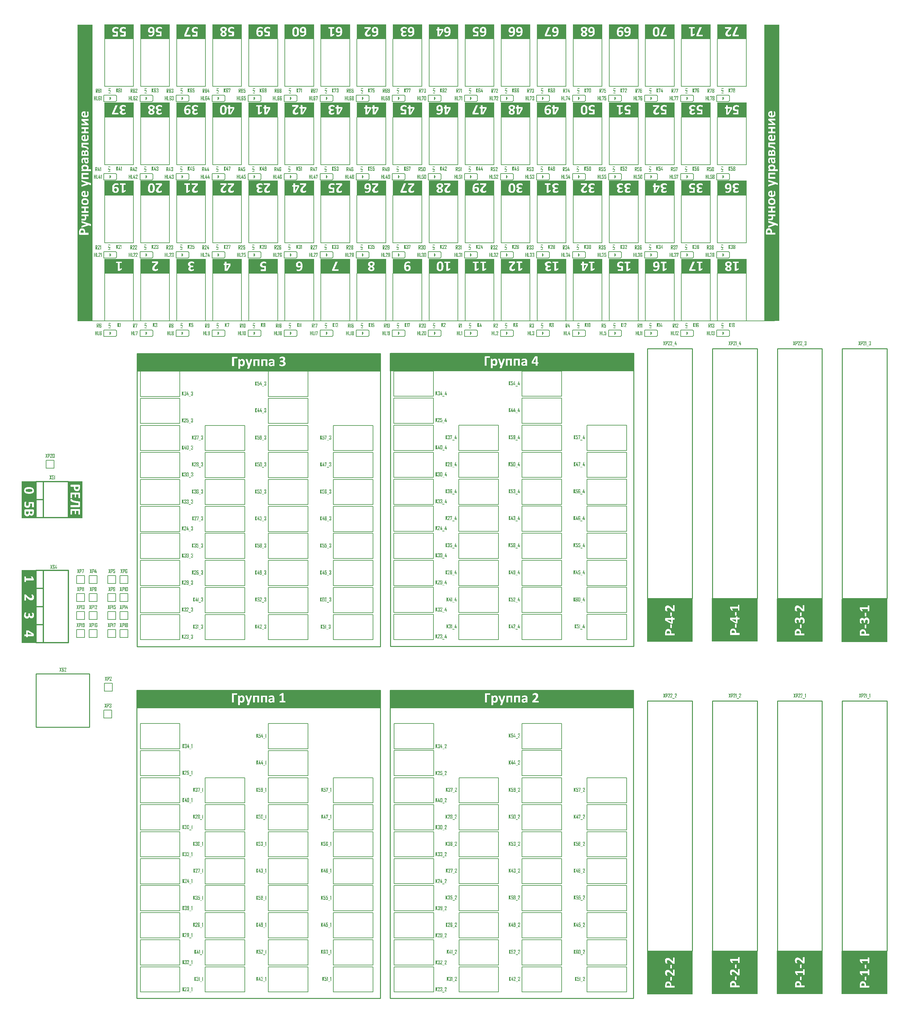
<source format=gto>
G04*
G04 #@! TF.GenerationSoftware,Altium Limited,Altium Designer,22.10.1 (41)*
G04*
G04 Layer_Color=65535*
%FSTAX44Y44*%
%MOMM*%
G71*
G04*
G04 #@! TF.SameCoordinates,24A3EEB5-F367-497A-A3BB-2F848839041C*
G04*
G04*
G04 #@! TF.FilePolarity,Positive*
G04*
G01*
G75*
%ADD10C,0.1500*%
%ADD11C,0.2540*%
%ADD12C,0.2000*%
%ADD13C,0.3000*%
G36*
X01710793Y0286008D02*
X01629327D01*
Y0290108D01*
X01710793D01*
Y0286008D01*
D02*
G37*
G36*
X01310673D02*
X01229207D01*
Y0290108D01*
X01310673D01*
Y0286008D01*
D02*
G37*
G36*
X00910793Y0290108D02*
Y0286008D01*
X00829327D01*
Y0290108D01*
X00910793D01*
D02*
G37*
G36*
X02010793D02*
Y0286008D01*
X01929327D01*
Y0290108D01*
X02010793D01*
D02*
G37*
G36*
X01610793Y0286008D02*
X01529327D01*
Y0290108D01*
X01610793D01*
Y0286008D01*
D02*
G37*
G36*
X01510793D02*
X01429327D01*
Y0290108D01*
X01510793D01*
Y0286008D01*
D02*
G37*
G36*
X01010793D02*
X00929327D01*
Y0290108D01*
X01010793D01*
Y0286008D01*
D02*
G37*
G36*
X00710793D02*
X00629327D01*
Y0290108D01*
X00710793D01*
Y0286008D01*
D02*
G37*
G36*
X00610673D02*
X00529207D01*
Y0290108D01*
X00610673D01*
Y0286008D01*
D02*
G37*
G36*
X00310673D02*
X00229207D01*
Y0290108D01*
X00310673D01*
Y0286008D01*
D02*
G37*
G36*
X01910793D02*
X01829327D01*
Y0290108D01*
X01910793D01*
Y0286008D01*
D02*
G37*
G36*
X01410793D02*
X01329327D01*
Y0290108D01*
X01410793D01*
Y0286008D01*
D02*
G37*
G36*
X00410673D02*
X00329207D01*
Y0290108D01*
X00410673D01*
Y0286008D01*
D02*
G37*
G36*
X01810793Y0264334D02*
X01729327D01*
Y0268434D01*
X01810793D01*
Y0264334D01*
D02*
G37*
G36*
X01710793D02*
X01629327D01*
Y0268434D01*
X01710793D01*
Y0264334D01*
D02*
G37*
G36*
X01610793D02*
X01529327D01*
Y0268434D01*
X01610793D01*
Y0264334D01*
D02*
G37*
G36*
X01510793D02*
X01429327D01*
Y0268434D01*
X01510793D01*
Y0264334D01*
D02*
G37*
G36*
X01410793D02*
X01329327D01*
Y0268434D01*
X01410793D01*
Y0264334D01*
D02*
G37*
G36*
X01110673D02*
X01029207D01*
Y0268434D01*
X01110673D01*
Y0264334D01*
D02*
G37*
G36*
X01010793D02*
X00929327D01*
Y0268434D01*
X01010793D01*
Y0264334D01*
D02*
G37*
G36*
X00910793D02*
X00829327D01*
Y0268434D01*
X00910793D01*
Y0264334D01*
D02*
G37*
G36*
X00810793D02*
X00729327D01*
Y0268434D01*
X00810793D01*
Y0264334D01*
D02*
G37*
G36*
X00510673D02*
X00429207D01*
Y0268434D01*
X00510673D01*
Y0264334D01*
D02*
G37*
G36*
X02010793D02*
X01929327D01*
Y0268434D01*
X02010793D01*
Y0264334D01*
D02*
G37*
G36*
X01910793Y0242609D02*
X01829327D01*
Y0246709D01*
X01910793D01*
Y0242609D01*
D02*
G37*
G36*
X01710793D02*
X01629327D01*
Y0246709D01*
X01710793D01*
Y0242609D01*
D02*
G37*
G36*
X01610793D02*
X01529327D01*
Y0246709D01*
X01610793D01*
Y0242609D01*
D02*
G37*
G36*
X01510793D02*
X01429327D01*
Y0246709D01*
X01510793D01*
Y0242609D01*
D02*
G37*
G36*
X01410793D02*
X01329327D01*
Y0246709D01*
X01410793D01*
Y0242609D01*
D02*
G37*
G36*
X01110673D02*
X01029207D01*
Y0246709D01*
X01110673D01*
Y0242609D01*
D02*
G37*
G36*
X01010793D02*
X00929327D01*
Y0246709D01*
X01010793D01*
Y0242609D01*
D02*
G37*
G36*
X00810793D02*
X00729327D01*
Y0246709D01*
X00810793D01*
Y0242609D01*
D02*
G37*
G36*
X00610673D02*
X00529207D01*
Y0246709D01*
X00610673D01*
Y0242609D01*
D02*
G37*
G36*
X01910793Y02209D02*
X01829327D01*
Y0225D01*
X01910793D01*
Y02209D01*
D02*
G37*
G36*
X01810793D02*
X01729327D01*
Y0225D01*
X01810793D01*
Y02209D01*
D02*
G37*
G36*
X01510793D02*
X01429327D01*
Y0225D01*
X01510793D01*
Y02209D01*
D02*
G37*
G36*
X01110673D02*
X01029207D01*
Y0225D01*
X01110673D01*
Y02209D01*
D02*
G37*
G36*
X00910793D02*
X00829327D01*
Y0225D01*
X00910793D01*
Y02209D01*
D02*
G37*
G36*
X00810793D02*
X00729327D01*
Y0225D01*
X00810793D01*
Y02209D01*
D02*
G37*
G36*
X00710793D02*
X00629327D01*
Y0225D01*
X00710793D01*
Y02209D01*
D02*
G37*
G36*
X00610673D02*
X00529207D01*
Y0225D01*
X00610673D01*
Y02209D01*
D02*
G37*
G36*
X00410673D02*
X00329207D01*
Y0225D01*
X00410673D01*
Y02209D01*
D02*
G37*
G36*
X00310673D02*
X00229207D01*
Y0225D01*
X00310673D01*
Y02209D01*
D02*
G37*
G36*
X02010793D02*
X01929327D01*
Y0225D01*
X02010793D01*
Y02209D01*
D02*
G37*
G36*
X00196797Y02077086D02*
X00155204D01*
Y029D01*
X00196797D01*
Y02077086D01*
D02*
G37*
G36*
X009955Y01937D02*
X003205D01*
Y01987D01*
X009955D01*
Y01937D01*
D02*
G37*
G36*
X00041Y01581496D02*
X0D01*
Y01632979D01*
X00041D01*
Y01581496D01*
D02*
G37*
G36*
X0016825Y01530115D02*
X00128725D01*
Y01632914D01*
X0016825D01*
Y01530115D01*
D02*
G37*
G36*
X00041Y01530003D02*
X0D01*
Y01581495D01*
X00041D01*
Y01530003D01*
D02*
G37*
G36*
X02041388Y01188029D02*
X01914612D01*
Y01307971D01*
X02041388D01*
Y01188029D01*
D02*
G37*
G36*
X01861388Y01187029D02*
X01734612D01*
Y01306971D01*
X01861388D01*
Y01187029D01*
D02*
G37*
G36*
X02401388Y01305971D02*
Y01186029D01*
X02274612D01*
Y01305971D01*
X02401388D01*
D02*
G37*
G36*
X00041Y01335D02*
X00041D01*
Y01285D01*
X00041D01*
Y01235D01*
Y01183522D01*
X0D01*
Y01235D01*
D01*
Y01285D01*
X0D01*
Y01335D01*
X0D01*
Y01386483D01*
X00041D01*
Y01335D01*
D02*
G37*
G36*
X00994725Y01003D02*
X00319725D01*
Y01053D01*
X00994725D01*
Y01003D01*
D02*
G37*
G36*
X02041337Y00209691D02*
X01914562D01*
Y00329633D01*
X02041337D01*
Y00209691D01*
D02*
G37*
G36*
X02401369Y00209013D02*
X02274594D01*
Y00328955D01*
X02401369D01*
Y00209013D01*
D02*
G37*
G36*
X0186139Y00208715D02*
X01734615D01*
Y00328657D01*
X0186139D01*
Y00208715D01*
D02*
G37*
G36*
X00510673Y0242609D02*
X00429207D01*
Y0246709D01*
X00510673D01*
Y0242609D01*
D02*
G37*
G36*
X00310673Y0264334D02*
X00229207D01*
Y0268434D01*
X00310673D01*
Y0264334D01*
D02*
G37*
G36*
X02010793Y0242609D02*
X01929327D01*
Y0246709D01*
X02010793D01*
Y0242609D01*
D02*
G37*
G36*
X01410793Y02209D02*
X01329327D01*
Y0225D01*
X01410793D01*
Y02209D01*
D02*
G37*
G36*
X01310673Y0264334D02*
X01229207D01*
Y0268434D01*
X01310673D01*
Y0264334D01*
D02*
G37*
G36*
X01910793D02*
X01829327D01*
Y0268434D01*
X01910793D01*
Y0264334D01*
D02*
G37*
G36*
X00310673Y0242609D02*
X00229207D01*
Y0246709D01*
X00310673D01*
Y0242609D01*
D02*
G37*
G36*
X00510673Y02209D02*
X00429207D01*
Y0225D01*
X00510673D01*
Y02209D01*
D02*
G37*
G36*
X00610673Y0264334D02*
X00529207D01*
Y0268434D01*
X00610673D01*
Y0264334D01*
D02*
G37*
G36*
X01810793Y0286008D02*
X01729327D01*
Y0290108D01*
X01810793D01*
Y0286008D01*
D02*
G37*
G36*
X01610793Y02209D02*
X01529327D01*
Y0225D01*
X01610793D01*
Y02209D01*
D02*
G37*
G36*
X01210793D02*
X01129327D01*
Y0225D01*
X01210793D01*
Y02209D01*
D02*
G37*
G36*
X01310673Y0242609D02*
X01229207D01*
Y0246709D01*
X01310673D01*
Y0242609D01*
D02*
G37*
G36*
X02221611Y00329633D02*
Y00209692D01*
X02094835D01*
Y00329633D01*
X02221611D01*
D02*
G37*
G36*
X00410673Y0242609D02*
X00329207D01*
Y0246709D01*
X00410673D01*
Y0242609D01*
D02*
G37*
G36*
X016965Y01938D02*
X010215D01*
Y01988D01*
X016965D01*
Y01938D01*
D02*
G37*
G36*
X00410673Y0264334D02*
X00329207D01*
Y0268434D01*
X00410673D01*
Y0264334D01*
D02*
G37*
G36*
X01310673Y02209D02*
X01229207D01*
Y0225D01*
X01310673D01*
Y02209D01*
D02*
G37*
G36*
X02221388Y01187029D02*
X02094612D01*
Y01306971D01*
X02221388D01*
Y01187029D01*
D02*
G37*
G36*
X00510673Y0290108D02*
Y0286008D01*
X00429207D01*
Y0290108D01*
X00510673D01*
D02*
G37*
G36*
X01210793Y0286008D02*
X01129327D01*
Y0290108D01*
X01210793D01*
Y0286008D01*
D02*
G37*
G36*
Y0264334D02*
X01129327D01*
Y0268434D01*
X01210793D01*
Y0264334D01*
D02*
G37*
G36*
Y0242609D02*
X01129327D01*
Y0246709D01*
X01210793D01*
Y0242609D01*
D02*
G37*
G36*
X00810793Y0286008D02*
X00729327D01*
Y0290108D01*
X00810793D01*
Y0286008D01*
D02*
G37*
G36*
X01010793Y02209D02*
X00929327D01*
Y0225D01*
X01010793D01*
Y02209D01*
D02*
G37*
G36*
X01110673Y0286008D02*
X01029207D01*
Y0290108D01*
X01110673D01*
Y0286008D01*
D02*
G37*
G36*
X00710793Y0242609D02*
X00629327D01*
Y0246709D01*
X00710793D01*
Y0242609D01*
D02*
G37*
G36*
X02101797Y02077543D02*
X02060203D01*
Y02900457D01*
X02101797D01*
Y02077543D01*
D02*
G37*
G36*
X00910793Y0242609D02*
X00829327D01*
Y0246709D01*
X00910793D01*
Y0242609D01*
D02*
G37*
G36*
X00710793Y0264334D02*
X00629327D01*
Y0268434D01*
X00710793D01*
Y0264334D01*
D02*
G37*
G36*
X01697225Y01003D02*
X01022225D01*
Y01053D01*
X01697225D01*
Y01003D01*
D02*
G37*
G36*
X01810793Y0242609D02*
X01729327D01*
Y0246709D01*
X01810793D01*
Y0242609D01*
D02*
G37*
G36*
X01710793Y02209D02*
X01629327D01*
Y0225D01*
X01710793D01*
Y02209D01*
D02*
G37*
G36*
X01920065Y02722589D02*
X01920124D01*
X01920254Y02722553D01*
X01920419Y02722482D01*
X01920501Y02722435D01*
X01920584Y02722376D01*
X01920654Y02722306D01*
X01920725Y02722223D01*
X01920784Y02722117D01*
X01920831Y02722011D01*
X01920855Y0272187D01*
X01920867Y02721716D01*
Y02718699D01*
Y02718687D01*
Y02718676D01*
X01920855Y02718605D01*
X01920843Y02718499D01*
X01920808Y02718369D01*
X0192076Y02718216D01*
X01920678Y02718063D01*
X01920572Y0271791D01*
X0192043Y0271778D01*
X01920407Y02717768D01*
X01920348Y02717733D01*
X01920254Y02717674D01*
X01920136Y02717615D01*
X01919994Y02717521D01*
X01919829Y02717438D01*
X01919653Y02717332D01*
X01919476Y02717226D01*
X01919499Y02717214D01*
X01919558Y02717179D01*
X01919664Y0271712D01*
X01919782Y02717049D01*
X01919935Y02716967D01*
X01920101Y02716872D01*
X01920466Y0271666D01*
X01920489Y02716649D01*
X01920536Y02716601D01*
X01920596Y02716519D01*
X01920678Y02716413D01*
X0192076Y02716283D01*
X01920819Y02716118D01*
X01920867Y0271593D01*
X0192089Y02715706D01*
Y02712335D01*
Y02712323D01*
Y02712299D01*
X01920878Y02712253D01*
Y02712194D01*
X01920843Y02712064D01*
X01920772Y02711899D01*
X01920725Y02711816D01*
X01920666Y02711734D01*
X01920596Y02711663D01*
X01920513Y02711604D01*
X01920407Y02711545D01*
X01920301Y02711498D01*
X01920159Y02711475D01*
X01920006Y02711463D01*
X01916223D01*
X01916176Y02711475D01*
X01916117D01*
X01915987Y0271151D01*
X01915822Y02711569D01*
X0191574Y02711616D01*
X01915657Y02711675D01*
X01915587Y02711746D01*
X01915528Y02711828D01*
X01915469Y02711934D01*
X01915422Y02712052D01*
X01915398Y02712182D01*
X01915386Y02712335D01*
Y02715706D01*
Y02715717D01*
Y02715729D01*
Y02715764D01*
X01915398Y02715812D01*
X0191541Y02715918D01*
X01915433Y02716059D01*
X0191548Y02716212D01*
X01915551Y02716377D01*
X01915657Y0271653D01*
X01915787Y0271666D01*
X01915811Y02716672D01*
X01915869Y02716707D01*
X01915975Y02716766D01*
X01916093Y02716837D01*
X01916247Y0271692D01*
X01916412Y02717014D01*
X01916777Y02717226D01*
X01916753Y02717238D01*
X01916694Y02717273D01*
X019166Y02717332D01*
X01916482Y02717403D01*
X01916341Y02717485D01*
X01916176Y0271758D01*
X01915999Y02717674D01*
X01915822Y0271778D01*
X01915799Y02717792D01*
X01915752Y02717839D01*
X01915693Y02717921D01*
X0191561Y02718027D01*
X01915528Y02718157D01*
X01915469Y0271831D01*
X01915422Y02718499D01*
X01915398Y02718699D01*
Y02721716D01*
Y02721728D01*
Y02721752D01*
X0191541Y02721799D01*
Y02721858D01*
X01915445Y02721987D01*
X01915516Y02722152D01*
X01915563Y02722235D01*
X01915622Y02722317D01*
X01915693Y02722388D01*
X01915775Y02722459D01*
X01915881Y02722518D01*
X01915999Y02722565D01*
X0191614Y02722589D01*
X01916294Y027226D01*
X01920018D01*
X01920065Y02722589D01*
D02*
G37*
G36*
X01914373Y02721528D02*
X01911815Y02711463D01*
X01910106D01*
X01912593Y02721174D01*
X01910472D01*
Y02719536D01*
X01908869D01*
Y027226D01*
X01914373D01*
Y02721528D01*
D02*
G37*
G36*
X01907018Y02722589D02*
X01907077D01*
X01907219Y02722553D01*
X01907384Y02722482D01*
X01907466Y02722435D01*
X01907537Y02722376D01*
X01907619Y02722306D01*
X01907679Y02722223D01*
X01907737Y02722117D01*
X01907784Y02722011D01*
X01907808Y0272187D01*
X0190782Y02721716D01*
Y02717391D01*
Y02717379D01*
Y02717367D01*
X01907808Y02717297D01*
X01907796Y02717191D01*
X01907761Y02717073D01*
X01907702Y02716931D01*
X01907619Y02716802D01*
X01907502Y02716696D01*
X01907337Y02716601D01*
X01907325D01*
X01907289Y02716589D01*
X01907207Y02716578D01*
X01907101Y02716566D01*
X0190696Y02716542D01*
X01906771Y0271653D01*
X01906665D01*
X01906535Y02716519D01*
X01906252D01*
X01908103Y02711463D01*
X0190637D01*
X0190452Y02716625D01*
Y02716637D01*
Y02716684D01*
Y02716707D01*
Y02716754D01*
Y02716802D01*
Y02716872D01*
Y02716955D01*
Y02717049D01*
Y02717167D01*
Y02717308D01*
Y02717462D01*
Y02717639D01*
X01906158D01*
Y02721174D01*
X0190406D01*
Y02711463D01*
X01902399D01*
Y027226D01*
X01906971D01*
X01907018Y02722589D01*
D02*
G37*
G36*
X01820832Y02721528D02*
X01818275Y02711463D01*
X01816566D01*
X01819053Y02721174D01*
X01816931D01*
Y02719536D01*
X01815329D01*
Y027226D01*
X01820832D01*
Y02721528D01*
D02*
G37*
G36*
X01814551D02*
X01811993Y02711463D01*
X01810284D01*
X01812771Y02721174D01*
X0181065D01*
Y02719536D01*
X01809047D01*
Y027226D01*
X01814551D01*
Y02721528D01*
D02*
G37*
G36*
X01807197Y02722589D02*
X01807255D01*
X01807397Y02722553D01*
X01807562Y02722482D01*
X01807644Y02722435D01*
X01807715Y02722376D01*
X01807798Y02722306D01*
X01807856Y02722223D01*
X01807915Y02722117D01*
X01807962Y02722011D01*
X01807986Y0272187D01*
X01807998Y02721716D01*
Y02717391D01*
Y02717379D01*
Y02717367D01*
X01807986Y02717297D01*
X01807974Y02717191D01*
X01807939Y02717073D01*
X0180788Y02716931D01*
X01807798Y02716802D01*
X0180768Y02716696D01*
X01807515Y02716601D01*
X01807503D01*
X01807467Y02716589D01*
X01807385Y02716578D01*
X01807279Y02716566D01*
X01807137Y02716542D01*
X01806949Y0271653D01*
X01806843D01*
X01806713Y02716519D01*
X0180643D01*
X01808281Y02711463D01*
X01806548D01*
X01804698Y02716625D01*
Y02716637D01*
Y02716684D01*
Y02716707D01*
Y02716754D01*
Y02716802D01*
Y02716872D01*
Y02716955D01*
Y02717049D01*
Y02717167D01*
Y02717308D01*
Y02717462D01*
Y02717639D01*
X01806336D01*
Y02721174D01*
X01804238D01*
Y02711463D01*
X01802576D01*
Y027226D01*
X01807149D01*
X01807197Y02722589D01*
D02*
G37*
G36*
X01720049D02*
X01720108D01*
X0172025Y02722553D01*
X01720415Y02722482D01*
X01720497Y02722435D01*
X0172058Y02722376D01*
X0172065Y02722306D01*
X01720721Y02722223D01*
X0172078Y02722117D01*
X01720815Y02722011D01*
X01720851Y0272187D01*
X01720862Y02721716D01*
Y02719229D01*
X01719224D01*
Y02721174D01*
X01717138D01*
Y02717827D01*
X01720038D01*
X01720085Y02717815D01*
X01720143D01*
X01720273Y0271778D01*
X01720438Y02717709D01*
X01720521Y02717662D01*
X01720603Y02717603D01*
X01720674Y02717532D01*
X01720745Y0271745D01*
X01720804Y02717344D01*
X01720851Y02717238D01*
X01720874Y02717096D01*
X01720886Y02716943D01*
Y02712335D01*
Y02712323D01*
Y02712299D01*
X01720874Y02712253D01*
Y02712194D01*
X01720839Y02712064D01*
X01720768Y02711899D01*
X01720721Y02711816D01*
X01720662Y02711734D01*
X01720591Y02711663D01*
X01720509Y02711604D01*
X01720403Y02711545D01*
X01720297Y02711498D01*
X01720155Y02711475D01*
X01720002Y02711463D01*
X01716337D01*
X0171629Y02711475D01*
X01716231D01*
X01716101Y0271151D01*
X01715936Y02711569D01*
X01715854Y02711616D01*
X01715771Y02711675D01*
X017157Y02711746D01*
X01715641Y02711828D01*
X01715582Y02711934D01*
X01715535Y02712052D01*
X01715512Y02712182D01*
X017155Y02712335D01*
Y02721716D01*
Y02721728D01*
Y02721752D01*
X01715512Y02721799D01*
Y02721858D01*
X01715547Y02721987D01*
X01715606Y02722152D01*
X01715653Y02722235D01*
X01715712Y02722317D01*
X01715783Y02722388D01*
X01715865Y02722459D01*
X0171596Y02722518D01*
X01716078Y02722565D01*
X01716207Y02722589D01*
X0171636Y027226D01*
X01720002D01*
X01720049Y02722589D01*
D02*
G37*
G36*
X01714475Y02721528D02*
X01711917Y02711463D01*
X01710208D01*
X01712695Y02721174D01*
X01710574D01*
Y02719536D01*
X01708971D01*
Y027226D01*
X01714475D01*
Y02721528D01*
D02*
G37*
G36*
X01707121Y02722589D02*
X01707179D01*
X01707321Y02722553D01*
X01707486Y02722482D01*
X01707568Y02722435D01*
X01707639Y02722376D01*
X01707722Y02722306D01*
X0170778Y02722223D01*
X01707839Y02722117D01*
X01707887Y02722011D01*
X0170791Y0272187D01*
X01707922Y02721716D01*
Y02717391D01*
Y02717379D01*
Y02717367D01*
X0170791Y02717297D01*
X01707898Y02717191D01*
X01707863Y02717073D01*
X01707804Y02716931D01*
X01707722Y02716802D01*
X01707604Y02716696D01*
X01707439Y02716601D01*
X01707427D01*
X01707392Y02716589D01*
X01707309Y02716578D01*
X01707203Y02716566D01*
X01707061Y02716542D01*
X01706873Y0271653D01*
X01706767D01*
X01706637Y02716519D01*
X01706354D01*
X01708205Y02711463D01*
X01706472D01*
X01704622Y02716625D01*
Y02716637D01*
Y02716684D01*
Y02716707D01*
Y02716754D01*
Y02716802D01*
Y02716872D01*
Y02716955D01*
Y02717049D01*
Y02717167D01*
Y02717308D01*
Y02717462D01*
Y02717639D01*
X0170626D01*
Y02721174D01*
X01704162D01*
Y02711463D01*
X017025D01*
Y027226D01*
X01707073D01*
X01707121Y02722589D01*
D02*
G37*
G36*
X01620923Y02721139D02*
X01617387D01*
X01617281Y02718605D01*
X01620157D01*
X01620204Y02718593D01*
X01620263D01*
X01620392Y02718558D01*
X01620557Y02718487D01*
X0162064Y0271844D01*
X01620722Y02718381D01*
X01620793Y0271831D01*
X01620864Y02718228D01*
X01620923Y02718122D01*
X0162097Y02718016D01*
X01620993Y02717874D01*
X01621005Y02717721D01*
Y02712335D01*
Y02712323D01*
Y02712299D01*
X01620993Y02712253D01*
Y02712194D01*
X01620958Y02712064D01*
X01620887Y02711899D01*
X0162084Y02711816D01*
X01620781Y02711734D01*
X0162071Y02711663D01*
X01620628Y02711604D01*
X01620522Y02711545D01*
X01620416Y02711498D01*
X01620274Y02711475D01*
X01620121Y02711463D01*
X01616503D01*
X01616456Y02711475D01*
X01616397D01*
X01616267Y0271151D01*
X01616102Y02711569D01*
X0161602Y02711616D01*
X01615937Y02711675D01*
X01615867Y02711746D01*
X01615808Y02711828D01*
X01615749Y02711934D01*
X01615702Y02712052D01*
X01615678Y02712182D01*
X01615666Y02712335D01*
Y02715045D01*
X01617304D01*
Y02712889D01*
X01619367D01*
Y02717179D01*
X01615666D01*
X01615843Y027226D01*
X01620923D01*
Y02721139D01*
D02*
G37*
G36*
X01614653Y02721528D02*
X01612095Y02711463D01*
X01610386D01*
X01612873Y02721174D01*
X01610752D01*
Y02719536D01*
X01609149D01*
Y027226D01*
X01614653D01*
Y02721528D01*
D02*
G37*
G36*
X01607298Y02722589D02*
X01607357D01*
X01607499Y02722553D01*
X01607664Y02722482D01*
X01607746Y02722435D01*
X01607817Y02722376D01*
X01607899Y02722306D01*
X01607959Y02722223D01*
X01608017Y02722117D01*
X01608065Y02722011D01*
X01608088Y0272187D01*
X016081Y02721716D01*
Y02717391D01*
Y02717379D01*
Y02717367D01*
X01608088Y02717297D01*
X01608076Y02717191D01*
X01608041Y02717073D01*
X01607982Y02716931D01*
X01607899Y02716802D01*
X01607782Y02716696D01*
X01607617Y02716601D01*
X01607605D01*
X01607569Y02716589D01*
X01607487Y02716578D01*
X01607381Y02716566D01*
X0160724Y02716542D01*
X01607051Y0271653D01*
X01606945D01*
X01606815Y02716519D01*
X01606532D01*
X01608383Y02711463D01*
X0160665D01*
X016048Y02716625D01*
Y02716637D01*
Y02716684D01*
Y02716707D01*
Y02716754D01*
Y02716802D01*
Y02716872D01*
Y02716955D01*
Y02717049D01*
Y02717167D01*
Y02717308D01*
Y02717462D01*
Y02717639D01*
X01606438D01*
Y02721174D01*
X0160434D01*
Y02711463D01*
X01602679D01*
Y027226D01*
X01607251D01*
X01607298Y02722589D01*
D02*
G37*
G36*
X01519125D02*
Y02722565D01*
Y02722541D01*
Y0272253D01*
X01516532Y02714975D01*
X01518323D01*
Y02718334D01*
X01519914D01*
Y02714975D01*
X01520763D01*
Y0271356D01*
X01519914D01*
Y02711463D01*
X01518323D01*
Y0271356D01*
X0151467D01*
Y02714539D01*
X01517428Y027226D01*
X01519125D01*
Y02722589D01*
D02*
G37*
G36*
X01514069Y02721528D02*
X01511511Y02711463D01*
X01509802D01*
X01512289Y02721174D01*
X01510168D01*
Y02719536D01*
X01508565D01*
Y027226D01*
X01514069D01*
Y02721528D01*
D02*
G37*
G36*
X01506714Y02722589D02*
X01506773D01*
X01506915Y02722553D01*
X0150708Y02722482D01*
X01507162Y02722435D01*
X01507233Y02722376D01*
X01507316Y02722306D01*
X01507375Y02722223D01*
X01507433Y02722117D01*
X0150748Y02722011D01*
X01507504Y0272187D01*
X01507516Y02721716D01*
Y02717391D01*
Y02717379D01*
Y02717367D01*
X01507504Y02717297D01*
X01507492Y02717191D01*
X01507457Y02717073D01*
X01507398Y02716931D01*
X01507316Y02716802D01*
X01507198Y02716696D01*
X01507033Y02716601D01*
X01507021D01*
X01506985Y02716589D01*
X01506903Y02716578D01*
X01506797Y02716566D01*
X01506655Y02716542D01*
X01506467Y0271653D01*
X01506361D01*
X01506231Y02716519D01*
X01505948D01*
X01507799Y02711463D01*
X01506066D01*
X01504216Y02716625D01*
Y02716637D01*
Y02716684D01*
Y02716707D01*
Y02716754D01*
Y02716802D01*
Y02716872D01*
Y02716955D01*
Y02717049D01*
Y02717167D01*
Y02717308D01*
Y02717462D01*
Y02717639D01*
X01505854D01*
Y02721174D01*
X01503756D01*
Y02711463D01*
X01502095D01*
Y027226D01*
X01506667D01*
X01506714Y02722589D01*
D02*
G37*
G36*
X01420122D02*
X01420181D01*
X01420311Y02722553D01*
X01420476Y02722482D01*
X01420558Y02722435D01*
X01420641Y02722376D01*
X01420712Y02722306D01*
X01420782Y02722223D01*
X01420841Y02722117D01*
X01420889Y02722011D01*
X01420912Y0272187D01*
X01420924Y02721716D01*
Y02718958D01*
Y02718947D01*
Y02718935D01*
Y027189D01*
X01420912Y02718853D01*
X014209Y02718734D01*
X01420853Y02718581D01*
X01420794Y02718416D01*
X01420688Y02718251D01*
X01420558Y02718086D01*
X01420464Y02718004D01*
X0142037Y02717933D01*
X01419333Y02717261D01*
X01420382Y02716601D01*
X01420394D01*
X01420405Y02716589D01*
X01420464Y02716542D01*
X01420558Y0271646D01*
X01420653Y02716354D01*
X01420747Y02716212D01*
X01420841Y02716035D01*
X014209Y02715835D01*
X01420924Y02715717D01*
Y02715599D01*
Y02712335D01*
Y02712323D01*
Y02712299D01*
X01420912Y02712253D01*
Y02712194D01*
X01420877Y02712064D01*
X01420806Y02711899D01*
X01420759Y02711816D01*
X014207Y02711734D01*
X01420629Y02711663D01*
X01420547Y02711604D01*
X01420441Y02711545D01*
X01420334Y02711498D01*
X01420193Y02711475D01*
X0142004Y02711463D01*
X01416363D01*
X01416316Y02711475D01*
X01416257D01*
X01416127Y0271151D01*
X01415962Y02711569D01*
X0141588Y02711616D01*
X01415797Y02711675D01*
X01415726Y02711746D01*
X01415668Y02711828D01*
X01415609Y02711934D01*
X01415561Y02712052D01*
X01415538Y02712182D01*
X01415526Y02712335D01*
Y02715045D01*
X01417164D01*
Y02712889D01*
X01419297D01*
Y02715682D01*
X01417258Y02717096D01*
Y02717438D01*
X01419297Y02718817D01*
Y02721174D01*
X01417164D01*
Y02719147D01*
X01415526D01*
Y02721716D01*
Y02721728D01*
Y02721752D01*
X01415538Y02721799D01*
Y02721858D01*
X01415573Y02721987D01*
X01415644Y02722152D01*
X01415691Y02722235D01*
X0141575Y02722317D01*
X01415821Y02722388D01*
X01415903Y02722459D01*
X01416009Y02722518D01*
X01416127Y02722565D01*
X01416268Y02722589D01*
X01416422Y027226D01*
X01420075D01*
X01420122Y02722589D01*
D02*
G37*
G36*
X01414501Y02721528D02*
X01411943Y02711463D01*
X01410234D01*
X01412721Y02721174D01*
X014106D01*
Y02719536D01*
X01408997D01*
Y027226D01*
X01414501D01*
Y02721528D01*
D02*
G37*
G36*
X01407146Y02722589D02*
X01407205D01*
X01407347Y02722553D01*
X01407512Y02722482D01*
X01407594Y02722435D01*
X01407665Y02722376D01*
X01407747Y02722306D01*
X01407807Y02722223D01*
X01407865Y02722117D01*
X01407912Y02722011D01*
X01407936Y0272187D01*
X01407948Y02721716D01*
Y02717391D01*
Y02717379D01*
Y02717367D01*
X01407936Y02717297D01*
X01407924Y02717191D01*
X01407889Y02717073D01*
X0140783Y02716931D01*
X01407747Y02716802D01*
X0140763Y02716696D01*
X01407465Y02716601D01*
X01407453D01*
X01407417Y02716589D01*
X01407335Y02716578D01*
X01407229Y02716566D01*
X01407088Y02716542D01*
X01406899Y0271653D01*
X01406793D01*
X01406663Y02716519D01*
X0140638D01*
X01408231Y02711463D01*
X01406498D01*
X01404648Y02716625D01*
Y02716637D01*
Y02716684D01*
Y02716707D01*
Y02716754D01*
Y02716802D01*
Y02716872D01*
Y02716955D01*
Y02717049D01*
Y02717167D01*
Y02717308D01*
Y02717462D01*
Y02717639D01*
X01406286D01*
Y02721174D01*
X01404188D01*
Y02711463D01*
X01402527D01*
Y027226D01*
X01407099D01*
X01407146Y02722589D01*
D02*
G37*
G36*
X01320124D02*
X01320183D01*
X01320312Y02722553D01*
X01320477Y02722482D01*
X0132056Y02722435D01*
X01320642Y02722376D01*
X01320713Y02722306D01*
X01320784Y02722223D01*
X01320842Y02722117D01*
X0132089Y02722011D01*
X01320913Y0272187D01*
X01320925Y02721716D01*
Y0271943D01*
Y02719406D01*
Y02719336D01*
X01320901Y02719229D01*
X01320878Y02719088D01*
X01320831Y02718911D01*
X01320772Y02718711D01*
X01320677Y02718499D01*
X0132056Y02718263D01*
X01317495Y02712924D01*
X01320913D01*
Y02711463D01*
X01315515D01*
Y02712488D01*
X01319287Y02719112D01*
Y02721186D01*
X0131726D01*
Y02719112D01*
X01315633D01*
Y02721716D01*
Y02721728D01*
Y02721752D01*
X01315645Y02721799D01*
Y02721858D01*
X01315681Y02721987D01*
X01315739Y02722152D01*
X01315786Y02722235D01*
X01315845Y02722317D01*
X01315916Y02722388D01*
X01315999Y02722459D01*
X01316105Y02722518D01*
X01316223Y02722565D01*
X01316352Y02722589D01*
X01316505Y027226D01*
X01320076D01*
X01320124Y02722589D01*
D02*
G37*
G36*
X01314679Y02721528D02*
X01312121Y02711463D01*
X01310412D01*
X01312899Y02721174D01*
X01310778D01*
Y02719536D01*
X01309175D01*
Y027226D01*
X01314679D01*
Y02721528D01*
D02*
G37*
G36*
X01307325Y02722589D02*
X01307383D01*
X01307525Y02722553D01*
X0130769Y02722482D01*
X01307772Y02722435D01*
X01307843Y02722376D01*
X01307926Y02722306D01*
X01307984Y02722223D01*
X01308043Y02722117D01*
X01308091Y02722011D01*
X01308114Y0272187D01*
X01308126Y02721716D01*
Y02717391D01*
Y02717379D01*
Y02717367D01*
X01308114Y02717297D01*
X01308102Y02717191D01*
X01308067Y02717073D01*
X01308008Y02716931D01*
X01307926Y02716802D01*
X01307808Y02716696D01*
X01307643Y02716601D01*
X01307631D01*
X01307596Y02716589D01*
X01307513Y02716578D01*
X01307407Y02716566D01*
X01307265Y02716542D01*
X01307077Y0271653D01*
X01306971D01*
X01306841Y02716519D01*
X01306558D01*
X01308409Y02711463D01*
X01306676D01*
X01304826Y02716625D01*
Y02716637D01*
Y02716684D01*
Y02716707D01*
Y02716754D01*
Y02716802D01*
Y02716872D01*
Y02716955D01*
Y02717049D01*
Y02717167D01*
Y02717308D01*
Y02717462D01*
Y02717639D01*
X01306464D01*
Y02721174D01*
X01304366D01*
Y02711463D01*
X01302704D01*
Y027226D01*
X01307277D01*
X01307325Y02722589D01*
D02*
G37*
G36*
X01220945Y02711463D02*
X01219307D01*
Y02719324D01*
X01218671D01*
Y02719536D01*
X01219519Y027226D01*
X01220945D01*
Y02711463D01*
D02*
G37*
G36*
X01217905Y02721528D02*
X01215347Y02711463D01*
X01213638D01*
X01216125Y02721174D01*
X01214004D01*
Y02719536D01*
X01212401D01*
Y027226D01*
X01217905D01*
Y02721528D01*
D02*
G37*
G36*
X01210551Y02722589D02*
X01210609D01*
X01210751Y02722553D01*
X01210916Y02722482D01*
X01210998Y02722435D01*
X01211069Y02722376D01*
X01211152Y02722306D01*
X0121121Y02722223D01*
X01211269Y02722117D01*
X01211317Y02722011D01*
X0121134Y0272187D01*
X01211352Y02721716D01*
Y02717391D01*
Y02717379D01*
Y02717367D01*
X0121134Y02717297D01*
X01211328Y02717191D01*
X01211293Y02717073D01*
X01211234Y02716931D01*
X01211152Y02716802D01*
X01211034Y02716696D01*
X01210869Y02716601D01*
X01210857D01*
X01210822Y02716589D01*
X01210739Y02716578D01*
X01210633Y02716566D01*
X01210491Y02716542D01*
X01210303Y0271653D01*
X01210197D01*
X01210067Y02716519D01*
X01209784D01*
X01211635Y02711463D01*
X01209902D01*
X01208052Y02716625D01*
Y02716637D01*
Y02716684D01*
Y02716707D01*
Y02716754D01*
Y02716802D01*
Y02716872D01*
Y02716955D01*
Y02717049D01*
Y02717167D01*
Y02717308D01*
Y02717462D01*
Y02717639D01*
X0120969D01*
Y02721174D01*
X01207592D01*
Y02711463D01*
X0120593D01*
Y027226D01*
X01210503D01*
X01210551Y02722589D01*
D02*
G37*
G36*
X01120207D02*
X01120266D01*
X01120396Y02722553D01*
X01120561Y02722482D01*
X01120643Y02722435D01*
X01120726Y02722376D01*
X01120797Y02722306D01*
X01120867Y02722223D01*
X01120926Y02722117D01*
X01120973Y02722011D01*
X01120997Y0272187D01*
X01121009Y02721716D01*
Y02712335D01*
Y02712323D01*
Y02712299D01*
X01120997Y02712253D01*
Y02712194D01*
X01120962Y02712064D01*
X01120891Y02711899D01*
X01120844Y02711816D01*
X01120785Y02711734D01*
X01120714Y02711663D01*
X01120632Y02711604D01*
X01120526Y02711545D01*
X01120419Y02711498D01*
X01120278Y02711475D01*
X01120125Y02711463D01*
X01116389D01*
X01116342Y02711475D01*
X01116283D01*
X01116153Y0271151D01*
X01115988Y02711569D01*
X01115906Y02711616D01*
X01115823Y02711675D01*
X01115752Y02711746D01*
X01115694Y02711828D01*
X01115635Y02711934D01*
X01115587Y02712052D01*
X01115564Y02712182D01*
X01115552Y02712335D01*
Y02721716D01*
Y02721728D01*
Y02721752D01*
X01115564Y02721799D01*
Y02721858D01*
X01115599Y02721987D01*
X0111567Y02722152D01*
X01115717Y02722235D01*
X01115776Y02722317D01*
X01115847Y02722388D01*
X01115929Y02722459D01*
X01116035Y02722518D01*
X01116153Y02722565D01*
X01116294Y02722589D01*
X01116448Y027226D01*
X0112016D01*
X01120207Y02722589D01*
D02*
G37*
G36*
X01114527Y02721528D02*
X01111969Y02711463D01*
X0111026D01*
X01112747Y02721174D01*
X01110626D01*
Y02719536D01*
X01109023D01*
Y027226D01*
X01114527D01*
Y02721528D01*
D02*
G37*
G36*
X01107172Y02722589D02*
X01107231D01*
X01107373Y02722553D01*
X01107538Y02722482D01*
X0110762Y02722435D01*
X01107691Y02722376D01*
X01107774Y02722306D01*
X01107832Y02722223D01*
X01107891Y02722117D01*
X01107939Y02722011D01*
X01107962Y0272187D01*
X01107974Y02721716D01*
Y02717391D01*
Y02717379D01*
Y02717367D01*
X01107962Y02717297D01*
X0110795Y02717191D01*
X01107915Y02717073D01*
X01107856Y02716931D01*
X01107774Y02716802D01*
X01107656Y02716696D01*
X01107491Y02716601D01*
X01107479D01*
X01107443Y02716589D01*
X01107361Y02716578D01*
X01107255Y02716566D01*
X01107113Y02716542D01*
X01106925Y0271653D01*
X01106819D01*
X01106689Y02716519D01*
X01106406D01*
X01108257Y02711463D01*
X01106524D01*
X01104674Y02716625D01*
Y02716637D01*
Y02716684D01*
Y02716707D01*
Y02716754D01*
Y02716802D01*
Y02716872D01*
Y02716955D01*
Y02717049D01*
Y02717167D01*
Y02717308D01*
Y02717462D01*
Y02717639D01*
X01106312D01*
Y02721174D01*
X01104214D01*
Y02711463D01*
X01102552D01*
Y027226D01*
X01107125D01*
X01107172Y02722589D01*
D02*
G37*
G36*
X01013235D02*
X01013295D01*
X01013436Y02722553D01*
X01013601Y02722482D01*
X01013683Y02722435D01*
X01013766Y02722376D01*
X01013837Y02722306D01*
X01013907Y02722223D01*
X01013966Y02722117D01*
X01014002Y02722011D01*
X01014037Y0272187D01*
X01014049Y02721716D01*
Y02719229D01*
X01012411D01*
Y02721174D01*
X01010324D01*
Y02717827D01*
X01013224D01*
X01013271Y02717815D01*
X0101333D01*
X01013459Y0271778D01*
X01013624Y02717709D01*
X01013707Y02717662D01*
X0101379Y02717603D01*
X0101386Y02717532D01*
X01013931Y0271745D01*
X0101399Y02717344D01*
X01014037Y02717238D01*
X01014061Y02717096D01*
X01014072Y02716943D01*
Y02712335D01*
Y02712323D01*
Y02712299D01*
X01014061Y02712253D01*
Y02712194D01*
X01014025Y02712064D01*
X01013954Y02711899D01*
X01013907Y02711816D01*
X01013848Y02711734D01*
X01013778Y02711663D01*
X01013695Y02711604D01*
X01013589Y02711545D01*
X01013483Y02711498D01*
X01013342Y02711475D01*
X01013188Y02711463D01*
X01009523D01*
X01009476Y02711475D01*
X01009417D01*
X01009287Y0271151D01*
X01009122Y02711569D01*
X0100904Y02711616D01*
X01008957Y02711675D01*
X01008887Y02711746D01*
X01008828Y02711828D01*
X01008769Y02711934D01*
X01008722Y02712052D01*
X01008698Y02712182D01*
X01008686Y02712335D01*
Y02721716D01*
Y02721728D01*
Y02721752D01*
X01008698Y02721799D01*
Y02721858D01*
X01008733Y02721987D01*
X01008792Y02722152D01*
X01008839Y02722235D01*
X01008898Y02722317D01*
X01008969Y02722388D01*
X01009052Y02722459D01*
X01009146Y02722518D01*
X01009264Y02722565D01*
X01009393Y02722589D01*
X01009547Y027226D01*
X01013188D01*
X01013235Y02722589D01*
D02*
G37*
G36*
X01019941D02*
X01020001D01*
X01020142Y02722553D01*
X01020307Y02722482D01*
X01020389Y02722435D01*
X01020472Y02722376D01*
X01020554Y02722306D01*
X01020625Y02722223D01*
X01020684Y02722117D01*
X01020719Y02722011D01*
X01020755Y0272187D01*
X01020767Y02721716D01*
Y02712335D01*
Y02712323D01*
Y02712299D01*
X01020755Y02712253D01*
Y02712194D01*
X01020719Y02712064D01*
X01020649Y02711899D01*
X01020602Y02711816D01*
X01020543Y02711734D01*
X01020472Y02711663D01*
X01020389Y02711604D01*
X01020283Y02711545D01*
X01020177Y02711498D01*
X01020036Y02711475D01*
X01019883Y02711463D01*
X01016206D01*
X0101617Y02711475D01*
X01016111D01*
X01015982Y0271151D01*
X01015828Y02711569D01*
X01015758Y02711616D01*
X01015675Y02711675D01*
X01015604Y02711746D01*
X01015546Y02711828D01*
X01015487Y02711934D01*
X01015451Y02712052D01*
X01015428Y02712182D01*
X01015416Y02712335D01*
Y02714833D01*
X01017042D01*
Y02712889D01*
X01019117D01*
Y02716236D01*
X01016147D01*
X01016111Y02716248D01*
X01016052D01*
X01015923Y02716283D01*
X01015781Y02716342D01*
X01015699Y02716389D01*
X01015628Y02716448D01*
X01015557Y02716519D01*
X01015498Y02716601D01*
X01015439Y02716707D01*
X01015404Y02716825D01*
X0101538Y02716955D01*
X01015369Y02717108D01*
Y02721716D01*
Y02721728D01*
Y02721752D01*
Y02721799D01*
X0101538Y02721858D01*
X01015416Y02721987D01*
X01015475Y02722152D01*
X0101551Y02722235D01*
X01015569Y02722317D01*
X01015628Y02722388D01*
X01015711Y02722459D01*
X01015805Y02722518D01*
X01015911Y02722565D01*
X0101604Y02722589D01*
X01016182Y027226D01*
X01019894D01*
X01019941Y02722589D01*
D02*
G37*
G36*
X01006589D02*
X01006647D01*
X01006789Y02722553D01*
X01006954Y02722482D01*
X01007036Y02722435D01*
X01007107Y02722376D01*
X01007189Y02722306D01*
X01007249Y02722223D01*
X01007307Y02722117D01*
X01007355Y02722011D01*
X01007378Y0272187D01*
X0100739Y02721716D01*
Y02717391D01*
Y02717379D01*
Y02717367D01*
X01007378Y02717297D01*
X01007366Y02717191D01*
X01007331Y02717073D01*
X01007272Y02716931D01*
X01007189Y02716802D01*
X01007072Y02716696D01*
X01006907Y02716601D01*
X01006895D01*
X0100686Y02716589D01*
X01006777Y02716578D01*
X01006671Y02716566D01*
X01006529Y02716542D01*
X01006341Y0271653D01*
X01006235D01*
X01006105Y02716519D01*
X01005822D01*
X01007673Y02711463D01*
X0100594D01*
X0100409Y02716625D01*
Y02716637D01*
Y02716684D01*
Y02716707D01*
Y02716754D01*
Y02716802D01*
Y02716872D01*
Y02716955D01*
Y02717049D01*
Y02717167D01*
Y02717308D01*
Y02717462D01*
Y02717639D01*
X01005728D01*
Y02721174D01*
X0100363D01*
Y02711463D01*
X01001969D01*
Y027226D01*
X01006541D01*
X01006589Y02722589D01*
D02*
G37*
G36*
X00913159D02*
X00913219D01*
X0091336Y02722553D01*
X00913525Y02722482D01*
X00913607Y02722435D01*
X0091369Y02722376D01*
X00913761Y02722306D01*
X00913831Y02722223D01*
X0091389Y02722117D01*
X00913926Y02722011D01*
X00913961Y0272187D01*
X00913973Y02721716D01*
Y02719229D01*
X00912335D01*
Y02721174D01*
X00910248D01*
Y02717827D01*
X00913148D01*
X00913195Y02717815D01*
X00913254D01*
X00913383Y0271778D01*
X00913549Y02717709D01*
X00913631Y02717662D01*
X00913714Y02717603D01*
X00913784Y02717532D01*
X00913855Y0271745D01*
X00913914Y02717344D01*
X00913961Y02717238D01*
X00913985Y02717096D01*
X00913996Y02716943D01*
Y02712335D01*
Y02712323D01*
Y02712299D01*
X00913985Y02712253D01*
Y02712194D01*
X00913949Y02712064D01*
X00913878Y02711899D01*
X00913831Y02711816D01*
X00913772Y02711734D01*
X00913702Y02711663D01*
X00913619Y02711604D01*
X00913513Y02711545D01*
X00913407Y02711498D01*
X00913266Y02711475D01*
X00913112Y02711463D01*
X00909447D01*
X009094Y02711475D01*
X00909341D01*
X00909211Y0271151D01*
X00909046Y02711569D01*
X00908964Y02711616D01*
X00908881Y02711675D01*
X00908811Y02711746D01*
X00908752Y02711828D01*
X00908693Y02711934D01*
X00908646Y02712052D01*
X00908622Y02712182D01*
X0090861Y02712335D01*
Y02721716D01*
Y02721728D01*
Y02721752D01*
X00908622Y02721799D01*
Y02721858D01*
X00908657Y02721987D01*
X00908716Y02722152D01*
X00908764Y02722235D01*
X00908822Y02722317D01*
X00908893Y02722388D01*
X00908976Y02722459D01*
X0090907Y02722518D01*
X00909188Y02722565D01*
X00909317Y02722589D01*
X00909471Y027226D01*
X00913112D01*
X00913159Y02722589D01*
D02*
G37*
G36*
X00919995D02*
X00920054D01*
X00920184Y02722553D01*
X00920349Y02722482D01*
X00920431Y02722435D01*
X00920514Y02722376D01*
X00920584Y02722306D01*
X00920655Y02722223D01*
X00920714Y02722117D01*
X00920761Y02722011D01*
X00920785Y0272187D01*
X00920797Y02721716D01*
Y02718699D01*
Y02718687D01*
Y02718676D01*
X00920785Y02718605D01*
X00920773Y02718499D01*
X00920738Y02718369D01*
X00920691Y02718216D01*
X00920608Y02718063D01*
X00920502Y0271791D01*
X0092036Y0271778D01*
X00920337Y02717768D01*
X00920278Y02717733D01*
X00920184Y02717674D01*
X00920066Y02717615D01*
X00919924Y02717521D01*
X0091976Y02717438D01*
X00919583Y02717332D01*
X00919406Y02717226D01*
X00919429Y02717214D01*
X00919488Y02717179D01*
X00919594Y0271712D01*
X00919712Y02717049D01*
X00919865Y02716967D01*
X00920031Y02716872D01*
X00920396Y0271666D01*
X00920419Y02716649D01*
X00920467Y02716601D01*
X00920526Y02716519D01*
X00920608Y02716413D01*
X00920691Y02716283D01*
X0092075Y02716118D01*
X00920797Y0271593D01*
X0092082Y02715706D01*
Y02712335D01*
Y02712323D01*
Y02712299D01*
X00920808Y02712253D01*
Y02712194D01*
X00920773Y02712064D01*
X00920702Y02711899D01*
X00920655Y02711816D01*
X00920596Y02711734D01*
X00920526Y02711663D01*
X00920443Y02711604D01*
X00920337Y02711545D01*
X00920231Y02711498D01*
X00920089Y02711475D01*
X00919936Y02711463D01*
X00916153D01*
X00916106Y02711475D01*
X00916047D01*
X00915917Y0271151D01*
X00915752Y02711569D01*
X0091567Y02711616D01*
X00915587Y02711675D01*
X00915517Y02711746D01*
X00915458Y02711828D01*
X00915399Y02711934D01*
X00915352Y02712052D01*
X00915328Y02712182D01*
X00915316Y02712335D01*
Y02715706D01*
Y02715717D01*
Y02715729D01*
Y02715764D01*
X00915328Y02715812D01*
X0091534Y02715918D01*
X00915363Y02716059D01*
X00915411Y02716212D01*
X00915481Y02716377D01*
X00915587Y0271653D01*
X00915717Y0271666D01*
X00915741Y02716672D01*
X00915799Y02716707D01*
X00915906Y02716766D01*
X00916023Y02716837D01*
X00916177Y0271692D01*
X00916342Y02717014D01*
X00916707Y02717226D01*
X00916683Y02717238D01*
X00916625Y02717273D01*
X0091653Y02717332D01*
X00916412Y02717403D01*
X00916271Y02717485D01*
X00916106Y0271758D01*
X00915929Y02717674D01*
X00915752Y0271778D01*
X00915729Y02717792D01*
X00915682Y02717839D01*
X00915623Y02717921D01*
X0091554Y02718027D01*
X00915458Y02718157D01*
X00915399Y0271831D01*
X00915352Y02718499D01*
X00915328Y02718699D01*
Y02721716D01*
Y02721728D01*
Y02721752D01*
X0091534Y02721799D01*
Y02721858D01*
X00915375Y02721987D01*
X00915446Y02722152D01*
X00915493Y02722235D01*
X00915552Y02722317D01*
X00915623Y02722388D01*
X00915705Y02722459D01*
X00915811Y02722518D01*
X00915929Y02722565D01*
X00916071Y02722589D01*
X00916224Y027226D01*
X00919948D01*
X00919995Y02722589D01*
D02*
G37*
G36*
X00906513D02*
X00906571D01*
X00906713Y02722553D01*
X00906878Y02722482D01*
X0090696Y02722435D01*
X00907031Y02722376D01*
X00907113Y02722306D01*
X00907172Y02722223D01*
X00907231Y02722117D01*
X00907279Y02722011D01*
X00907302Y0272187D01*
X00907314Y02721716D01*
Y02717391D01*
Y02717379D01*
Y02717367D01*
X00907302Y02717297D01*
X0090729Y02717191D01*
X00907255Y02717073D01*
X00907196Y02716931D01*
X00907113Y02716802D01*
X00906996Y02716696D01*
X00906831Y02716601D01*
X00906819D01*
X00906784Y02716589D01*
X00906701Y02716578D01*
X00906595Y02716566D01*
X00906453Y02716542D01*
X00906265Y0271653D01*
X00906159D01*
X00906029Y02716519D01*
X00905746D01*
X00907597Y02711463D01*
X00905864D01*
X00904014Y02716625D01*
Y02716637D01*
Y02716684D01*
Y02716707D01*
Y02716754D01*
Y02716802D01*
Y02716872D01*
Y02716955D01*
Y02717049D01*
Y02717167D01*
Y02717308D01*
Y02717462D01*
Y02717639D01*
X00905652D01*
Y02721174D01*
X00903554D01*
Y02711463D01*
X00901892D01*
Y027226D01*
X00906465D01*
X00906513Y02722589D01*
D02*
G37*
G36*
X00813592D02*
X00813651D01*
X00813792Y02722553D01*
X00813957Y02722482D01*
X00814039Y02722435D01*
X00814122Y02722376D01*
X00814193Y02722306D01*
X00814263Y02722223D01*
X00814322Y02722117D01*
X00814358Y02722011D01*
X00814393Y0272187D01*
X00814405Y02721716D01*
Y02719229D01*
X00812766D01*
Y02721174D01*
X0081068D01*
Y02717827D01*
X0081358D01*
X00813627Y02717815D01*
X00813686D01*
X00813816Y0271778D01*
X0081398Y02717709D01*
X00814063Y02717662D01*
X00814146Y02717603D01*
X00814216Y02717532D01*
X00814287Y0271745D01*
X00814346Y02717344D01*
X00814393Y02717238D01*
X00814417Y02717096D01*
X00814428Y02716943D01*
Y02712335D01*
Y02712323D01*
Y02712299D01*
X00814417Y02712253D01*
Y02712194D01*
X00814381Y02712064D01*
X00814311Y02711899D01*
X00814263Y02711816D01*
X00814204Y02711734D01*
X00814134Y02711663D01*
X00814051Y02711604D01*
X00813945Y02711545D01*
X00813839Y02711498D01*
X00813698Y02711475D01*
X00813544Y02711463D01*
X00809879D01*
X00809832Y02711475D01*
X00809773D01*
X00809643Y0271151D01*
X00809478Y02711569D01*
X00809396Y02711616D01*
X00809313Y02711675D01*
X00809243Y02711746D01*
X00809184Y02711828D01*
X00809125Y02711934D01*
X00809078Y02712052D01*
X00809054Y02712182D01*
X00809042Y02712335D01*
Y02721716D01*
Y02721728D01*
Y02721752D01*
X00809054Y02721799D01*
Y02721858D01*
X00809089Y02721987D01*
X00809148Y02722152D01*
X00809195Y02722235D01*
X00809254Y02722317D01*
X00809325Y02722388D01*
X00809408Y02722459D01*
X00809502Y02722518D01*
X0080962Y02722565D01*
X00809749Y02722589D01*
X00809903Y027226D01*
X00813544D01*
X00813592Y02722589D01*
D02*
G37*
G36*
X00821016Y02721528D02*
X00818459Y02711463D01*
X0081675D01*
X00819237Y02721174D01*
X00817115D01*
Y02719536D01*
X00815513D01*
Y027226D01*
X00821016D01*
Y02721528D01*
D02*
G37*
G36*
X00806945Y02722589D02*
X00807003D01*
X00807145Y02722553D01*
X0080731Y02722482D01*
X00807392Y02722435D01*
X00807463Y02722376D01*
X00807545Y02722306D01*
X00807605Y02722223D01*
X00807663Y02722117D01*
X0080771Y02722011D01*
X00807734Y0272187D01*
X00807746Y02721716D01*
Y02717391D01*
Y02717379D01*
Y02717367D01*
X00807734Y02717297D01*
X00807722Y02717191D01*
X00807687Y02717073D01*
X00807628Y02716931D01*
X00807545Y02716802D01*
X00807428Y02716696D01*
X00807263Y02716601D01*
X00807251D01*
X00807215Y02716589D01*
X00807133Y02716578D01*
X00807027Y02716566D01*
X00806886Y02716542D01*
X00806697Y0271653D01*
X00806591D01*
X00806461Y02716519D01*
X00806178D01*
X00808029Y02711463D01*
X00806296D01*
X00804446Y02716625D01*
Y02716637D01*
Y02716684D01*
Y02716707D01*
Y02716754D01*
Y02716802D01*
Y02716872D01*
Y02716955D01*
Y02717049D01*
Y02717167D01*
Y02717308D01*
Y02717462D01*
Y02717639D01*
X00806084D01*
Y02721174D01*
X00803986D01*
Y02711463D01*
X00802325D01*
Y027226D01*
X00806897D01*
X00806945Y02722589D01*
D02*
G37*
G36*
X00719979D02*
X00720038D01*
X0072018Y02722553D01*
X00720345Y02722482D01*
X00720427Y02722435D01*
X0072051Y02722376D01*
X0072058Y02722306D01*
X00720651Y02722223D01*
X0072071Y02722117D01*
X00720745Y02722011D01*
X00720781Y0272187D01*
X00720792Y02721716D01*
Y02719229D01*
X00719154D01*
Y02721174D01*
X00717068D01*
Y02717827D01*
X00719967D01*
X00720015Y02717815D01*
X00720074D01*
X00720203Y0271778D01*
X00720368Y02717709D01*
X00720451Y02717662D01*
X00720533Y02717603D01*
X00720604Y02717532D01*
X00720675Y0271745D01*
X00720734Y02717344D01*
X00720781Y02717238D01*
X00720804Y02717096D01*
X00720816Y02716943D01*
Y02712335D01*
Y02712323D01*
Y02712299D01*
X00720804Y02712253D01*
Y02712194D01*
X00720769Y02712064D01*
X00720698Y02711899D01*
X00720651Y02711816D01*
X00720592Y02711734D01*
X00720521Y02711663D01*
X00720439Y02711604D01*
X00720333Y02711545D01*
X00720227Y02711498D01*
X00720085Y02711475D01*
X00719932Y02711463D01*
X00716267D01*
X0071622Y02711475D01*
X00716161D01*
X00716031Y0271151D01*
X00715866Y02711569D01*
X00715784Y02711616D01*
X00715701Y02711675D01*
X0071563Y02711746D01*
X00715572Y02711828D01*
X00715513Y02711934D01*
X00715465Y02712052D01*
X00715442Y02712182D01*
X0071543Y02712335D01*
Y02721716D01*
Y02721728D01*
Y02721752D01*
X00715442Y02721799D01*
Y02721858D01*
X00715477Y02721987D01*
X00715536Y02722152D01*
X00715583Y02722235D01*
X00715642Y02722317D01*
X00715713Y02722388D01*
X00715795Y02722459D01*
X0071589Y02722518D01*
X00716008Y02722565D01*
X00716137Y02722589D01*
X0071629Y027226D01*
X00719932D01*
X00719979Y02722589D01*
D02*
G37*
G36*
X00713261D02*
X0071332D01*
X00713462Y02722553D01*
X00713627Y02722482D01*
X00713709Y02722435D01*
X00713792Y02722376D01*
X00713863Y02722306D01*
X00713933Y02722223D01*
X00713992Y02722117D01*
X00714028Y02722011D01*
X00714063Y0272187D01*
X00714075Y02721716D01*
Y02719229D01*
X00712437D01*
Y02721174D01*
X0071035D01*
Y02717827D01*
X0071325D01*
X00713297Y02717815D01*
X00713356D01*
X00713485Y0271778D01*
X00713651Y02717709D01*
X00713733Y02717662D01*
X00713816Y02717603D01*
X00713886Y02717532D01*
X00713957Y0271745D01*
X00714016Y02717344D01*
X00714063Y02717238D01*
X00714087Y02717096D01*
X00714098Y02716943D01*
Y02712335D01*
Y02712323D01*
Y02712299D01*
X00714087Y02712253D01*
Y02712194D01*
X00714051Y02712064D01*
X0071398Y02711899D01*
X00713933Y02711816D01*
X00713874Y02711734D01*
X00713804Y02711663D01*
X00713721Y02711604D01*
X00713615Y02711545D01*
X00713509Y02711498D01*
X00713368Y02711475D01*
X00713214Y02711463D01*
X00709549D01*
X00709502Y02711475D01*
X00709443D01*
X00709313Y0271151D01*
X00709148Y02711569D01*
X00709066Y02711616D01*
X00708983Y02711675D01*
X00708913Y02711746D01*
X00708854Y02711828D01*
X00708795Y02711934D01*
X00708748Y02712052D01*
X00708724Y02712182D01*
X00708712Y02712335D01*
Y02721716D01*
Y02721728D01*
Y02721752D01*
X00708724Y02721799D01*
Y02721858D01*
X00708759Y02721987D01*
X00708818Y02722152D01*
X00708866Y02722235D01*
X00708924Y02722317D01*
X00708995Y02722388D01*
X00709078Y02722459D01*
X00709172Y02722518D01*
X0070929Y02722565D01*
X00709419Y02722589D01*
X00709573Y027226D01*
X00713214D01*
X00713261Y02722589D01*
D02*
G37*
G36*
X00706615D02*
X00706673D01*
X00706815Y02722553D01*
X0070698Y02722482D01*
X00707062Y02722435D01*
X00707133Y02722376D01*
X00707215Y02722306D01*
X00707274Y02722223D01*
X00707333Y02722117D01*
X00707381Y02722011D01*
X00707404Y0272187D01*
X00707416Y02721716D01*
Y02717391D01*
Y02717379D01*
Y02717367D01*
X00707404Y02717297D01*
X00707392Y02717191D01*
X00707357Y02717073D01*
X00707298Y02716931D01*
X00707215Y02716802D01*
X00707098Y02716696D01*
X00706933Y02716601D01*
X00706921D01*
X00706886Y02716589D01*
X00706803Y02716578D01*
X00706697Y02716566D01*
X00706555Y02716542D01*
X00706367Y0271653D01*
X00706261D01*
X00706131Y02716519D01*
X00705848D01*
X00707699Y02711463D01*
X00705966D01*
X00704116Y02716625D01*
Y02716637D01*
Y02716684D01*
Y02716707D01*
Y02716754D01*
Y02716802D01*
Y02716872D01*
Y02716955D01*
Y02717049D01*
Y02717167D01*
Y02717308D01*
Y02717462D01*
Y02717639D01*
X00705754D01*
Y02721174D01*
X00703656D01*
Y02711463D01*
X00701994D01*
Y027226D01*
X00706567D01*
X00706615Y02722589D01*
D02*
G37*
G36*
X00613439D02*
X00613498D01*
X0061364Y02722553D01*
X00613805Y02722482D01*
X00613887Y02722435D01*
X0061397Y02722376D01*
X00614041Y02722306D01*
X00614111Y02722223D01*
X0061417Y02722117D01*
X00614206Y02722011D01*
X00614241Y0272187D01*
X00614253Y02721716D01*
Y02719229D01*
X00612615D01*
Y02721174D01*
X00610528D01*
Y02717827D01*
X00613428D01*
X00613475Y02717815D01*
X00613534D01*
X00613663Y0271778D01*
X00613829Y02717709D01*
X00613911Y02717662D01*
X00613993Y02717603D01*
X00614064Y02717532D01*
X00614135Y0271745D01*
X00614194Y02717344D01*
X00614241Y02717238D01*
X00614264Y02717096D01*
X00614276Y02716943D01*
Y02712335D01*
Y02712323D01*
Y02712299D01*
X00614264Y02712253D01*
Y02712194D01*
X00614229Y02712064D01*
X00614159Y02711899D01*
X00614111Y02711816D01*
X00614052Y02711734D01*
X00613982Y02711663D01*
X00613899Y02711604D01*
X00613793Y02711545D01*
X00613687Y02711498D01*
X00613546Y02711475D01*
X00613392Y02711463D01*
X00609727D01*
X0060968Y02711475D01*
X00609621D01*
X00609491Y0271151D01*
X00609326Y02711569D01*
X00609244Y02711616D01*
X00609161Y02711675D01*
X00609091Y02711746D01*
X00609032Y02711828D01*
X00608973Y02711934D01*
X00608926Y02712052D01*
X00608902Y02712182D01*
X0060889Y02712335D01*
Y02721716D01*
Y02721728D01*
Y02721752D01*
X00608902Y02721799D01*
Y02721858D01*
X00608937Y02721987D01*
X00608996Y02722152D01*
X00609044Y02722235D01*
X00609102Y02722317D01*
X00609173Y02722388D01*
X00609256Y02722459D01*
X0060935Y02722518D01*
X00609468Y02722565D01*
X00609597Y02722589D01*
X00609751Y027226D01*
X00613392D01*
X00613439Y02722589D01*
D02*
G37*
G36*
X00620853Y02721139D02*
X00617317D01*
X00617211Y02718605D01*
X00620087D01*
X00620134Y02718593D01*
X00620193D01*
X00620322Y02718558D01*
X00620487Y02718487D01*
X0062057Y0271844D01*
X00620652Y02718381D01*
X00620723Y0271831D01*
X00620794Y02718228D01*
X00620853Y02718122D01*
X006209Y02718016D01*
X00620923Y02717874D01*
X00620935Y02717721D01*
Y02712335D01*
Y02712323D01*
Y02712299D01*
X00620923Y02712253D01*
Y02712194D01*
X00620888Y02712064D01*
X00620817Y02711899D01*
X0062077Y02711816D01*
X00620711Y02711734D01*
X0062064Y02711663D01*
X00620558Y02711604D01*
X00620452Y02711545D01*
X00620346Y02711498D01*
X00620205Y02711475D01*
X00620051Y02711463D01*
X00616433D01*
X00616386Y02711475D01*
X00616327D01*
X00616197Y0271151D01*
X00616032Y02711569D01*
X0061595Y02711616D01*
X00615867Y02711675D01*
X00615797Y02711746D01*
X00615738Y02711828D01*
X00615679Y02711934D01*
X00615632Y02712052D01*
X00615608Y02712182D01*
X00615596Y02712335D01*
Y02715045D01*
X00617234D01*
Y02712889D01*
X00619297D01*
Y02717179D01*
X00615596D01*
X00615773Y027226D01*
X00620853D01*
Y02721139D01*
D02*
G37*
G36*
X00606792Y02722589D02*
X00606851D01*
X00606993Y02722553D01*
X00607158Y02722482D01*
X0060724Y02722435D01*
X00607311Y02722376D01*
X00607393Y02722306D01*
X00607453Y02722223D01*
X00607511Y02722117D01*
X00607559Y02722011D01*
X00607582Y0272187D01*
X00607594Y02721716D01*
Y02717391D01*
Y02717379D01*
Y02717367D01*
X00607582Y02717297D01*
X0060757Y02717191D01*
X00607535Y02717073D01*
X00607476Y02716931D01*
X00607393Y02716802D01*
X00607276Y02716696D01*
X00607111Y02716601D01*
X00607099D01*
X00607063Y02716589D01*
X00606981Y02716578D01*
X00606875Y02716566D01*
X00606734Y02716542D01*
X00606545Y0271653D01*
X00606439D01*
X00606309Y02716519D01*
X00606026D01*
X00607877Y02711463D01*
X00606144D01*
X00604294Y02716625D01*
Y02716637D01*
Y02716684D01*
Y02716707D01*
Y02716754D01*
Y02716802D01*
Y02716872D01*
Y02716955D01*
Y02717049D01*
Y02717167D01*
Y02717308D01*
Y02717462D01*
Y02717639D01*
X00605932D01*
Y02721174D01*
X00603834D01*
Y02711463D01*
X00602173D01*
Y027226D01*
X00606745D01*
X00606792Y02722589D01*
D02*
G37*
G36*
X0051311D02*
X00513168D01*
X0051331Y02722553D01*
X00513475Y02722482D01*
X00513557Y02722435D01*
X0051364Y02722376D01*
X00513711Y02722306D01*
X00513781Y02722223D01*
X0051384Y02722117D01*
X00513876Y02722011D01*
X00513911Y0272187D01*
X00513923Y02721716D01*
Y02719229D01*
X00512285D01*
Y02721174D01*
X00510199D01*
Y02717827D01*
X00513098D01*
X00513145Y02717815D01*
X00513204D01*
X00513334Y0271778D01*
X00513498Y02717709D01*
X00513581Y02717662D01*
X00513663Y02717603D01*
X00513734Y02717532D01*
X00513805Y0271745D01*
X00513864Y02717344D01*
X00513911Y02717238D01*
X00513935Y02717096D01*
X00513946Y02716943D01*
Y02712335D01*
Y02712323D01*
Y02712299D01*
X00513935Y02712253D01*
Y02712194D01*
X00513899Y02712064D01*
X00513829Y02711899D01*
X00513781Y02711816D01*
X00513722Y02711734D01*
X00513652Y02711663D01*
X00513569Y02711604D01*
X00513463Y02711545D01*
X00513357Y02711498D01*
X00513216Y02711475D01*
X00513062Y02711463D01*
X00509397D01*
X0050935Y02711475D01*
X00509291D01*
X00509161Y0271151D01*
X00508996Y02711569D01*
X00508914Y02711616D01*
X00508831Y02711675D01*
X00508761Y02711746D01*
X00508702Y02711828D01*
X00508643Y02711934D01*
X00508596Y02712052D01*
X00508572Y02712182D01*
X0050856Y02712335D01*
Y02721716D01*
Y02721728D01*
Y02721752D01*
X00508572Y02721799D01*
Y02721858D01*
X00508607Y02721987D01*
X00508666Y02722152D01*
X00508713Y02722235D01*
X00508772Y02722317D01*
X00508843Y02722388D01*
X00508926Y02722459D01*
X0050902Y02722518D01*
X00509138Y02722565D01*
X00509267Y02722589D01*
X00509421Y027226D01*
X00513062D01*
X0051311Y02722589D01*
D02*
G37*
G36*
X00519309D02*
Y02722565D01*
Y02722541D01*
Y0272253D01*
X00516716Y02714975D01*
X00518507D01*
Y02718334D01*
X00520098D01*
Y02714975D01*
X00520947D01*
Y0271356D01*
X00520098D01*
Y02711463D01*
X00518507D01*
Y0271356D01*
X00514854D01*
Y02714539D01*
X00517612Y027226D01*
X00519309D01*
Y02722589D01*
D02*
G37*
G36*
X00506463D02*
X00506521D01*
X00506663Y02722553D01*
X00506828Y02722482D01*
X0050691Y02722435D01*
X00506981Y02722376D01*
X00507063Y02722306D01*
X00507122Y02722223D01*
X00507181Y02722117D01*
X00507229Y02722011D01*
X00507252Y0272187D01*
X00507264Y02721716D01*
Y02717391D01*
Y02717379D01*
Y02717367D01*
X00507252Y02717297D01*
X0050724Y02717191D01*
X00507205Y02717073D01*
X00507146Y02716931D01*
X00507063Y02716802D01*
X00506946Y02716696D01*
X00506781Y02716601D01*
X00506769D01*
X00506734Y02716589D01*
X00506651Y02716578D01*
X00506545Y02716566D01*
X00506404Y02716542D01*
X00506215Y0271653D01*
X00506109D01*
X00505979Y02716519D01*
X00505696D01*
X00507547Y02711463D01*
X00505814D01*
X00503964Y02716625D01*
Y02716637D01*
Y02716684D01*
Y02716707D01*
Y02716754D01*
Y02716802D01*
Y02716872D01*
Y02716955D01*
Y02717049D01*
Y02717167D01*
Y02717308D01*
Y02717462D01*
Y02717639D01*
X00505602D01*
Y02721174D01*
X00503504D01*
Y02711463D01*
X00501842D01*
Y027226D01*
X00506415D01*
X00506463Y02722589D01*
D02*
G37*
G36*
X00413288D02*
X00413346D01*
X00413488Y02722553D01*
X00413653Y02722482D01*
X00413735Y02722435D01*
X00413818Y02722376D01*
X00413889Y02722306D01*
X00413959Y02722223D01*
X00414018Y02722117D01*
X00414054Y02722011D01*
X00414089Y0272187D01*
X00414101Y02721716D01*
Y02719229D01*
X00412463D01*
Y02721174D01*
X00410377D01*
Y02717827D01*
X00413276D01*
X00413323Y02717815D01*
X00413382D01*
X00413512Y0271778D01*
X00413676Y02717709D01*
X00413759Y02717662D01*
X00413842Y02717603D01*
X00413912Y02717532D01*
X00413983Y0271745D01*
X00414042Y02717344D01*
X00414089Y02717238D01*
X00414113Y02717096D01*
X00414124Y02716943D01*
Y02712335D01*
Y02712323D01*
Y02712299D01*
X00414113Y02712253D01*
Y02712194D01*
X00414077Y02712064D01*
X00414007Y02711899D01*
X00413959Y02711816D01*
X004139Y02711734D01*
X0041383Y02711663D01*
X00413747Y02711604D01*
X00413641Y02711545D01*
X00413535Y02711498D01*
X00413394Y02711475D01*
X0041324Y02711463D01*
X00409575D01*
X00409528Y02711475D01*
X00409469D01*
X00409339Y0271151D01*
X00409174Y02711569D01*
X00409092Y02711616D01*
X00409009Y02711675D01*
X00408939Y02711746D01*
X0040888Y02711828D01*
X00408821Y02711934D01*
X00408774Y02712052D01*
X0040875Y02712182D01*
X00408738Y02712335D01*
Y02721716D01*
Y02721728D01*
Y02721752D01*
X0040875Y02721799D01*
Y02721858D01*
X00408785Y02721987D01*
X00408844Y02722152D01*
X00408891Y02722235D01*
X0040895Y02722317D01*
X00409021Y02722388D01*
X00409104Y02722459D01*
X00409198Y02722518D01*
X00409316Y02722565D01*
X00409445Y02722589D01*
X00409599Y027226D01*
X0041324D01*
X00413288Y02722589D01*
D02*
G37*
G36*
X00420052D02*
X00420111D01*
X00420241Y02722553D01*
X00420406Y02722482D01*
X00420489Y02722435D01*
X00420571Y02722376D01*
X00420642Y02722306D01*
X00420713Y02722223D01*
X00420771Y02722117D01*
X00420818Y02722011D01*
X00420842Y0272187D01*
X00420854Y02721716D01*
Y02718958D01*
Y02718947D01*
Y02718935D01*
Y027189D01*
X00420842Y02718853D01*
X0042083Y02718734D01*
X00420783Y02718581D01*
X00420724Y02718416D01*
X00420618Y02718251D01*
X00420489Y02718086D01*
X00420394Y02718004D01*
X004203Y02717933D01*
X00419263Y02717261D01*
X00420312Y02716601D01*
X00420323D01*
X00420335Y02716589D01*
X00420394Y02716542D01*
X00420489Y0271646D01*
X00420583Y02716354D01*
X00420677Y02716212D01*
X00420771Y02716035D01*
X0042083Y02715835D01*
X00420854Y02715717D01*
Y02715599D01*
Y02712335D01*
Y02712323D01*
Y02712299D01*
X00420842Y02712253D01*
Y02712194D01*
X00420807Y02712064D01*
X00420736Y02711899D01*
X00420689Y02711816D01*
X0042063Y02711734D01*
X00420559Y02711663D01*
X00420477Y02711604D01*
X00420371Y02711545D01*
X00420265Y02711498D01*
X00420123Y02711475D01*
X0041997Y02711463D01*
X00416293D01*
X00416246Y02711475D01*
X00416187D01*
X00416057Y0271151D01*
X00415892Y02711569D01*
X0041581Y02711616D01*
X00415727Y02711675D01*
X00415656Y02711746D01*
X00415597Y02711828D01*
X00415539Y02711934D01*
X00415491Y02712052D01*
X00415468Y02712182D01*
X00415456Y02712335D01*
Y02715045D01*
X00417094D01*
Y02712889D01*
X00419227D01*
Y02715682D01*
X00417189Y02717096D01*
Y02717438D01*
X00419227Y02718817D01*
Y02721174D01*
X00417094D01*
Y02719147D01*
X00415456D01*
Y02721716D01*
Y02721728D01*
Y02721752D01*
X00415468Y02721799D01*
Y02721858D01*
X00415503Y02721987D01*
X00415574Y02722152D01*
X00415621Y02722235D01*
X0041568Y02722317D01*
X00415751Y02722388D01*
X00415833Y02722459D01*
X00415939Y02722518D01*
X00416057Y02722565D01*
X00416199Y02722589D01*
X00416352Y027226D01*
X00420005D01*
X00420052Y02722589D01*
D02*
G37*
G36*
X00406641D02*
X00406699D01*
X00406841Y02722553D01*
X00407006Y02722482D01*
X00407088Y02722435D01*
X00407159Y02722376D01*
X00407242Y02722306D01*
X004073Y02722223D01*
X00407359Y02722117D01*
X00407407Y02722011D01*
X0040743Y0272187D01*
X00407442Y02721716D01*
Y02717391D01*
Y02717379D01*
Y02717367D01*
X0040743Y02717297D01*
X00407418Y02717191D01*
X00407383Y02717073D01*
X00407324Y02716931D01*
X00407242Y02716802D01*
X00407124Y02716696D01*
X00406959Y02716601D01*
X00406947D01*
X00406912Y02716589D01*
X00406829Y02716578D01*
X00406723Y02716566D01*
X00406581Y02716542D01*
X00406393Y0271653D01*
X00406287D01*
X00406157Y02716519D01*
X00405874D01*
X00407725Y02711463D01*
X00405992D01*
X00404142Y02716625D01*
Y02716637D01*
Y02716684D01*
Y02716707D01*
Y02716754D01*
Y02716802D01*
Y02716872D01*
Y02716955D01*
Y02717049D01*
Y02717167D01*
Y02717308D01*
Y02717462D01*
Y02717639D01*
X0040578D01*
Y02721174D01*
X00403682D01*
Y02711463D01*
X0040202D01*
Y027226D01*
X00406593D01*
X00406641Y02722589D01*
D02*
G37*
G36*
X00313465D02*
X00313524D01*
X00313666Y02722553D01*
X00313831Y02722482D01*
X00313913Y02722435D01*
X00313996Y02722376D01*
X00314067Y02722306D01*
X00314137Y02722223D01*
X00314196Y02722117D01*
X00314232Y02722011D01*
X00314267Y0272187D01*
X00314279Y02721716D01*
Y02719229D01*
X0031264D01*
Y02721174D01*
X00310555D01*
Y02717827D01*
X00313454D01*
X00313501Y02717815D01*
X0031356D01*
X00313689Y0271778D01*
X00313855Y02717709D01*
X00313937Y02717662D01*
X0031402Y02717603D01*
X0031409Y02717532D01*
X00314161Y0271745D01*
X0031422Y02717344D01*
X00314267Y02717238D01*
X00314291Y02717096D01*
X00314302Y02716943D01*
Y02712335D01*
Y02712323D01*
Y02712299D01*
X00314291Y02712253D01*
Y02712194D01*
X00314255Y02712064D01*
X00314184Y02711899D01*
X00314137Y02711816D01*
X00314078Y02711734D01*
X00314008Y02711663D01*
X00313925Y02711604D01*
X00313819Y02711545D01*
X00313713Y02711498D01*
X00313572Y02711475D01*
X00313418Y02711463D01*
X00309753D01*
X00309706Y02711475D01*
X00309647D01*
X00309517Y0271151D01*
X00309352Y02711569D01*
X0030927Y02711616D01*
X00309187Y02711675D01*
X00309117Y02711746D01*
X00309058Y02711828D01*
X00308999Y02711934D01*
X00308952Y02712052D01*
X00308928Y02712182D01*
X00308916Y02712335D01*
Y02721716D01*
Y02721728D01*
Y02721752D01*
X00308928Y02721799D01*
Y02721858D01*
X00308963Y02721987D01*
X00309022Y02722152D01*
X00309069Y02722235D01*
X00309128Y02722317D01*
X00309199Y02722388D01*
X00309282Y02722459D01*
X00309376Y02722518D01*
X00309494Y02722565D01*
X00309623Y02722589D01*
X00309777Y027226D01*
X00313418D01*
X00313465Y02722589D01*
D02*
G37*
G36*
X00320054D02*
X00320113D01*
X00320242Y02722553D01*
X00320407Y02722482D01*
X0032049Y02722435D01*
X00320572Y02722376D01*
X00320643Y02722306D01*
X00320714Y02722223D01*
X00320773Y02722117D01*
X0032082Y02722011D01*
X00320843Y0272187D01*
X00320855Y02721716D01*
Y0271943D01*
Y02719406D01*
Y02719336D01*
X00320831Y02719229D01*
X00320808Y02719088D01*
X00320761Y02718911D01*
X00320702Y02718711D01*
X00320608Y02718499D01*
X0032049Y02718263D01*
X00317425Y02712924D01*
X00320843D01*
Y02711463D01*
X00315445D01*
Y02712488D01*
X00319217Y02719112D01*
Y02721186D01*
X0031719D01*
Y02719112D01*
X00315563D01*
Y02721716D01*
Y02721728D01*
Y02721752D01*
X00315575Y02721799D01*
Y02721858D01*
X00315611Y02721987D01*
X00315669Y02722152D01*
X00315717Y02722235D01*
X00315776Y02722317D01*
X00315846Y02722388D01*
X00315929Y02722459D01*
X00316035Y02722518D01*
X00316153Y02722565D01*
X00316282Y02722589D01*
X00316436Y027226D01*
X00320006D01*
X00320054Y02722589D01*
D02*
G37*
G36*
X00306819D02*
X00306877D01*
X00307019Y02722553D01*
X00307184Y02722482D01*
X00307266Y02722435D01*
X00307337Y02722376D01*
X00307419Y02722306D01*
X00307479Y02722223D01*
X00307537Y02722117D01*
X00307584Y02722011D01*
X00307608Y0272187D01*
X0030762Y02721716D01*
Y02717391D01*
Y02717379D01*
Y02717367D01*
X00307608Y02717297D01*
X00307596Y02717191D01*
X00307561Y02717073D01*
X00307502Y02716931D01*
X00307419Y02716802D01*
X00307302Y02716696D01*
X00307137Y02716601D01*
X00307125D01*
X0030709Y02716589D01*
X00307007Y02716578D01*
X00306901Y02716566D01*
X00306759Y02716542D01*
X00306571Y0271653D01*
X00306465D01*
X00306335Y02716519D01*
X00306052D01*
X00307903Y02711463D01*
X0030617D01*
X0030432Y02716625D01*
Y02716637D01*
Y02716684D01*
Y02716707D01*
Y02716754D01*
Y02716802D01*
Y02716872D01*
Y02716955D01*
Y02717049D01*
Y02717167D01*
Y02717308D01*
Y02717462D01*
Y02717639D01*
X00305958D01*
Y02721174D01*
X0030386D01*
Y02711463D01*
X00302199D01*
Y027226D01*
X00306771D01*
X00306819Y02722589D01*
D02*
G37*
G36*
X00216691D02*
X00216751D01*
X00216892Y02722553D01*
X00217057Y02722482D01*
X00217139Y02722435D01*
X00217222Y02722376D01*
X00217293Y02722306D01*
X00217363Y02722223D01*
X00217422Y02722117D01*
X00217458Y02722011D01*
X00217493Y0272187D01*
X00217505Y02721716D01*
Y02719229D01*
X00215867D01*
Y02721174D01*
X0021378D01*
Y02717827D01*
X0021668D01*
X00216727Y02717815D01*
X00216786D01*
X00216915Y0271778D01*
X0021708Y02717709D01*
X00217163Y02717662D01*
X00217246Y02717603D01*
X00217316Y02717532D01*
X00217387Y0271745D01*
X00217446Y02717344D01*
X00217493Y02717238D01*
X00217516Y02717096D01*
X00217528Y02716943D01*
Y02712335D01*
Y02712323D01*
Y02712299D01*
X00217516Y02712253D01*
Y02712194D01*
X00217481Y02712064D01*
X00217411Y02711899D01*
X00217363Y02711816D01*
X00217304Y02711734D01*
X00217234Y02711663D01*
X00217151Y02711604D01*
X00217045Y02711545D01*
X00216939Y02711498D01*
X00216798Y02711475D01*
X00216644Y02711463D01*
X00212979D01*
X00212932Y02711475D01*
X00212873D01*
X00212743Y0271151D01*
X00212578Y02711569D01*
X00212496Y02711616D01*
X00212413Y02711675D01*
X00212343Y02711746D01*
X00212284Y02711828D01*
X00212225Y02711934D01*
X00212178Y02712052D01*
X00212154Y02712182D01*
X00212142Y02712335D01*
Y02721716D01*
Y02721728D01*
Y02721752D01*
X00212154Y02721799D01*
Y02721858D01*
X00212189Y02721987D01*
X00212248Y02722152D01*
X00212295Y02722235D01*
X00212354Y02722317D01*
X00212425Y02722388D01*
X00212508Y02722459D01*
X00212602Y02722518D01*
X0021272Y02722565D01*
X00212849Y02722589D01*
X00213003Y027226D01*
X00216644D01*
X00216691Y02722589D01*
D02*
G37*
G36*
X00220875Y02711463D02*
X00219237D01*
Y02719324D01*
X00218601D01*
Y02719536D01*
X00219449Y027226D01*
X00220875D01*
Y02711463D01*
D02*
G37*
G36*
X00210044Y02722589D02*
X00210103D01*
X00210245Y02722553D01*
X0021041Y02722482D01*
X00210492Y02722435D01*
X00210563Y02722376D01*
X00210646Y02722306D01*
X00210704Y02722223D01*
X00210763Y02722117D01*
X00210811Y02722011D01*
X00210834Y0272187D01*
X00210846Y02721716D01*
Y02717391D01*
Y02717379D01*
Y02717367D01*
X00210834Y02717297D01*
X00210822Y02717191D01*
X00210787Y02717073D01*
X00210728Y02716931D01*
X00210646Y02716802D01*
X00210528Y02716696D01*
X00210363Y02716601D01*
X00210351D01*
X00210315Y02716589D01*
X00210233Y02716578D01*
X00210127Y02716566D01*
X00209986Y02716542D01*
X00209797Y0271653D01*
X00209691D01*
X00209561Y02716519D01*
X00209278D01*
X00211129Y02711463D01*
X00209396D01*
X00207546Y02716625D01*
Y02716637D01*
Y02716684D01*
Y02716707D01*
Y02716754D01*
Y02716802D01*
Y02716872D01*
Y02716955D01*
Y02717049D01*
Y02717167D01*
Y02717308D01*
Y02717462D01*
Y02717639D01*
X00209184D01*
Y02721174D01*
X00207086D01*
Y02711463D01*
X00205424D01*
Y027226D01*
X00209997D01*
X00210044Y02722589D01*
D02*
G37*
G36*
X01913091Y02503207D02*
X01909555D01*
X01909449Y02500673D01*
X01912325D01*
X01912372Y02500661D01*
X01912431D01*
X0191256Y02500626D01*
X01912726Y02500555D01*
X01912808Y02500508D01*
X0191289Y02500449D01*
X01912961Y02500378D01*
X01913032Y02500296D01*
X01913091Y0250019D01*
X01913138Y02500084D01*
X01913162Y02499942D01*
X01913173Y02499789D01*
Y02494403D01*
Y02494391D01*
Y02494368D01*
X01913162Y0249432D01*
Y02494261D01*
X01913126Y02494132D01*
X01913056Y02493967D01*
X01913008Y02493884D01*
X0191295Y02493802D01*
X01912879Y02493731D01*
X01912796Y02493672D01*
X0191269Y02493613D01*
X01912584Y02493566D01*
X01912443Y02493543D01*
X01912289Y02493531D01*
X01908671D01*
X01908624Y02493543D01*
X01908565D01*
X01908436Y02493578D01*
X01908271Y02493637D01*
X01908188Y02493684D01*
X01908106Y02493743D01*
X01908035Y02493814D01*
X01907976Y02493896D01*
X01907917Y02494002D01*
X0190787Y0249412D01*
X01907846Y0249425D01*
X01907834Y02494403D01*
Y02497114D01*
X01909473D01*
Y02494957D01*
X01911535D01*
Y02499247D01*
X01907834D01*
X01908011Y02504668D01*
X01913091D01*
Y02503207D01*
D02*
G37*
G36*
X01919137Y02504656D02*
X01919196D01*
X01919326Y02504621D01*
X01919491Y0250455D01*
X01919573Y02504503D01*
X01919655Y02504444D01*
X01919726Y02504374D01*
X01919797Y02504291D01*
X01919856Y02504185D01*
X01919903Y02504079D01*
X01919926Y02503938D01*
X01919938Y02503784D01*
Y02500767D01*
Y02500755D01*
Y02500744D01*
X01919926Y02500673D01*
X01919915Y02500567D01*
X01919879Y02500437D01*
X01919832Y02500284D01*
X0191975Y02500131D01*
X01919644Y02499978D01*
X01919502Y02499848D01*
X01919479Y02499836D01*
X0191942Y02499801D01*
X01919326Y02499742D01*
X01919208Y02499683D01*
X01919066Y02499589D01*
X01918901Y02499506D01*
X01918724Y024994D01*
X01918548Y02499294D01*
X01918571Y02499282D01*
X0191863Y02499247D01*
X01918736Y02499188D01*
X01918854Y02499117D01*
X01919007Y02499035D01*
X01919172Y0249894D01*
X01919538Y02498728D01*
X01919561Y02498716D01*
X01919608Y02498669D01*
X01919667Y02498587D01*
X0191975Y02498481D01*
X01919832Y02498351D01*
X01919891Y02498186D01*
X01919938Y02497997D01*
X01919962Y02497774D01*
Y02494403D01*
Y02494391D01*
Y02494368D01*
X0191995Y0249432D01*
Y02494261D01*
X01919915Y02494132D01*
X01919844Y02493967D01*
X01919797Y02493884D01*
X01919738Y02493802D01*
X01919667Y02493731D01*
X01919585Y02493672D01*
X01919479Y02493613D01*
X01919373Y02493566D01*
X01919231Y02493543D01*
X01919078Y02493531D01*
X01915295D01*
X01915248Y02493543D01*
X01915189D01*
X01915059Y02493578D01*
X01914894Y02493637D01*
X01914812Y02493684D01*
X01914729Y02493743D01*
X01914658Y02493814D01*
X01914599Y02493896D01*
X01914541Y02494002D01*
X01914493Y0249412D01*
X0191447Y0249425D01*
X01914458Y02494403D01*
Y02497774D01*
Y02497785D01*
Y02497797D01*
Y02497832D01*
X0191447Y0249788D01*
X01914482Y02497986D01*
X01914505Y02498127D01*
X01914552Y0249828D01*
X01914623Y02498445D01*
X01914729Y02498599D01*
X01914859Y02498728D01*
X01914882Y0249874D01*
X01914941Y02498775D01*
X01915047Y02498834D01*
X01915165Y02498905D01*
X01915318Y02498987D01*
X01915483Y02499082D01*
X01915849Y02499294D01*
X01915825Y02499306D01*
X01915766Y02499341D01*
X01915672Y024994D01*
X01915554Y02499471D01*
X01915413Y02499553D01*
X01915248Y02499648D01*
X01915071Y02499742D01*
X01914894Y02499848D01*
X0191487Y0249986D01*
X01914823Y02499907D01*
X01914764Y02499989D01*
X01914682Y02500095D01*
X01914599Y02500225D01*
X01914541Y02500378D01*
X01914493Y02500567D01*
X0191447Y02500767D01*
Y02503784D01*
Y02503796D01*
Y0250382D01*
X01914482Y02503867D01*
Y02503926D01*
X01914517Y02504055D01*
X01914588Y0250422D01*
X01914635Y02504303D01*
X01914694Y02504385D01*
X01914764Y02504456D01*
X01914847Y02504527D01*
X01914953Y02504586D01*
X01915071Y02504633D01*
X01915212Y02504656D01*
X01915365Y02504668D01*
X0191909D01*
X01919137Y02504656D01*
D02*
G37*
G36*
X01905748D02*
X01905807D01*
X01905949Y02504621D01*
X01906114Y0250455D01*
X01906196Y02504503D01*
X01906267Y02504444D01*
X01906349Y02504374D01*
X01906409Y02504291D01*
X01906467Y02504185D01*
X01906514Y02504079D01*
X01906538Y02503938D01*
X0190655Y02503784D01*
Y02499459D01*
Y02499447D01*
Y02499435D01*
X01906538Y02499365D01*
X01906526Y02499259D01*
X01906491Y02499141D01*
X01906432Y02498999D01*
X01906349Y0249887D01*
X01906232Y02498764D01*
X01906067Y02498669D01*
X01906055D01*
X01906019Y02498658D01*
X01905937Y02498646D01*
X01905831Y02498634D01*
X0190569Y0249861D01*
X01905501Y02498599D01*
X01905395D01*
X01905265Y02498587D01*
X01904982D01*
X01906833Y02493531D01*
X019051D01*
X0190325Y02498693D01*
Y02498705D01*
Y02498752D01*
Y02498775D01*
Y02498822D01*
Y0249887D01*
Y0249894D01*
Y02499023D01*
Y02499117D01*
Y02499235D01*
Y02499377D01*
Y0249953D01*
Y02499707D01*
X01904888D01*
Y02503242D01*
X0190279D01*
Y02493531D01*
X01901129D01*
Y02504668D01*
X01905701D01*
X01905748Y02504656D01*
D02*
G37*
G36*
X01813269Y02503207D02*
X01809733D01*
X01809627Y02500673D01*
X01812503D01*
X0181255Y02500661D01*
X01812609D01*
X01812738Y02500626D01*
X01812903Y02500555D01*
X01812986Y02500508D01*
X01813069Y02500449D01*
X01813139Y02500378D01*
X0181321Y02500296D01*
X01813269Y0250019D01*
X01813316Y02500084D01*
X0181334Y02499942D01*
X01813351Y02499789D01*
Y02494403D01*
Y02494391D01*
Y02494368D01*
X0181334Y0249432D01*
Y02494261D01*
X01813304Y02494132D01*
X01813233Y02493967D01*
X01813186Y02493884D01*
X01813127Y02493802D01*
X01813057Y02493731D01*
X01812974Y02493672D01*
X01812868Y02493613D01*
X01812762Y02493566D01*
X01812621Y02493543D01*
X01812467Y02493531D01*
X01808849D01*
X01808802Y02493543D01*
X01808743D01*
X01808614Y02493578D01*
X01808449Y02493637D01*
X01808366Y02493684D01*
X01808284Y02493743D01*
X01808213Y02493814D01*
X01808154Y02493896D01*
X01808095Y02494002D01*
X01808048Y0249412D01*
X01808024Y0249425D01*
X01808013Y02494403D01*
Y02497114D01*
X01809651D01*
Y02494957D01*
X01811713D01*
Y02499247D01*
X01808013D01*
X01808189Y02504668D01*
X01813269D01*
Y02503207D01*
D02*
G37*
G36*
X01819904Y02503596D02*
X01817347Y02493531D01*
X01815638D01*
X01818125Y02503242D01*
X01816003D01*
Y02501604D01*
X018144D01*
Y02504668D01*
X01819904D01*
Y02503596D01*
D02*
G37*
G36*
X01805927Y02504656D02*
X01805985D01*
X01806127Y02504621D01*
X01806292Y0250455D01*
X01806374Y02504503D01*
X01806445Y02504444D01*
X01806528Y02504374D01*
X01806586Y02504291D01*
X01806645Y02504185D01*
X01806693Y02504079D01*
X01806716Y02503938D01*
X01806728Y02503784D01*
Y02499459D01*
Y02499447D01*
Y02499435D01*
X01806716Y02499365D01*
X01806704Y02499259D01*
X01806669Y02499141D01*
X0180661Y02498999D01*
X01806528Y0249887D01*
X0180641Y02498764D01*
X01806245Y02498669D01*
X01806233D01*
X01806198Y02498658D01*
X01806115Y02498646D01*
X01806009Y02498634D01*
X01805867Y0249861D01*
X01805679Y02498599D01*
X01805573D01*
X01805443Y02498587D01*
X0180516D01*
X01807011Y02493531D01*
X01805278D01*
X01803428Y02498693D01*
Y02498705D01*
Y02498752D01*
Y02498775D01*
Y02498822D01*
Y0249887D01*
Y0249894D01*
Y02499023D01*
Y02499117D01*
Y02499235D01*
Y02499377D01*
Y0249953D01*
Y02499707D01*
X01805066D01*
Y02503242D01*
X01802968D01*
Y02493531D01*
X01801306D01*
Y02504668D01*
X01805879D01*
X01805927Y02504656D01*
D02*
G37*
G36*
X01719121D02*
X0171918D01*
X01719321Y02504621D01*
X01719486Y0250455D01*
X01719569Y02504503D01*
X01719651Y02504444D01*
X01719722Y02504374D01*
X01719793Y02504291D01*
X01719852Y02504185D01*
X01719887Y02504079D01*
X01719922Y02503938D01*
X01719934Y02503784D01*
Y02501297D01*
X01718296D01*
Y02503242D01*
X0171621D01*
Y02499895D01*
X01719109D01*
X01719156Y02499883D01*
X01719215D01*
X01719345Y02499848D01*
X0171951Y02499777D01*
X01719592Y0249973D01*
X01719675Y02499671D01*
X01719746Y024996D01*
X01719816Y02499518D01*
X01719875Y02499412D01*
X01719922Y02499306D01*
X01719946Y02499164D01*
X01719958Y02499011D01*
Y02494403D01*
Y02494391D01*
Y02494368D01*
X01719946Y0249432D01*
Y02494261D01*
X01719911Y02494132D01*
X0171984Y02493967D01*
X01719793Y02493884D01*
X01719734Y02493802D01*
X01719663Y02493731D01*
X01719581Y02493672D01*
X01719475Y02493613D01*
X01719368Y02493566D01*
X01719227Y02493543D01*
X01719074Y02493531D01*
X01715409D01*
X01715361Y02493543D01*
X01715302D01*
X01715173Y02493578D01*
X01715008Y02493637D01*
X01714925Y02493684D01*
X01714843Y02493743D01*
X01714772Y02493814D01*
X01714713Y02493896D01*
X01714654Y02494002D01*
X01714607Y0249412D01*
X01714584Y0249425D01*
X01714572Y02494403D01*
Y02503784D01*
Y02503796D01*
Y0250382D01*
X01714584Y02503867D01*
Y02503926D01*
X01714619Y02504055D01*
X01714678Y0250422D01*
X01714725Y02504303D01*
X01714784Y02504385D01*
X01714855Y02504456D01*
X01714937Y02504527D01*
X01715031Y02504586D01*
X01715149Y02504633D01*
X01715279Y02504656D01*
X01715432Y02504668D01*
X01719074D01*
X01719121Y02504656D01*
D02*
G37*
G36*
X01713193Y02503207D02*
X01709657D01*
X01709551Y02500673D01*
X01712427D01*
X01712474Y02500661D01*
X01712533D01*
X01712663Y02500626D01*
X01712827Y02500555D01*
X0171291Y02500508D01*
X01712993Y02500449D01*
X01713063Y02500378D01*
X01713134Y02500296D01*
X01713193Y0250019D01*
X0171324Y02500084D01*
X01713264Y02499942D01*
X01713275Y02499789D01*
Y02494403D01*
Y02494391D01*
Y02494368D01*
X01713264Y0249432D01*
Y02494261D01*
X01713228Y02494132D01*
X01713158Y02493967D01*
X0171311Y02493884D01*
X01713051Y02493802D01*
X01712981Y02493731D01*
X01712898Y02493672D01*
X01712792Y02493613D01*
X01712686Y02493566D01*
X01712545Y02493543D01*
X01712392Y02493531D01*
X01708773D01*
X01708726Y02493543D01*
X01708667D01*
X01708538Y02493578D01*
X01708373Y02493637D01*
X0170829Y02493684D01*
X01708208Y02493743D01*
X01708137Y02493814D01*
X01708078Y02493896D01*
X01708019Y02494002D01*
X01707972Y0249412D01*
X01707948Y0249425D01*
X01707937Y02494403D01*
Y02497114D01*
X01709575D01*
Y02494957D01*
X01711637D01*
Y02499247D01*
X01707937D01*
X01708113Y02504668D01*
X01713193D01*
Y02503207D01*
D02*
G37*
G36*
X01705851Y02504656D02*
X01705909D01*
X01706051Y02504621D01*
X01706216Y0250455D01*
X01706298Y02504503D01*
X01706369Y02504444D01*
X01706452Y02504374D01*
X0170651Y02504291D01*
X01706569Y02504185D01*
X01706617Y02504079D01*
X0170664Y02503938D01*
X01706652Y02503784D01*
Y02499459D01*
Y02499447D01*
Y02499435D01*
X0170664Y02499365D01*
X01706628Y02499259D01*
X01706593Y02499141D01*
X01706534Y02498999D01*
X01706452Y0249887D01*
X01706334Y02498764D01*
X01706169Y02498669D01*
X01706157D01*
X01706122Y02498658D01*
X01706039Y02498646D01*
X01705933Y02498634D01*
X01705791Y0249861D01*
X01705603Y02498599D01*
X01705497D01*
X01705367Y02498587D01*
X01705084D01*
X01706935Y02493531D01*
X01705202D01*
X01703352Y02498693D01*
Y02498705D01*
Y02498752D01*
Y02498775D01*
Y02498822D01*
Y0249887D01*
Y0249894D01*
Y02499023D01*
Y02499117D01*
Y02499235D01*
Y02499377D01*
Y0249953D01*
Y02499707D01*
X0170499D01*
Y02503242D01*
X01702892D01*
Y02493531D01*
X0170123D01*
Y02504668D01*
X01705803D01*
X01705851Y02504656D01*
D02*
G37*
G36*
X0161974Y02503207D02*
X01616205D01*
X01616099Y02500673D01*
X01618974D01*
X01619021Y02500661D01*
X0161908D01*
X0161921Y02500626D01*
X01619375Y02500555D01*
X01619458Y02500508D01*
X0161954Y02500449D01*
X01619611Y02500378D01*
X01619682Y02500296D01*
X0161974Y0250019D01*
X01619787Y02500084D01*
X01619811Y02499942D01*
X01619823Y02499789D01*
Y02494403D01*
Y02494391D01*
Y02494368D01*
X01619811Y0249432D01*
Y02494261D01*
X01619776Y02494132D01*
X01619705Y02493967D01*
X01619658Y02493884D01*
X01619599Y02493802D01*
X01619528Y02493731D01*
X01619446Y02493672D01*
X0161934Y02493613D01*
X01619234Y02493566D01*
X01619092Y02493543D01*
X01618939Y02493531D01*
X01615321D01*
X01615274Y02493543D01*
X01615215D01*
X01615085Y02493578D01*
X0161492Y02493637D01*
X01614838Y02493684D01*
X01614755Y02493743D01*
X01614684Y02493814D01*
X01614625Y02493896D01*
X01614566Y02494002D01*
X01614519Y0249412D01*
X01614496Y0249425D01*
X01614484Y02494403D01*
Y02497114D01*
X01616122D01*
Y02494957D01*
X01618185D01*
Y02499247D01*
X01614484D01*
X01614661Y02504668D01*
X0161974D01*
Y02503207D01*
D02*
G37*
G36*
X01613117D02*
X01609581D01*
X01609475Y02500673D01*
X01612351D01*
X01612398Y02500661D01*
X01612457D01*
X01612587Y02500626D01*
X01612751Y02500555D01*
X01612834Y02500508D01*
X01612917Y02500449D01*
X01612987Y02500378D01*
X01613058Y02500296D01*
X01613117Y0250019D01*
X01613164Y02500084D01*
X01613188Y02499942D01*
X01613199Y02499789D01*
Y02494403D01*
Y02494391D01*
Y02494368D01*
X01613188Y0249432D01*
Y02494261D01*
X01613152Y02494132D01*
X01613082Y02493967D01*
X01613034Y02493884D01*
X01612975Y02493802D01*
X01612905Y02493731D01*
X01612822Y02493672D01*
X01612716Y02493613D01*
X0161261Y02493566D01*
X01612469Y02493543D01*
X01612316Y02493531D01*
X01608697D01*
X0160865Y02493543D01*
X01608591D01*
X01608462Y02493578D01*
X01608297Y02493637D01*
X01608214Y02493684D01*
X01608132Y02493743D01*
X01608061Y02493814D01*
X01608002Y02493896D01*
X01607943Y02494002D01*
X01607896Y0249412D01*
X01607872Y0249425D01*
X01607861Y02494403D01*
Y02497114D01*
X01609499D01*
Y02494957D01*
X01611561D01*
Y02499247D01*
X01607861D01*
X01608037Y02504668D01*
X01613117D01*
Y02503207D01*
D02*
G37*
G36*
X01605775Y02504656D02*
X01605833D01*
X01605975Y02504621D01*
X0160614Y0250455D01*
X01606222Y02504503D01*
X01606293Y02504444D01*
X01606375Y02504374D01*
X01606434Y02504291D01*
X01606493Y02504185D01*
X01606541Y02504079D01*
X01606564Y02503938D01*
X01606576Y02503784D01*
Y02499459D01*
Y02499447D01*
Y02499435D01*
X01606564Y02499365D01*
X01606552Y02499259D01*
X01606517Y02499141D01*
X01606458Y02498999D01*
X01606375Y0249887D01*
X01606258Y02498764D01*
X01606093Y02498669D01*
X01606081D01*
X01606046Y02498658D01*
X01605963Y02498646D01*
X01605857Y02498634D01*
X01605715Y0249861D01*
X01605527Y02498599D01*
X01605421D01*
X01605291Y02498587D01*
X01605008D01*
X01606859Y02493531D01*
X01605126D01*
X01603276Y02498693D01*
Y02498705D01*
Y02498752D01*
Y02498775D01*
Y02498822D01*
Y0249887D01*
Y0249894D01*
Y02499023D01*
Y02499117D01*
Y02499235D01*
Y02499377D01*
Y0249953D01*
Y02499707D01*
X01604914D01*
Y02503242D01*
X01602816D01*
Y02493531D01*
X01601154D01*
Y02504668D01*
X01605727D01*
X01605775Y02504656D01*
D02*
G37*
G36*
X01512787Y02503207D02*
X01509251D01*
X01509145Y02500673D01*
X01512021D01*
X01512068Y02500661D01*
X01512127D01*
X01512256Y02500626D01*
X01512422Y02500555D01*
X01512504Y02500508D01*
X01512587Y02500449D01*
X01512657Y02500378D01*
X01512728Y02500296D01*
X01512787Y0250019D01*
X01512834Y02500084D01*
X01512858Y02499942D01*
X01512869Y02499789D01*
Y02494403D01*
Y02494391D01*
Y02494368D01*
X01512858Y0249432D01*
Y02494261D01*
X01512822Y02494132D01*
X01512751Y02493967D01*
X01512704Y02493884D01*
X01512646Y02493802D01*
X01512575Y02493731D01*
X01512492Y02493672D01*
X01512386Y02493613D01*
X0151228Y02493566D01*
X01512139Y02493543D01*
X01511985Y02493531D01*
X01508367D01*
X0150832Y02493543D01*
X01508261D01*
X01508132Y02493578D01*
X01507967Y02493637D01*
X01507884Y02493684D01*
X01507802Y02493743D01*
X01507731Y02493814D01*
X01507672Y02493896D01*
X01507613Y02494002D01*
X01507566Y0249412D01*
X01507542Y0249425D01*
X01507531Y02494403D01*
Y02497114D01*
X01509169D01*
Y02494957D01*
X01511231D01*
Y02499247D01*
X01507531D01*
X01507707Y02504668D01*
X01512787D01*
Y02503207D01*
D02*
G37*
G36*
X01518197Y02504656D02*
Y02504633D01*
Y02504609D01*
Y02504597D01*
X01515604Y02497043D01*
X01517395D01*
Y02500402D01*
X01518986D01*
Y02497043D01*
X01519835D01*
Y02495629D01*
X01518986D01*
Y02493531D01*
X01517395D01*
Y02495629D01*
X01513741D01*
Y02496607D01*
X01516499Y02504668D01*
X01518197D01*
Y02504656D01*
D02*
G37*
G36*
X01505444D02*
X01505503D01*
X01505645Y02504621D01*
X0150581Y0250455D01*
X01505892Y02504503D01*
X01505963Y02504444D01*
X01506046Y02504374D01*
X01506104Y02504291D01*
X01506163Y02504185D01*
X0150621Y02504079D01*
X01506234Y02503938D01*
X01506246Y02503784D01*
Y02499459D01*
Y02499447D01*
Y02499435D01*
X01506234Y02499365D01*
X01506222Y02499259D01*
X01506187Y02499141D01*
X01506128Y02498999D01*
X01506046Y0249887D01*
X01505928Y02498764D01*
X01505763Y02498669D01*
X01505751D01*
X01505715Y02498658D01*
X01505633Y02498646D01*
X01505527Y02498634D01*
X01505385Y0249861D01*
X01505197Y02498599D01*
X01505091D01*
X01504961Y02498587D01*
X01504678D01*
X01506529Y02493531D01*
X01504796D01*
X01502946Y02498693D01*
Y02498705D01*
Y02498752D01*
Y02498775D01*
Y02498822D01*
Y0249887D01*
Y0249894D01*
Y02499023D01*
Y02499117D01*
Y02499235D01*
Y02499377D01*
Y0249953D01*
Y02499707D01*
X01504584D01*
Y02503242D01*
X01502486D01*
Y02493531D01*
X01500824D01*
Y02504668D01*
X01505397D01*
X01505444Y02504656D01*
D02*
G37*
G36*
X01419194D02*
X01419253D01*
X01419383Y02504621D01*
X01419548Y0250455D01*
X0141963Y02504503D01*
X01419713Y02504444D01*
X01419783Y02504374D01*
X01419854Y02504291D01*
X01419913Y02504185D01*
X0141996Y02504079D01*
X01419984Y02503938D01*
X01419996Y02503784D01*
Y02501026D01*
Y02501015D01*
Y02501003D01*
Y02500968D01*
X01419984Y0250092D01*
X01419972Y02500802D01*
X01419925Y02500649D01*
X01419866Y02500484D01*
X0141976Y02500319D01*
X0141963Y02500154D01*
X01419536Y02500072D01*
X01419442Y02500001D01*
X01418405Y02499329D01*
X01419453Y02498669D01*
X01419465D01*
X01419477Y02498658D01*
X01419536Y0249861D01*
X0141963Y02498528D01*
X01419724Y02498422D01*
X01419819Y0249828D01*
X01419913Y02498104D01*
X01419972Y02497903D01*
X01419996Y02497785D01*
Y02497668D01*
Y02494403D01*
Y02494391D01*
Y02494368D01*
X01419984Y0249432D01*
Y02494261D01*
X01419948Y02494132D01*
X01419878Y02493967D01*
X01419831Y02493884D01*
X01419772Y02493802D01*
X01419701Y02493731D01*
X01419619Y02493672D01*
X01419512Y02493613D01*
X01419406Y02493566D01*
X01419265Y02493543D01*
X01419112Y02493531D01*
X01415435D01*
X01415387Y02493543D01*
X01415329D01*
X01415199Y02493578D01*
X01415034Y02493637D01*
X01414951Y02493684D01*
X01414869Y02493743D01*
X01414798Y02493814D01*
X01414739Y02493896D01*
X0141468Y02494002D01*
X01414633Y0249412D01*
X0141461Y0249425D01*
X01414598Y02494403D01*
Y02497114D01*
X01416236D01*
Y02494957D01*
X01418369D01*
Y0249775D01*
X0141633Y02499164D01*
Y02499506D01*
X01418369Y02500885D01*
Y02503242D01*
X01416236D01*
Y02501215D01*
X01414598D01*
Y02503784D01*
Y02503796D01*
Y0250382D01*
X0141461Y02503867D01*
Y02503926D01*
X01414645Y02504055D01*
X01414716Y0250422D01*
X01414763Y02504303D01*
X01414822Y02504385D01*
X01414892Y02504456D01*
X01414975Y02504527D01*
X01415081Y02504586D01*
X01415199Y02504633D01*
X0141534Y02504656D01*
X01415493Y02504668D01*
X01419147D01*
X01419194Y02504656D01*
D02*
G37*
G36*
X01413219Y02503207D02*
X01409683D01*
X01409577Y02500673D01*
X01412453D01*
X014125Y02500661D01*
X01412559D01*
X01412688Y02500626D01*
X01412854Y02500555D01*
X01412936Y02500508D01*
X01413018Y02500449D01*
X01413089Y02500378D01*
X0141316Y02500296D01*
X01413219Y0250019D01*
X01413266Y02500084D01*
X0141329Y02499942D01*
X01413301Y02499789D01*
Y02494403D01*
Y02494391D01*
Y02494368D01*
X0141329Y0249432D01*
Y02494261D01*
X01413254Y02494132D01*
X01413183Y02493967D01*
X01413136Y02493884D01*
X01413078Y02493802D01*
X01413007Y02493731D01*
X01412924Y02493672D01*
X01412818Y02493613D01*
X01412712Y02493566D01*
X01412571Y02493543D01*
X01412417Y02493531D01*
X01408799D01*
X01408752Y02493543D01*
X01408693D01*
X01408564Y02493578D01*
X01408399Y02493637D01*
X01408316Y02493684D01*
X01408234Y02493743D01*
X01408163Y02493814D01*
X01408104Y02493896D01*
X01408045Y02494002D01*
X01407998Y0249412D01*
X01407974Y0249425D01*
X01407962Y02494403D01*
Y02497114D01*
X01409601D01*
Y02494957D01*
X01411663D01*
Y02499247D01*
X01407962D01*
X01408139Y02504668D01*
X01413219D01*
Y02503207D01*
D02*
G37*
G36*
X01405876Y02504656D02*
X01405935D01*
X01406077Y02504621D01*
X01406242Y0250455D01*
X01406324Y02504503D01*
X01406395Y02504444D01*
X01406478Y02504374D01*
X01406537Y02504291D01*
X01406595Y02504185D01*
X01406642Y02504079D01*
X01406666Y02503938D01*
X01406678Y02503784D01*
Y02499459D01*
Y02499447D01*
Y02499435D01*
X01406666Y02499365D01*
X01406654Y02499259D01*
X01406619Y02499141D01*
X0140656Y02498999D01*
X01406478Y0249887D01*
X0140636Y02498764D01*
X01406195Y02498669D01*
X01406183D01*
X01406147Y02498658D01*
X01406065Y02498646D01*
X01405959Y02498634D01*
X01405818Y0249861D01*
X01405629Y02498599D01*
X01405523D01*
X01405393Y02498587D01*
X0140511D01*
X01406961Y02493531D01*
X01405228D01*
X01403378Y02498693D01*
Y02498705D01*
Y02498752D01*
Y02498775D01*
Y02498822D01*
Y0249887D01*
Y0249894D01*
Y02499023D01*
Y02499117D01*
Y02499235D01*
Y02499377D01*
Y0249953D01*
Y02499707D01*
X01405016D01*
Y02503242D01*
X01402918D01*
Y02493531D01*
X01401257D01*
Y02504668D01*
X01405829D01*
X01405876Y02504656D01*
D02*
G37*
G36*
X01313397Y02503207D02*
X01309861D01*
X01309755Y02500673D01*
X01312631D01*
X01312678Y02500661D01*
X01312737D01*
X01312867Y02500626D01*
X01313031Y02500555D01*
X01313114Y02500508D01*
X01313197Y02500449D01*
X01313267Y02500378D01*
X01313338Y02500296D01*
X01313397Y0250019D01*
X01313444Y02500084D01*
X01313468Y02499942D01*
X01313479Y02499789D01*
Y02494403D01*
Y02494391D01*
Y02494368D01*
X01313468Y0249432D01*
Y02494261D01*
X01313432Y02494132D01*
X01313362Y02493967D01*
X01313314Y02493884D01*
X01313255Y02493802D01*
X01313185Y02493731D01*
X01313102Y02493672D01*
X01312996Y02493613D01*
X0131289Y02493566D01*
X01312749Y02493543D01*
X01312596Y02493531D01*
X01308977D01*
X0130893Y02493543D01*
X01308871D01*
X01308742Y02493578D01*
X01308577Y02493637D01*
X01308494Y02493684D01*
X01308412Y02493743D01*
X01308341Y02493814D01*
X01308282Y02493896D01*
X01308223Y02494002D01*
X01308176Y0249412D01*
X01308152Y0249425D01*
X01308141Y02494403D01*
Y02497114D01*
X01309779D01*
Y02494957D01*
X01311841D01*
Y02499247D01*
X01308141D01*
X01308317Y02504668D01*
X01313397D01*
Y02503207D01*
D02*
G37*
G36*
X01319195Y02504656D02*
X01319254D01*
X01319384Y02504621D01*
X01319549Y0250455D01*
X01319632Y02504503D01*
X01319714Y02504444D01*
X01319785Y02504374D01*
X01319855Y02504291D01*
X01319914Y02504185D01*
X01319962Y02504079D01*
X01319985Y02503938D01*
X01319997Y02503784D01*
Y02501498D01*
Y02501474D01*
Y02501404D01*
X01319973Y02501297D01*
X0131995Y02501156D01*
X01319902Y02500979D01*
X01319844Y02500779D01*
X01319749Y02500567D01*
X01319632Y02500331D01*
X01316567Y02494992D01*
X01319985D01*
Y02493531D01*
X01314587D01*
Y02494556D01*
X01318359Y0250118D01*
Y02503254D01*
X01316331D01*
Y0250118D01*
X01314705D01*
Y02503784D01*
Y02503796D01*
Y0250382D01*
X01314717Y02503867D01*
Y02503926D01*
X01314752Y02504055D01*
X01314811Y0250422D01*
X01314858Y02504303D01*
X01314917Y02504385D01*
X01314988Y02504456D01*
X0131507Y02504527D01*
X01315177Y02504586D01*
X01315294Y02504633D01*
X01315424Y02504656D01*
X01315577Y02504668D01*
X01319148D01*
X01319195Y02504656D01*
D02*
G37*
G36*
X01306055D02*
X01306113D01*
X01306255Y02504621D01*
X0130642Y0250455D01*
X01306502Y02504503D01*
X01306573Y02504444D01*
X01306655Y02504374D01*
X01306714Y02504291D01*
X01306773Y02504185D01*
X01306821Y02504079D01*
X01306844Y02503938D01*
X01306856Y02503784D01*
Y02499459D01*
Y02499447D01*
Y02499435D01*
X01306844Y02499365D01*
X01306832Y02499259D01*
X01306797Y02499141D01*
X01306738Y02498999D01*
X01306655Y0249887D01*
X01306538Y02498764D01*
X01306373Y02498669D01*
X01306361D01*
X01306326Y02498658D01*
X01306243Y02498646D01*
X01306137Y02498634D01*
X01305995Y0249861D01*
X01305807Y02498599D01*
X01305701D01*
X01305571Y02498587D01*
X01305288D01*
X01307139Y02493531D01*
X01305406D01*
X01303556Y02498693D01*
Y02498705D01*
Y02498752D01*
Y02498775D01*
Y02498822D01*
Y0249887D01*
Y0249894D01*
Y02499023D01*
Y02499117D01*
Y02499235D01*
Y02499377D01*
Y0249953D01*
Y02499707D01*
X01305194D01*
Y02503242D01*
X01303096D01*
Y02493531D01*
X01301434D01*
Y02504668D01*
X01306007D01*
X01306055Y02504656D01*
D02*
G37*
G36*
X01216369Y02503207D02*
X01212833D01*
X01212727Y02500673D01*
X01215603D01*
X0121565Y02500661D01*
X01215709D01*
X01215838Y02500626D01*
X01216003Y02500555D01*
X01216086Y02500508D01*
X01216169Y02500449D01*
X01216239Y02500378D01*
X0121631Y02500296D01*
X01216369Y0250019D01*
X01216416Y02500084D01*
X0121644Y02499942D01*
X01216451Y02499789D01*
Y02494403D01*
Y02494391D01*
Y02494368D01*
X0121644Y0249432D01*
Y02494261D01*
X01216404Y02494132D01*
X01216333Y02493967D01*
X01216286Y02493884D01*
X01216227Y02493802D01*
X01216157Y02493731D01*
X01216074Y02493672D01*
X01215968Y02493613D01*
X01215862Y02493566D01*
X01215721Y02493543D01*
X01215567Y02493531D01*
X01211949D01*
X01211902Y02493543D01*
X01211843D01*
X01211714Y02493578D01*
X01211549Y02493637D01*
X01211466Y02493684D01*
X01211384Y02493743D01*
X01211313Y02493814D01*
X01211254Y02493896D01*
X01211195Y02494002D01*
X01211148Y0249412D01*
X01211124Y0249425D01*
X01211113Y02494403D01*
Y02497114D01*
X01212751D01*
Y02494957D01*
X01214813D01*
Y02499247D01*
X01211113D01*
X01211289Y02504668D01*
X01216369D01*
Y02503207D01*
D02*
G37*
G36*
X01219763Y02493531D02*
X01218125D01*
Y02501392D01*
X01217488D01*
Y02501604D01*
X01218337Y02504668D01*
X01219763D01*
Y02493531D01*
D02*
G37*
G36*
X01209026Y02504656D02*
X01209085D01*
X01209227Y02504621D01*
X01209392Y0250455D01*
X01209474Y02504503D01*
X01209545Y02504444D01*
X01209628Y02504374D01*
X01209687Y02504291D01*
X01209745Y02504185D01*
X01209792Y02504079D01*
X01209816Y02503938D01*
X01209828Y02503784D01*
Y02499459D01*
Y02499447D01*
Y02499435D01*
X01209816Y02499365D01*
X01209804Y02499259D01*
X01209769Y02499141D01*
X0120971Y02498999D01*
X01209628Y0249887D01*
X0120951Y02498764D01*
X01209345Y02498669D01*
X01209333D01*
X01209297Y02498658D01*
X01209215Y02498646D01*
X01209109Y02498634D01*
X01208968Y0249861D01*
X01208779Y02498599D01*
X01208673D01*
X01208543Y02498587D01*
X0120826D01*
X01210111Y02493531D01*
X01208378D01*
X01206528Y02498693D01*
Y02498705D01*
Y02498752D01*
Y02498775D01*
Y02498822D01*
Y0249887D01*
Y0249894D01*
Y02499023D01*
Y02499117D01*
Y02499235D01*
Y02499377D01*
Y0249953D01*
Y02499707D01*
X01208166D01*
Y02503242D01*
X01206068D01*
Y02493531D01*
X01204407D01*
Y02504668D01*
X01208979D01*
X01209026Y02504656D01*
D02*
G37*
G36*
X01112991Y02503207D02*
X01109455D01*
X01109349Y02500673D01*
X01112225D01*
X01112272Y02500661D01*
X01112331D01*
X0111246Y02500626D01*
X01112626Y02500555D01*
X01112708Y02500508D01*
X01112791Y02500449D01*
X01112861Y02500378D01*
X01112932Y02500296D01*
X01112991Y0250019D01*
X01113038Y02500084D01*
X01113062Y02499942D01*
X01113073Y02499789D01*
Y02494403D01*
Y02494391D01*
Y02494368D01*
X01113062Y0249432D01*
Y02494261D01*
X01113026Y02494132D01*
X01112955Y02493967D01*
X01112908Y02493884D01*
X0111285Y02493802D01*
X01112779Y02493731D01*
X01112696Y02493672D01*
X0111259Y02493613D01*
X01112484Y02493566D01*
X01112343Y02493543D01*
X01112189Y02493531D01*
X01108571D01*
X01108524Y02493543D01*
X01108465D01*
X01108336Y02493578D01*
X01108171Y02493637D01*
X01108088Y02493684D01*
X01108006Y02493743D01*
X01107935Y02493814D01*
X01107876Y02493896D01*
X01107817Y02494002D01*
X0110777Y0249412D01*
X01107746Y0249425D01*
X01107735Y02494403D01*
Y02497114D01*
X01109373D01*
Y02494957D01*
X01111435D01*
Y02499247D01*
X01107735D01*
X01107911Y02504668D01*
X01112991D01*
Y02503207D01*
D02*
G37*
G36*
X01119025Y02504656D02*
X01119084D01*
X01119214Y02504621D01*
X01119379Y0250455D01*
X01119461Y02504503D01*
X01119544Y02504444D01*
X01119614Y02504374D01*
X01119685Y02504291D01*
X01119744Y02504185D01*
X01119791Y02504079D01*
X01119815Y02503938D01*
X01119827Y02503784D01*
Y02494403D01*
Y02494391D01*
Y02494368D01*
X01119815Y0249432D01*
Y02494261D01*
X01119779Y02494132D01*
X01119709Y02493967D01*
X01119661Y02493884D01*
X01119603Y02493802D01*
X01119532Y02493731D01*
X01119449Y02493672D01*
X01119343Y02493613D01*
X01119237Y02493566D01*
X01119096Y02493543D01*
X01118943Y02493531D01*
X01115207D01*
X01115159Y02493543D01*
X011151D01*
X01114971Y02493578D01*
X01114806Y02493637D01*
X01114723Y02493684D01*
X01114641Y02493743D01*
X0111457Y02493814D01*
X01114511Y02493896D01*
X01114452Y02494002D01*
X01114405Y0249412D01*
X01114382Y0249425D01*
X0111437Y02494403D01*
Y02503784D01*
Y02503796D01*
Y0250382D01*
X01114382Y02503867D01*
Y02503926D01*
X01114417Y02504055D01*
X01114488Y0250422D01*
X01114535Y02504303D01*
X01114594Y02504385D01*
X01114664Y02504456D01*
X01114747Y02504527D01*
X01114853Y02504586D01*
X01114971Y02504633D01*
X01115112Y02504656D01*
X01115266Y02504668D01*
X01118978D01*
X01119025Y02504656D01*
D02*
G37*
G36*
X01105648D02*
X01105707D01*
X01105849Y02504621D01*
X01106014Y0250455D01*
X01106096Y02504503D01*
X01106167Y02504444D01*
X01106249Y02504374D01*
X01106309Y02504291D01*
X01106367Y02504185D01*
X01106414Y02504079D01*
X01106438Y02503938D01*
X0110645Y02503784D01*
Y02499459D01*
Y02499447D01*
Y02499435D01*
X01106438Y02499365D01*
X01106426Y02499259D01*
X01106391Y02499141D01*
X01106332Y02498999D01*
X01106249Y0249887D01*
X01106132Y02498764D01*
X01105967Y02498669D01*
X01105955D01*
X01105919Y02498658D01*
X01105837Y02498646D01*
X01105731Y02498634D01*
X0110559Y0249861D01*
X01105401Y02498599D01*
X01105295D01*
X01105165Y02498587D01*
X01104882D01*
X01106733Y02493531D01*
X01105D01*
X0110315Y02498693D01*
Y02498705D01*
Y02498752D01*
Y02498775D01*
Y02498822D01*
Y0249887D01*
Y0249894D01*
Y02499023D01*
Y02499117D01*
Y02499235D01*
Y02499377D01*
Y0249953D01*
Y02499707D01*
X01104788D01*
Y02503242D01*
X0110269D01*
Y02493531D01*
X01101029D01*
Y02504668D01*
X01105601D01*
X01105648Y02504656D01*
D02*
G37*
G36*
X01019097D02*
X01019156D01*
X01019297Y02504621D01*
X01019462Y0250455D01*
X01019545Y02504503D01*
X01019627Y02504444D01*
X0101971Y02504374D01*
X01019781Y02504291D01*
X01019839Y02504185D01*
X01019875Y02504079D01*
X0101991Y02503938D01*
X01019922Y02503784D01*
Y02494403D01*
Y02494391D01*
Y02494368D01*
X0101991Y0249432D01*
Y02494261D01*
X01019875Y02494132D01*
X01019804Y02493967D01*
X01019757Y02493884D01*
X01019698Y02493802D01*
X01019627Y02493731D01*
X01019545Y02493672D01*
X01019439Y02493613D01*
X01019333Y02493566D01*
X01019191Y02493543D01*
X01019038Y02493531D01*
X01015361D01*
X01015326Y02493543D01*
X01015267D01*
X01015137Y02493578D01*
X01014984Y02493637D01*
X01014913Y02493684D01*
X01014831Y02493743D01*
X0101476Y02493814D01*
X01014701Y02493896D01*
X01014642Y02494002D01*
X01014607Y0249412D01*
X01014583Y0249425D01*
X01014571Y02494403D01*
Y02496902D01*
X01016198D01*
Y02494957D01*
X01018272D01*
Y02498304D01*
X01015302D01*
X01015267Y02498316D01*
X01015208D01*
X01015078Y02498351D01*
X01014937Y0249841D01*
X01014854Y02498457D01*
X01014783Y02498516D01*
X01014713Y02498587D01*
X01014654Y02498669D01*
X01014595Y02498775D01*
X0101456Y02498893D01*
X01014536Y02499023D01*
X01014524Y02499176D01*
Y02503784D01*
Y02503796D01*
Y0250382D01*
Y02503867D01*
X01014536Y02503926D01*
X01014571Y02504055D01*
X0101463Y0250422D01*
X01014666Y02504303D01*
X01014725Y02504385D01*
X01014783Y02504456D01*
X01014866Y02504527D01*
X0101496Y02504586D01*
X01015066Y02504633D01*
X01015196Y02504656D01*
X01015337Y02504668D01*
X0101905D01*
X01019097Y02504656D01*
D02*
G37*
G36*
X01011955D02*
Y02504633D01*
Y02504609D01*
Y02504597D01*
X01009362Y02497043D01*
X01011154D01*
Y02500402D01*
X01012745D01*
Y02497043D01*
X01013593D01*
Y02495629D01*
X01012745D01*
Y02493531D01*
X01011154D01*
Y02495629D01*
X010075D01*
Y02496607D01*
X01010258Y02504668D01*
X01011955D01*
Y02504656D01*
D02*
G37*
G36*
X01005826D02*
X01005885D01*
X01006027Y02504621D01*
X01006192Y0250455D01*
X01006274Y02504503D01*
X01006345Y02504444D01*
X01006428Y02504374D01*
X01006487Y02504291D01*
X01006545Y02504185D01*
X01006592Y02504079D01*
X01006616Y02503938D01*
X01006628Y02503784D01*
Y02499459D01*
Y02499447D01*
Y02499435D01*
X01006616Y02499365D01*
X01006604Y02499259D01*
X01006569Y02499141D01*
X0100651Y02498999D01*
X01006428Y0249887D01*
X0100631Y02498764D01*
X01006145Y02498669D01*
X01006133D01*
X01006097Y02498658D01*
X01006015Y02498646D01*
X01005909Y02498634D01*
X01005768Y0249861D01*
X01005579Y02498599D01*
X01005473D01*
X01005343Y02498587D01*
X0100506D01*
X01006911Y02493531D01*
X01005178D01*
X01003328Y02498693D01*
Y02498705D01*
Y02498752D01*
Y02498775D01*
Y02498822D01*
Y0249887D01*
Y0249894D01*
Y02499023D01*
Y02499117D01*
Y02499235D01*
Y02499377D01*
Y0249953D01*
Y02499707D01*
X01004966D01*
Y02503242D01*
X01002868D01*
Y02493531D01*
X01001207D01*
Y02504668D01*
X01005779D01*
X01005826Y02504656D01*
D02*
G37*
G36*
X00919151D02*
X0091921D01*
X00919339Y02504621D01*
X00919504Y0250455D01*
X00919587Y02504503D01*
X00919669Y02504444D01*
X0091974Y02504374D01*
X00919811Y02504291D01*
X0091987Y02504185D01*
X00919917Y02504079D01*
X0091994Y02503938D01*
X00919952Y02503784D01*
Y02500767D01*
Y02500755D01*
Y02500744D01*
X0091994Y02500673D01*
X00919929Y02500567D01*
X00919893Y02500437D01*
X00919846Y02500284D01*
X00919763Y02500131D01*
X00919658Y02499978D01*
X00919516Y02499848D01*
X00919492Y02499836D01*
X00919434Y02499801D01*
X00919339Y02499742D01*
X00919221Y02499683D01*
X0091908Y02499589D01*
X00918915Y02499506D01*
X00918738Y024994D01*
X00918561Y02499294D01*
X00918585Y02499282D01*
X00918644Y02499247D01*
X0091875Y02499188D01*
X00918868Y02499117D01*
X00919021Y02499035D01*
X00919186Y0249894D01*
X00919551Y02498728D01*
X00919575Y02498716D01*
X00919622Y02498669D01*
X00919681Y02498587D01*
X00919763Y02498481D01*
X00919846Y02498351D01*
X00919905Y02498186D01*
X00919952Y02497997D01*
X00919976Y02497774D01*
Y02494403D01*
Y02494391D01*
Y02494368D01*
X00919964Y0249432D01*
Y02494261D01*
X00919929Y02494132D01*
X00919858Y02493967D01*
X00919811Y02493884D01*
X00919752Y02493802D01*
X00919681Y02493731D01*
X00919598Y02493672D01*
X00919492Y02493613D01*
X00919386Y02493566D01*
X00919245Y02493543D01*
X00919092Y02493531D01*
X00915309D01*
X00915261Y02493543D01*
X00915202D01*
X00915073Y02493578D01*
X00914908Y02493637D01*
X00914825Y02493684D01*
X00914743Y02493743D01*
X00914672Y02493814D01*
X00914613Y02493896D01*
X00914554Y02494002D01*
X00914507Y0249412D01*
X00914484Y0249425D01*
X00914472Y02494403D01*
Y02497774D01*
Y02497785D01*
Y02497797D01*
Y02497832D01*
X00914484Y0249788D01*
X00914495Y02497986D01*
X00914519Y02498127D01*
X00914566Y0249828D01*
X00914637Y02498445D01*
X00914743Y02498599D01*
X00914873Y02498728D01*
X00914896Y0249874D01*
X00914955Y02498775D01*
X00915061Y02498834D01*
X00915179Y02498905D01*
X00915332Y02498987D01*
X00915497Y02499082D01*
X00915863Y02499294D01*
X00915839Y02499306D01*
X0091578Y02499341D01*
X00915686Y024994D01*
X00915568Y02499471D01*
X00915426Y02499553D01*
X00915261Y02499648D01*
X00915085Y02499742D01*
X00914908Y02499848D01*
X00914884Y0249986D01*
X00914837Y02499907D01*
X00914778Y02499989D01*
X00914696Y02500095D01*
X00914613Y02500225D01*
X00914554Y02500378D01*
X00914507Y02500567D01*
X00914484Y02500767D01*
Y02503784D01*
Y02503796D01*
Y0250382D01*
X00914495Y02503867D01*
Y02503926D01*
X00914531Y02504055D01*
X00914601Y0250422D01*
X00914649Y02504303D01*
X00914707Y02504385D01*
X00914778Y02504456D01*
X00914861Y02504527D01*
X00914967Y02504586D01*
X00915085Y02504633D01*
X00915226Y02504656D01*
X00915379Y02504668D01*
X00919103D01*
X00919151Y02504656D01*
D02*
G37*
G36*
X00911879D02*
Y02504633D01*
Y02504609D01*
Y02504597D01*
X00909286Y02497043D01*
X00911078D01*
Y02500402D01*
X00912669D01*
Y02497043D01*
X00913517D01*
Y02495629D01*
X00912669D01*
Y02493531D01*
X00911078D01*
Y02495629D01*
X00907424D01*
Y02496607D01*
X00910182Y02504668D01*
X00911879D01*
Y02504656D01*
D02*
G37*
G36*
X00905751D02*
X00905809D01*
X00905951Y02504621D01*
X00906116Y0250455D01*
X00906198Y02504503D01*
X00906269Y02504444D01*
X00906351Y02504374D01*
X00906411Y02504291D01*
X00906469Y02504185D01*
X00906516Y02504079D01*
X0090654Y02503938D01*
X00906552Y02503784D01*
Y02499459D01*
Y02499447D01*
Y02499435D01*
X0090654Y02499365D01*
X00906528Y02499259D01*
X00906493Y02499141D01*
X00906434Y02498999D01*
X00906351Y0249887D01*
X00906234Y02498764D01*
X00906069Y02498669D01*
X00906057D01*
X00906021Y02498658D01*
X00905939Y02498646D01*
X00905833Y02498634D01*
X00905692Y0249861D01*
X00905503Y02498599D01*
X00905397D01*
X00905267Y02498587D01*
X00904984D01*
X00906835Y02493531D01*
X00905102D01*
X00903252Y02498693D01*
Y02498705D01*
Y02498752D01*
Y02498775D01*
Y02498822D01*
Y0249887D01*
Y0249894D01*
Y02499023D01*
Y02499117D01*
Y02499235D01*
Y02499377D01*
Y0249953D01*
Y02499707D01*
X0090489D01*
Y02503242D01*
X00902792D01*
Y02493531D01*
X00901131D01*
Y02504668D01*
X00905703D01*
X00905751Y02504656D01*
D02*
G37*
G36*
X00819918Y02503596D02*
X00817361Y02493531D01*
X00815652D01*
X00818138Y02503242D01*
X00816017D01*
Y02501604D01*
X00814414D01*
Y02504668D01*
X00819918D01*
Y02503596D01*
D02*
G37*
G36*
X00812057Y02504656D02*
Y02504633D01*
Y02504609D01*
Y02504597D01*
X00809464Y02497043D01*
X00811256D01*
Y02500402D01*
X00812847D01*
Y02497043D01*
X00813695D01*
Y02495629D01*
X00812847D01*
Y02493531D01*
X00811256D01*
Y02495629D01*
X00807602D01*
Y02496607D01*
X0081036Y02504668D01*
X00812057D01*
Y02504656D01*
D02*
G37*
G36*
X00805928D02*
X00805987D01*
X00806129Y02504621D01*
X00806294Y0250455D01*
X00806376Y02504503D01*
X00806447Y02504444D01*
X00806529Y02504374D01*
X00806589Y02504291D01*
X00806647Y02504185D01*
X00806694Y02504079D01*
X00806718Y02503938D01*
X0080673Y02503784D01*
Y02499459D01*
Y02499447D01*
Y02499435D01*
X00806718Y02499365D01*
X00806706Y02499259D01*
X00806671Y02499141D01*
X00806612Y02498999D01*
X00806529Y0249887D01*
X00806412Y02498764D01*
X00806247Y02498669D01*
X00806235D01*
X00806199Y02498658D01*
X00806117Y02498646D01*
X00806011Y02498634D01*
X0080587Y0249861D01*
X00805681Y02498599D01*
X00805575D01*
X00805445Y02498587D01*
X00805162D01*
X00807013Y02493531D01*
X0080528D01*
X0080343Y02498693D01*
Y02498705D01*
Y02498752D01*
Y02498775D01*
Y02498822D01*
Y0249887D01*
Y0249894D01*
Y02499023D01*
Y02499117D01*
Y02499235D01*
Y02499377D01*
Y0249953D01*
Y02499707D01*
X00805068D01*
Y02503242D01*
X0080297D01*
Y02493531D01*
X00801309D01*
Y02504668D01*
X00805881D01*
X00805928Y02504656D01*
D02*
G37*
G36*
X00719135D02*
X00719194D01*
X00719335Y02504621D01*
X007195Y0250455D01*
X00719583Y02504503D01*
X00719665Y02504444D01*
X00719736Y02504374D01*
X00719807Y02504291D01*
X00719865Y02504185D01*
X00719901Y02504079D01*
X00719936Y02503938D01*
X00719948Y02503784D01*
Y02501297D01*
X0071831D01*
Y02503242D01*
X00716224D01*
Y02499895D01*
X00719123D01*
X0071917Y02499883D01*
X00719229D01*
X00719359Y02499848D01*
X00719524Y02499777D01*
X00719606Y0249973D01*
X00719689Y02499671D01*
X0071976Y024996D01*
X0071983Y02499518D01*
X00719889Y02499412D01*
X00719936Y02499306D01*
X0071996Y02499164D01*
X00719972Y02499011D01*
Y02494403D01*
Y02494391D01*
Y02494368D01*
X0071996Y0249432D01*
Y02494261D01*
X00719924Y02494132D01*
X00719854Y02493967D01*
X00719807Y02493884D01*
X00719748Y02493802D01*
X00719677Y02493731D01*
X00719594Y02493672D01*
X00719488Y02493613D01*
X00719382Y02493566D01*
X00719241Y02493543D01*
X00719088Y02493531D01*
X00715422D01*
X00715375Y02493543D01*
X00715316D01*
X00715187Y02493578D01*
X00715022Y02493637D01*
X00714939Y02493684D01*
X00714857Y02493743D01*
X00714786Y02493814D01*
X00714727Y02493896D01*
X00714668Y02494002D01*
X00714621Y0249412D01*
X00714597Y0249425D01*
X00714586Y02494403D01*
Y02503784D01*
Y02503796D01*
Y0250382D01*
X00714597Y02503867D01*
Y02503926D01*
X00714633Y02504055D01*
X00714692Y0250422D01*
X00714739Y02504303D01*
X00714798Y02504385D01*
X00714868Y02504456D01*
X00714951Y02504527D01*
X00715045Y02504586D01*
X00715163Y02504633D01*
X00715293Y02504656D01*
X00715446Y02504668D01*
X00719088D01*
X00719135Y02504656D01*
D02*
G37*
G36*
X00711981D02*
Y02504633D01*
Y02504609D01*
Y02504597D01*
X00709388Y02497043D01*
X0071118D01*
Y02500402D01*
X00712771D01*
Y02497043D01*
X00713619D01*
Y02495629D01*
X00712771D01*
Y02493531D01*
X0071118D01*
Y02495629D01*
X00707526D01*
Y02496607D01*
X00710284Y02504668D01*
X00711981D01*
Y02504656D01*
D02*
G37*
G36*
X00705853D02*
X00705911D01*
X00706053Y02504621D01*
X00706218Y0250455D01*
X007063Y02504503D01*
X00706371Y02504444D01*
X00706453Y02504374D01*
X00706513Y02504291D01*
X00706571Y02504185D01*
X00706618Y02504079D01*
X00706642Y02503938D01*
X00706654Y02503784D01*
Y02499459D01*
Y02499447D01*
Y02499435D01*
X00706642Y02499365D01*
X0070663Y02499259D01*
X00706595Y02499141D01*
X00706536Y02498999D01*
X00706453Y0249887D01*
X00706336Y02498764D01*
X00706171Y02498669D01*
X00706159D01*
X00706124Y02498658D01*
X00706041Y02498646D01*
X00705935Y02498634D01*
X00705794Y0249861D01*
X00705605Y02498599D01*
X00705499D01*
X00705369Y02498587D01*
X00705086D01*
X00706937Y02493531D01*
X00705204D01*
X00703354Y02498693D01*
Y02498705D01*
Y02498752D01*
Y02498775D01*
Y02498822D01*
Y0249887D01*
Y0249894D01*
Y02499023D01*
Y02499117D01*
Y02499235D01*
Y02499377D01*
Y0249953D01*
Y02499707D01*
X00704992D01*
Y02503242D01*
X00702894D01*
Y02493531D01*
X00701233D01*
Y02504668D01*
X00705805D01*
X00705853Y02504656D01*
D02*
G37*
G36*
X00619754Y02503207D02*
X00616218D01*
X00616112Y02500673D01*
X00618988D01*
X00619035Y02500661D01*
X00619094D01*
X00619224Y02500626D01*
X00619389Y02500555D01*
X00619471Y02500508D01*
X00619554Y02500449D01*
X00619624Y02500378D01*
X00619695Y02500296D01*
X00619754Y0250019D01*
X00619801Y02500084D01*
X00619825Y02499942D01*
X00619837Y02499789D01*
Y02494403D01*
Y02494391D01*
Y02494368D01*
X00619825Y0249432D01*
Y02494261D01*
X0061979Y02494132D01*
X00619719Y02493967D01*
X00619672Y02493884D01*
X00619613Y02493802D01*
X00619542Y02493731D01*
X00619459Y02493672D01*
X00619353Y02493613D01*
X00619247Y02493566D01*
X00619106Y02493543D01*
X00618953Y02493531D01*
X00615335D01*
X00615287Y02493543D01*
X00615229D01*
X00615099Y02493578D01*
X00614934Y02493637D01*
X00614851Y02493684D01*
X00614769Y02493743D01*
X00614698Y02493814D01*
X00614639Y02493896D01*
X0061458Y02494002D01*
X00614533Y0249412D01*
X0061451Y0249425D01*
X00614498Y02494403D01*
Y02497114D01*
X00616136D01*
Y02494957D01*
X00618199D01*
Y02499247D01*
X00614498D01*
X00614675Y02504668D01*
X00619754D01*
Y02503207D01*
D02*
G37*
G36*
X00611905Y02504656D02*
Y02504633D01*
Y02504609D01*
Y02504597D01*
X00609312Y02497043D01*
X00611104D01*
Y02500402D01*
X00612695D01*
Y02497043D01*
X00613543D01*
Y02495629D01*
X00612695D01*
Y02493531D01*
X00611104D01*
Y02495629D01*
X0060745D01*
Y02496607D01*
X00610208Y02504668D01*
X00611905D01*
Y02504656D01*
D02*
G37*
G36*
X00605776D02*
X00605835D01*
X00605977Y02504621D01*
X00606142Y0250455D01*
X00606224Y02504503D01*
X00606295Y02504444D01*
X00606377Y02504374D01*
X00606437Y02504291D01*
X00606495Y02504185D01*
X00606543Y02504079D01*
X00606566Y02503938D01*
X00606578Y02503784D01*
Y02499459D01*
Y02499447D01*
Y02499435D01*
X00606566Y02499365D01*
X00606554Y02499259D01*
X00606519Y02499141D01*
X0060646Y02498999D01*
X00606377Y0249887D01*
X0060626Y02498764D01*
X00606095Y02498669D01*
X00606083D01*
X00606048Y02498658D01*
X00605965Y02498646D01*
X00605859Y02498634D01*
X00605718Y0249861D01*
X00605529Y02498599D01*
X00605423D01*
X00605293Y02498587D01*
X0060501D01*
X00606861Y02493531D01*
X00605128D01*
X00603278Y02498693D01*
Y02498705D01*
Y02498752D01*
Y02498775D01*
Y02498822D01*
Y0249887D01*
Y0249894D01*
Y02499023D01*
Y02499117D01*
Y02499235D01*
Y02499377D01*
Y0249953D01*
Y02499707D01*
X00604916D01*
Y02503242D01*
X00602818D01*
Y02493531D01*
X00601157D01*
Y02504668D01*
X00605729D01*
X00605776Y02504656D01*
D02*
G37*
G36*
X0051821D02*
Y02504633D01*
Y02504609D01*
Y02504597D01*
X00515617Y02497043D01*
X00517409D01*
Y02500402D01*
X00519D01*
Y02497043D01*
X00519849D01*
Y02495629D01*
X00519D01*
Y02493531D01*
X00517409D01*
Y02495629D01*
X00513755D01*
Y02496607D01*
X00516513Y02504668D01*
X0051821D01*
Y02504656D01*
D02*
G37*
G36*
X00511575D02*
Y02504633D01*
Y02504609D01*
Y02504597D01*
X00508982Y02497043D01*
X00510774D01*
Y02500402D01*
X00512365D01*
Y02497043D01*
X00513213D01*
Y02495629D01*
X00512365D01*
Y02493531D01*
X00510774D01*
Y02495629D01*
X0050712D01*
Y02496607D01*
X00509878Y02504668D01*
X00511575D01*
Y02504656D01*
D02*
G37*
G36*
X00505447D02*
X00505505D01*
X00505647Y02504621D01*
X00505812Y0250455D01*
X00505894Y02504503D01*
X00505965Y02504444D01*
X00506048Y02504374D01*
X00506106Y02504291D01*
X00506165Y02504185D01*
X00506213Y02504079D01*
X00506236Y02503938D01*
X00506248Y02503784D01*
Y02499459D01*
Y02499447D01*
Y02499435D01*
X00506236Y02499365D01*
X00506224Y02499259D01*
X00506189Y02499141D01*
X0050613Y02498999D01*
X00506048Y0249887D01*
X0050593Y02498764D01*
X00505765Y02498669D01*
X00505753D01*
X00505718Y02498658D01*
X00505635Y02498646D01*
X00505529Y02498634D01*
X00505387Y0249861D01*
X00505199Y02498599D01*
X00505093D01*
X00504963Y02498587D01*
X0050468D01*
X00506531Y02493531D01*
X00504798D01*
X00502948Y02498693D01*
Y02498705D01*
Y02498752D01*
Y02498775D01*
Y02498822D01*
Y0249887D01*
Y0249894D01*
Y02499023D01*
Y02499117D01*
Y02499235D01*
Y02499377D01*
Y0249953D01*
Y02499707D01*
X00504586D01*
Y02503242D01*
X00502488D01*
Y02493531D01*
X00500826D01*
Y02504668D01*
X00505399D01*
X00505447Y02504656D01*
D02*
G37*
G36*
X00419208D02*
X00419267D01*
X00419397Y02504621D01*
X00419562Y0250455D01*
X00419644Y02504503D01*
X00419726Y02504444D01*
X00419797Y02504374D01*
X00419868Y02504291D01*
X00419927Y02504185D01*
X00419974Y02504079D01*
X00419998Y02503938D01*
X00420009Y02503784D01*
Y02501026D01*
Y02501015D01*
Y02501003D01*
Y02500968D01*
X00419998Y0250092D01*
X00419986Y02500802D01*
X00419939Y02500649D01*
X0041988Y02500484D01*
X00419774Y02500319D01*
X00419644Y02500154D01*
X0041955Y02500072D01*
X00419455Y02500001D01*
X00418418Y02499329D01*
X00419467Y02498669D01*
X00419479D01*
X00419491Y02498658D01*
X0041955Y0249861D01*
X00419644Y02498528D01*
X00419738Y02498422D01*
X00419833Y0249828D01*
X00419927Y02498104D01*
X00419986Y02497903D01*
X00420009Y02497785D01*
Y02497668D01*
Y02494403D01*
Y02494391D01*
Y02494368D01*
X00419998Y0249432D01*
Y02494261D01*
X00419962Y02494132D01*
X00419892Y02493967D01*
X00419844Y02493884D01*
X00419785Y02493802D01*
X00419715Y02493731D01*
X00419632Y02493672D01*
X00419526Y02493613D01*
X0041942Y02493566D01*
X00419279Y02493543D01*
X00419126Y02493531D01*
X00415448D01*
X00415401Y02493543D01*
X00415342D01*
X00415213Y02493578D01*
X00415048Y02493637D01*
X00414965Y02493684D01*
X00414883Y02493743D01*
X00414812Y02493814D01*
X00414753Y02493896D01*
X00414694Y02494002D01*
X00414647Y0249412D01*
X00414623Y0249425D01*
X00414612Y02494403D01*
Y02497114D01*
X0041625D01*
Y02494957D01*
X00418383D01*
Y0249775D01*
X00416344Y02499164D01*
Y02499506D01*
X00418383Y02500885D01*
Y02503242D01*
X0041625D01*
Y02501215D01*
X00414612D01*
Y02503784D01*
Y02503796D01*
Y0250382D01*
X00414623Y02503867D01*
Y02503926D01*
X00414659Y02504055D01*
X00414729Y0250422D01*
X00414777Y02504303D01*
X00414836Y02504385D01*
X00414906Y02504456D01*
X00414989Y02504527D01*
X00415095Y02504586D01*
X00415213Y02504633D01*
X00415354Y02504656D01*
X00415507Y02504668D01*
X00419161D01*
X00419208Y02504656D01*
D02*
G37*
G36*
X00412007D02*
Y02504633D01*
Y02504609D01*
Y02504597D01*
X00409414Y02497043D01*
X00411206D01*
Y02500402D01*
X00412797D01*
Y02497043D01*
X00413645D01*
Y02495629D01*
X00412797D01*
Y02493531D01*
X00411206D01*
Y02495629D01*
X00407552D01*
Y02496607D01*
X0041031Y02504668D01*
X00412007D01*
Y02504656D01*
D02*
G37*
G36*
X00405878D02*
X00405937D01*
X00406079Y02504621D01*
X00406244Y0250455D01*
X00406326Y02504503D01*
X00406397Y02504444D01*
X00406479Y02504374D01*
X00406539Y02504291D01*
X00406597Y02504185D01*
X00406645Y02504079D01*
X00406668Y02503938D01*
X0040668Y02503784D01*
Y02499459D01*
Y02499447D01*
Y02499435D01*
X00406668Y02499365D01*
X00406656Y02499259D01*
X00406621Y02499141D01*
X00406562Y02498999D01*
X00406479Y0249887D01*
X00406362Y02498764D01*
X00406197Y02498669D01*
X00406185D01*
X00406149Y02498658D01*
X00406067Y02498646D01*
X00405961Y02498634D01*
X0040582Y0249861D01*
X00405631Y02498599D01*
X00405525D01*
X00405395Y02498587D01*
X00405112D01*
X00406963Y02493531D01*
X0040523D01*
X0040338Y02498693D01*
Y02498705D01*
Y02498752D01*
Y02498775D01*
Y02498822D01*
Y0249887D01*
Y0249894D01*
Y02499023D01*
Y02499117D01*
Y02499235D01*
Y02499377D01*
Y0249953D01*
Y02499707D01*
X00405018D01*
Y02503242D01*
X0040292D01*
Y02493531D01*
X00401259D01*
Y02504668D01*
X00405831D01*
X00405878Y02504656D01*
D02*
G37*
G36*
X00319209D02*
X00319268D01*
X00319398Y02504621D01*
X00319563Y0250455D01*
X00319645Y02504503D01*
X00319728Y02504444D01*
X00319799Y02504374D01*
X00319869Y02504291D01*
X00319928Y02504185D01*
X00319975Y02504079D01*
X00319999Y02503938D01*
X00320011Y02503784D01*
Y02501498D01*
Y02501474D01*
Y02501404D01*
X00319987Y02501297D01*
X00319963Y02501156D01*
X00319916Y02500979D01*
X00319857Y02500779D01*
X00319763Y02500567D01*
X00319645Y02500331D01*
X00316581Y02494992D01*
X00319999D01*
Y02493531D01*
X00314601D01*
Y02494556D01*
X00318372Y0250118D01*
Y02503254D01*
X00316345D01*
Y0250118D01*
X00314719D01*
Y02503784D01*
Y02503796D01*
Y0250382D01*
X00314731Y02503867D01*
Y02503926D01*
X00314766Y02504055D01*
X00314825Y0250422D01*
X00314872Y02504303D01*
X00314931Y02504385D01*
X00315002Y02504456D01*
X00315084Y02504527D01*
X0031519Y02504586D01*
X00315308Y02504633D01*
X00315438Y02504656D01*
X00315591Y02504668D01*
X00319162D01*
X00319209Y02504656D01*
D02*
G37*
G36*
X00312185D02*
Y02504633D01*
Y02504609D01*
Y02504597D01*
X00309592Y02497043D01*
X00311384D01*
Y02500402D01*
X00312975D01*
Y02497043D01*
X00313823D01*
Y02495629D01*
X00312975D01*
Y02493531D01*
X00311384D01*
Y02495629D01*
X0030773D01*
Y02496607D01*
X00310488Y02504668D01*
X00312185D01*
Y02504656D01*
D02*
G37*
G36*
X00306056D02*
X00306115D01*
X00306257Y02504621D01*
X00306422Y0250455D01*
X00306504Y02504503D01*
X00306575Y02504444D01*
X00306658Y02504374D01*
X00306716Y02504291D01*
X00306775Y02504185D01*
X00306822Y02504079D01*
X00306846Y02503938D01*
X00306858Y02503784D01*
Y02499459D01*
Y02499447D01*
Y02499435D01*
X00306846Y02499365D01*
X00306834Y02499259D01*
X00306799Y02499141D01*
X0030674Y02498999D01*
X00306658Y0249887D01*
X0030654Y02498764D01*
X00306375Y02498669D01*
X00306363D01*
X00306327Y02498658D01*
X00306245Y02498646D01*
X00306139Y02498634D01*
X00305998Y0249861D01*
X00305809Y02498599D01*
X00305703D01*
X00305573Y02498587D01*
X0030529D01*
X00307141Y02493531D01*
X00305408D01*
X00303558Y02498693D01*
Y02498705D01*
Y02498752D01*
Y02498775D01*
Y02498822D01*
Y0249887D01*
Y0249894D01*
Y02499023D01*
Y02499117D01*
Y02499235D01*
Y02499377D01*
Y0249953D01*
Y02499707D01*
X00305196D01*
Y02503242D01*
X00303098D01*
Y02493531D01*
X00301437D01*
Y02504668D01*
X00306009D01*
X00306056Y02504656D01*
D02*
G37*
G36*
X00219777Y02493531D02*
X00218139D01*
Y02501392D01*
X00217502D01*
Y02501604D01*
X00218351Y02504668D01*
X00219777D01*
Y02493531D01*
D02*
G37*
G36*
X00215157Y02504656D02*
Y02504633D01*
Y02504609D01*
Y02504597D01*
X00212564Y02497043D01*
X00214356D01*
Y02500402D01*
X00215947D01*
Y02497043D01*
X00216795D01*
Y02495629D01*
X00215947D01*
Y02493531D01*
X00214356D01*
Y02495629D01*
X00210702D01*
Y02496607D01*
X0021346Y02504668D01*
X00215157D01*
Y02504656D01*
D02*
G37*
G36*
X00209028D02*
X00209087D01*
X00209229Y02504621D01*
X00209394Y0250455D01*
X00209476Y02504503D01*
X00209547Y02504444D01*
X00209629Y02504374D01*
X00209688Y02504291D01*
X00209747Y02504185D01*
X00209795Y02504079D01*
X00209818Y02503938D01*
X0020983Y02503784D01*
Y02499459D01*
Y02499447D01*
Y02499435D01*
X00209818Y02499365D01*
X00209806Y02499259D01*
X00209771Y02499141D01*
X00209712Y02498999D01*
X00209629Y0249887D01*
X00209512Y02498764D01*
X00209347Y02498669D01*
X00209335D01*
X002093Y02498658D01*
X00209217Y02498646D01*
X00209111Y02498634D01*
X00208969Y0249861D01*
X00208781Y02498599D01*
X00208675D01*
X00208545Y02498587D01*
X00208262D01*
X00210113Y02493531D01*
X0020838D01*
X0020653Y02498693D01*
Y02498705D01*
Y02498752D01*
Y02498775D01*
Y02498822D01*
Y0249887D01*
Y0249894D01*
Y02499023D01*
Y02499117D01*
Y02499235D01*
Y02499377D01*
Y0249953D01*
Y02499707D01*
X00208168D01*
Y02503242D01*
X0020607D01*
Y02493531D01*
X00204408D01*
Y02504668D01*
X00208981D01*
X00209028Y02504656D01*
D02*
G37*
G36*
X01912189Y02287486D02*
X01912248D01*
X01912377Y02287451D01*
X01912542Y0228738D01*
X01912625Y02287333D01*
X01912707Y02287274D01*
X01912778Y02287204D01*
X01912849Y02287121D01*
X01912908Y02287015D01*
X01912955Y02286909D01*
X01912978Y02286767D01*
X0191299Y02286614D01*
Y02283856D01*
Y02283845D01*
Y02283833D01*
Y02283797D01*
X01912978Y0228375D01*
X01912966Y02283633D01*
X01912919Y02283479D01*
X01912861Y02283314D01*
X01912754Y02283149D01*
X01912625Y02282984D01*
X01912531Y02282902D01*
X01912436Y02282831D01*
X01911399Y02282159D01*
X01912448Y02281499D01*
X0191246D01*
X01912471Y02281487D01*
X01912531Y0228144D01*
X01912625Y02281358D01*
X01912719Y02281252D01*
X01912813Y0228111D01*
X01912908Y02280934D01*
X01912966Y02280733D01*
X0191299Y02280615D01*
Y02280497D01*
Y02277233D01*
Y02277221D01*
Y02277198D01*
X01912978Y0227715D01*
Y02277092D01*
X01912943Y02276962D01*
X01912872Y02276797D01*
X01912825Y02276714D01*
X01912766Y02276632D01*
X01912695Y02276561D01*
X01912613Y02276502D01*
X01912507Y02276443D01*
X01912401Y02276396D01*
X01912259Y02276373D01*
X01912106Y02276361D01*
X01908429D01*
X01908382Y02276373D01*
X01908323D01*
X01908193Y02276408D01*
X01908028Y02276467D01*
X01907946Y02276514D01*
X01907863Y02276573D01*
X01907793Y02276644D01*
X01907734Y02276726D01*
X01907675Y02276832D01*
X01907628Y0227695D01*
X01907604Y0227708D01*
X01907592Y02277233D01*
Y02279944D01*
X0190923D01*
Y02277787D01*
X01911364D01*
Y0228058D01*
X01909325Y02281994D01*
Y02282336D01*
X01911364Y02283715D01*
Y02286072D01*
X0190923D01*
Y02284045D01*
X01907592D01*
Y02286614D01*
Y02286626D01*
Y0228665D01*
X01907604Y02286697D01*
Y02286756D01*
X01907639Y02286885D01*
X0190771Y0228705D01*
X01907757Y02287133D01*
X01907816Y02287215D01*
X01907887Y02287286D01*
X01907969Y02287357D01*
X01908076Y02287416D01*
X01908193Y02287463D01*
X01908335Y02287486D01*
X01908488Y02287498D01*
X01912142D01*
X01912189Y02287486D01*
D02*
G37*
G36*
X01918954D02*
X01919012D01*
X01919142Y02287451D01*
X01919307Y0228738D01*
X0191939Y02287333D01*
X01919472Y02287274D01*
X01919543Y02287204D01*
X01919614Y02287121D01*
X01919673Y02287015D01*
X0191972Y02286909D01*
X01919743Y02286767D01*
X01919755Y02286614D01*
Y02283597D01*
Y02283585D01*
Y02283574D01*
X01919743Y02283503D01*
X01919731Y02283397D01*
X01919696Y02283267D01*
X01919649Y02283114D01*
X01919566Y02282961D01*
X0191946Y02282807D01*
X01919319Y02282678D01*
X01919295Y02282666D01*
X01919236Y02282631D01*
X01919142Y02282572D01*
X01919024Y02282513D01*
X01918883Y02282419D01*
X01918718Y02282336D01*
X01918541Y0228223D01*
X01918364Y02282124D01*
X01918388Y02282112D01*
X01918447Y02282077D01*
X01918553Y02282018D01*
X01918671Y02281947D01*
X01918824Y02281865D01*
X01918989Y0228177D01*
X01919354Y02281558D01*
X01919378Y02281546D01*
X01919425Y02281499D01*
X01919484Y02281417D01*
X01919566Y02281311D01*
X01919649Y02281181D01*
X01919708Y02281016D01*
X01919755Y02280827D01*
X01919779Y02280604D01*
Y02277233D01*
Y02277221D01*
Y02277198D01*
X01919767Y0227715D01*
Y02277092D01*
X01919731Y02276962D01*
X01919661Y02276797D01*
X01919614Y02276714D01*
X01919555Y02276632D01*
X01919484Y02276561D01*
X01919402Y02276502D01*
X01919295Y02276443D01*
X01919189Y02276396D01*
X01919048Y02276373D01*
X01918895Y02276361D01*
X01915112D01*
X01915064Y02276373D01*
X01915005D01*
X01914876Y02276408D01*
X01914711Y02276467D01*
X01914628Y02276514D01*
X01914546Y02276573D01*
X01914475Y02276644D01*
X01914416Y02276726D01*
X01914357Y02276832D01*
X0191431Y0227695D01*
X01914286Y0227708D01*
X01914275Y02277233D01*
Y02280604D01*
Y02280615D01*
Y02280627D01*
Y02280663D01*
X01914286Y0228071D01*
X01914298Y02280816D01*
X01914322Y02280957D01*
X01914369Y0228111D01*
X0191444Y02281275D01*
X01914546Y02281429D01*
X01914675Y02281558D01*
X01914699Y0228157D01*
X01914758Y02281605D01*
X01914864Y02281664D01*
X01914982Y02281735D01*
X01915135Y02281817D01*
X019153Y02281912D01*
X01915665Y02282124D01*
X01915642Y02282136D01*
X01915583Y02282171D01*
X01915489Y0228223D01*
X01915371Y02282301D01*
X01915229Y02282383D01*
X01915064Y02282478D01*
X01914888Y02282572D01*
X01914711Y02282678D01*
X01914687Y0228269D01*
X0191464Y02282737D01*
X01914581Y02282819D01*
X01914499Y02282925D01*
X01914416Y02283055D01*
X01914357Y02283208D01*
X0191431Y02283397D01*
X01914286Y02283597D01*
Y02286614D01*
Y02286626D01*
Y0228665D01*
X01914298Y02286697D01*
Y02286756D01*
X01914334Y02286885D01*
X01914404Y0228705D01*
X01914451Y02287133D01*
X0191451Y02287215D01*
X01914581Y02287286D01*
X01914664Y02287357D01*
X0191477Y02287416D01*
X01914888Y02287463D01*
X01915029Y02287486D01*
X01915182Y02287498D01*
X01918907D01*
X01918954Y02287486D01*
D02*
G37*
G36*
X01905495D02*
X01905553D01*
X01905695Y02287451D01*
X0190586Y0228738D01*
X01905942Y02287333D01*
X01906013Y02287274D01*
X01906095Y02287204D01*
X01906154Y02287121D01*
X01906213Y02287015D01*
X01906261Y02286909D01*
X01906284Y02286767D01*
X01906296Y02286614D01*
Y02282289D01*
Y02282277D01*
Y02282265D01*
X01906284Y02282195D01*
X01906272Y02282089D01*
X01906237Y02281971D01*
X01906178Y02281829D01*
X01906095Y022817D01*
X01905978Y02281594D01*
X01905813Y02281499D01*
X01905801D01*
X01905766Y02281487D01*
X01905683Y02281476D01*
X01905577Y02281464D01*
X01905435Y0228144D01*
X01905247Y02281429D01*
X01905141D01*
X01905011Y02281417D01*
X01904728D01*
X01906579Y02276361D01*
X01904846D01*
X01902996Y02281523D01*
Y02281535D01*
Y02281582D01*
Y02281605D01*
Y02281653D01*
Y022817D01*
Y0228177D01*
Y02281853D01*
Y02281947D01*
Y02282065D01*
Y02282207D01*
Y0228236D01*
Y02282536D01*
X01904634D01*
Y02286072D01*
X01902536D01*
Y02276361D01*
X01900874D01*
Y02287498D01*
X01905447D01*
X01905495Y02287486D01*
D02*
G37*
G36*
X01812621D02*
X0181268D01*
X01812809Y02287451D01*
X01812974Y0228738D01*
X01813057Y02287333D01*
X01813139Y02287274D01*
X0181321Y02287204D01*
X01813281Y02287121D01*
X0181334Y02287015D01*
X01813387Y02286909D01*
X0181341Y02286767D01*
X01813422Y02286614D01*
Y02283856D01*
Y02283845D01*
Y02283833D01*
Y02283797D01*
X0181341Y0228375D01*
X01813398Y02283633D01*
X01813351Y02283479D01*
X01813293Y02283314D01*
X01813186Y02283149D01*
X01813057Y02282984D01*
X01812962Y02282902D01*
X01812868Y02282831D01*
X01811831Y02282159D01*
X0181288Y02281499D01*
X01812892D01*
X01812903Y02281487D01*
X01812962Y0228144D01*
X01813057Y02281358D01*
X01813151Y02281252D01*
X01813245Y0228111D01*
X0181334Y02280934D01*
X01813398Y02280733D01*
X01813422Y02280615D01*
Y02280497D01*
Y02277233D01*
Y02277221D01*
Y02277198D01*
X0181341Y0227715D01*
Y02277092D01*
X01813375Y02276962D01*
X01813304Y02276797D01*
X01813257Y02276714D01*
X01813198Y02276632D01*
X01813127Y02276561D01*
X01813045Y02276502D01*
X01812939Y02276443D01*
X01812833Y02276396D01*
X01812691Y02276373D01*
X01812538Y02276361D01*
X01808861D01*
X01808814Y02276373D01*
X01808755D01*
X01808625Y02276408D01*
X0180846Y02276467D01*
X01808378Y02276514D01*
X01808295Y02276573D01*
X01808225Y02276644D01*
X01808166Y02276726D01*
X01808107Y02276832D01*
X0180806Y0227695D01*
X01808036Y0227708D01*
X01808024Y02277233D01*
Y02279944D01*
X01809662D01*
Y02277787D01*
X01811796D01*
Y0228058D01*
X01809757Y02281994D01*
Y02282336D01*
X01811796Y02283715D01*
Y02286072D01*
X01809662D01*
Y02284045D01*
X01808024D01*
Y02286614D01*
Y02286626D01*
Y0228665D01*
X01808036Y02286697D01*
Y02286756D01*
X01808071Y02286885D01*
X01808142Y0228705D01*
X01808189Y02287133D01*
X01808248Y02287215D01*
X01808319Y02287286D01*
X01808401Y02287357D01*
X01808508Y02287416D01*
X01808625Y02287463D01*
X01808767Y02287486D01*
X0180892Y02287498D01*
X01812574D01*
X01812621Y02287486D01*
D02*
G37*
G36*
X01819975Y02286426D02*
X01817417Y02276361D01*
X01815708D01*
X01818195Y02286072D01*
X01816074D01*
Y02284434D01*
X01814471D01*
Y02287498D01*
X01819975D01*
Y02286426D01*
D02*
G37*
G36*
X01805927Y02287486D02*
X01805985D01*
X01806127Y02287451D01*
X01806292Y0228738D01*
X01806374Y02287333D01*
X01806445Y02287274D01*
X01806528Y02287204D01*
X01806586Y02287121D01*
X01806645Y02287015D01*
X01806693Y02286909D01*
X01806716Y02286767D01*
X01806728Y02286614D01*
Y02282289D01*
Y02282277D01*
Y02282265D01*
X01806716Y02282195D01*
X01806704Y02282089D01*
X01806669Y02281971D01*
X0180661Y02281829D01*
X01806528Y022817D01*
X0180641Y02281594D01*
X01806245Y02281499D01*
X01806233D01*
X01806198Y02281487D01*
X01806115Y02281476D01*
X01806009Y02281464D01*
X01805867Y0228144D01*
X01805679Y02281429D01*
X01805573D01*
X01805443Y02281417D01*
X0180516D01*
X01807011Y02276361D01*
X01805278D01*
X01803428Y02281523D01*
Y02281535D01*
Y02281582D01*
Y02281605D01*
Y02281653D01*
Y022817D01*
Y0228177D01*
Y02281853D01*
Y02281947D01*
Y02282065D01*
Y02282207D01*
Y0228236D01*
Y02282536D01*
X01805066D01*
Y02286072D01*
X01802968D01*
Y02276361D01*
X01801306D01*
Y02287498D01*
X01805879D01*
X01805927Y02287486D01*
D02*
G37*
G36*
X01718938D02*
X01718997D01*
X01719138Y02287451D01*
X01719303Y0228738D01*
X01719386Y02287333D01*
X01719468Y02287274D01*
X01719539Y02287204D01*
X0171961Y02287121D01*
X01719668Y02287015D01*
X01719704Y02286909D01*
X01719739Y02286767D01*
X01719751Y02286614D01*
Y02284128D01*
X01718113D01*
Y02286072D01*
X01716027D01*
Y02282725D01*
X01718926D01*
X01718973Y02282713D01*
X01719032D01*
X01719162Y02282678D01*
X01719327Y02282607D01*
X01719409Y0228256D01*
X01719492Y02282501D01*
X01719562Y0228243D01*
X01719633Y02282348D01*
X01719692Y02282242D01*
X01719739Y02282136D01*
X01719763Y02281994D01*
X01719774Y02281841D01*
Y02277233D01*
Y02277221D01*
Y02277198D01*
X01719763Y0227715D01*
Y02277092D01*
X01719727Y02276962D01*
X01719657Y02276797D01*
X0171961Y02276714D01*
X01719551Y02276632D01*
X0171948Y02276561D01*
X01719397Y02276502D01*
X01719291Y02276443D01*
X01719185Y02276396D01*
X01719044Y02276373D01*
X01718891Y02276361D01*
X01715225D01*
X01715178Y02276373D01*
X01715119D01*
X0171499Y02276408D01*
X01714825Y02276467D01*
X01714742Y02276514D01*
X0171466Y02276573D01*
X01714589Y02276644D01*
X0171453Y02276726D01*
X01714471Y02276832D01*
X01714424Y0227695D01*
X017144Y0227708D01*
X01714388Y02277233D01*
Y02286614D01*
Y02286626D01*
Y0228665D01*
X017144Y02286697D01*
Y02286756D01*
X01714436Y02286885D01*
X01714495Y0228705D01*
X01714542Y02287133D01*
X01714601Y02287215D01*
X01714671Y02287286D01*
X01714754Y02287357D01*
X01714848Y02287416D01*
X01714966Y02287463D01*
X01715096Y02287486D01*
X01715249Y02287498D01*
X01718891D01*
X01718938Y02287486D01*
D02*
G37*
G36*
X01712291D02*
X0171235D01*
X01712479Y02287451D01*
X01712644Y0228738D01*
X01712727Y02287333D01*
X01712809Y02287274D01*
X0171288Y02287204D01*
X01712951Y02287121D01*
X0171301Y02287015D01*
X01713057Y02286909D01*
X0171308Y02286767D01*
X01713092Y02286614D01*
Y02283856D01*
Y02283845D01*
Y02283833D01*
Y02283797D01*
X0171308Y0228375D01*
X01713069Y02283633D01*
X01713021Y02283479D01*
X01712962Y02283314D01*
X01712856Y02283149D01*
X01712727Y02282984D01*
X01712632Y02282902D01*
X01712538Y02282831D01*
X01711501Y02282159D01*
X0171255Y02281499D01*
X01712562D01*
X01712574Y02281487D01*
X01712632Y0228144D01*
X01712727Y02281358D01*
X01712821Y02281252D01*
X01712915Y0228111D01*
X0171301Y02280934D01*
X01713069Y02280733D01*
X01713092Y02280615D01*
Y02280497D01*
Y02277233D01*
Y02277221D01*
Y02277198D01*
X0171308Y0227715D01*
Y02277092D01*
X01713045Y02276962D01*
X01712974Y02276797D01*
X01712927Y02276714D01*
X01712868Y02276632D01*
X01712798Y02276561D01*
X01712715Y02276502D01*
X01712609Y02276443D01*
X01712503Y02276396D01*
X01712361Y02276373D01*
X01712208Y02276361D01*
X01708531D01*
X01708484Y02276373D01*
X01708425D01*
X01708295Y02276408D01*
X0170813Y02276467D01*
X01708048Y02276514D01*
X01707965Y02276573D01*
X01707895Y02276644D01*
X01707836Y02276726D01*
X01707777Y02276832D01*
X0170773Y0227695D01*
X01707706Y0227708D01*
X01707694Y02277233D01*
Y02279944D01*
X01709332D01*
Y02277787D01*
X01711466D01*
Y0228058D01*
X01709427Y02281994D01*
Y02282336D01*
X01711466Y02283715D01*
Y02286072D01*
X01709332D01*
Y02284045D01*
X01707694D01*
Y02286614D01*
Y02286626D01*
Y0228665D01*
X01707706Y02286697D01*
Y02286756D01*
X01707741Y02286885D01*
X01707812Y0228705D01*
X01707859Y02287133D01*
X01707918Y02287215D01*
X01707989Y02287286D01*
X01708071Y02287357D01*
X01708177Y02287416D01*
X01708295Y02287463D01*
X01708437Y02287486D01*
X0170859Y02287498D01*
X01712243D01*
X01712291Y02287486D01*
D02*
G37*
G36*
X01705596D02*
X01705655D01*
X01705797Y02287451D01*
X01705962Y0228738D01*
X01706044Y02287333D01*
X01706115Y02287274D01*
X01706198Y02287204D01*
X01706257Y02287121D01*
X01706315Y02287015D01*
X01706362Y02286909D01*
X01706386Y02286767D01*
X01706398Y02286614D01*
Y02282289D01*
Y02282277D01*
Y02282265D01*
X01706386Y02282195D01*
X01706374Y02282089D01*
X01706339Y02281971D01*
X0170628Y02281829D01*
X01706198Y022817D01*
X0170608Y02281594D01*
X01705915Y02281499D01*
X01705903D01*
X01705867Y02281487D01*
X01705785Y02281476D01*
X01705679Y02281464D01*
X01705538Y0228144D01*
X01705349Y02281429D01*
X01705243D01*
X01705113Y02281417D01*
X0170483D01*
X01706681Y02276361D01*
X01704948D01*
X01703098Y02281523D01*
Y02281535D01*
Y02281582D01*
Y02281605D01*
Y02281653D01*
Y022817D01*
Y0228177D01*
Y02281853D01*
Y02281947D01*
Y02282065D01*
Y02282207D01*
Y0228236D01*
Y02282536D01*
X01704736D01*
Y02286072D01*
X01702638D01*
Y02276361D01*
X01700977D01*
Y02287498D01*
X01705549D01*
X01705596Y02287486D01*
D02*
G37*
G36*
X01619811Y02286037D02*
X01616275D01*
X01616169Y02283503D01*
X01619045D01*
X01619092Y02283491D01*
X01619151D01*
X01619281Y02283456D01*
X01619446Y02283385D01*
X01619528Y02283338D01*
X01619611Y02283279D01*
X01619682Y02283208D01*
X01619752Y02283126D01*
X01619811Y0228302D01*
X01619858Y02282914D01*
X01619882Y02282772D01*
X01619894Y02282619D01*
Y02277233D01*
Y02277221D01*
Y02277198D01*
X01619882Y0227715D01*
Y02277092D01*
X01619846Y02276962D01*
X01619776Y02276797D01*
X01619729Y02276714D01*
X0161967Y02276632D01*
X01619599Y02276561D01*
X01619516Y02276502D01*
X0161941Y02276443D01*
X01619304Y02276396D01*
X01619163Y02276373D01*
X0161901Y02276361D01*
X01615392D01*
X01615344Y02276373D01*
X01615285D01*
X01615156Y02276408D01*
X01614991Y02276467D01*
X01614908Y02276514D01*
X01614826Y02276573D01*
X01614755Y02276644D01*
X01614696Y02276726D01*
X01614637Y02276832D01*
X0161459Y0227695D01*
X01614566Y0227708D01*
X01614555Y02277233D01*
Y02279944D01*
X01616193D01*
Y02277787D01*
X01618255D01*
Y02282077D01*
X01614555D01*
X01614731Y02287498D01*
X01619811D01*
Y02286037D01*
D02*
G37*
G36*
X01612469Y02287486D02*
X01612528D01*
X01612657Y02287451D01*
X01612822Y0228738D01*
X01612905Y02287333D01*
X01612987Y02287274D01*
X01613058Y02287204D01*
X01613129Y02287121D01*
X01613188Y02287015D01*
X01613235Y02286909D01*
X01613258Y02286767D01*
X0161327Y02286614D01*
Y02283856D01*
Y02283845D01*
Y02283833D01*
Y02283797D01*
X01613258Y0228375D01*
X01613246Y02283633D01*
X01613199Y02283479D01*
X01613141Y02283314D01*
X01613034Y02283149D01*
X01612905Y02282984D01*
X01612811Y02282902D01*
X01612716Y02282831D01*
X01611679Y02282159D01*
X01612728Y02281499D01*
X0161274D01*
X01612751Y02281487D01*
X01612811Y0228144D01*
X01612905Y02281358D01*
X01612999Y02281252D01*
X01613093Y0228111D01*
X01613188Y02280934D01*
X01613246Y02280733D01*
X0161327Y02280615D01*
Y02280497D01*
Y02277233D01*
Y02277221D01*
Y02277198D01*
X01613258Y0227715D01*
Y02277092D01*
X01613223Y02276962D01*
X01613152Y02276797D01*
X01613105Y02276714D01*
X01613046Y02276632D01*
X01612975Y02276561D01*
X01612893Y02276502D01*
X01612787Y02276443D01*
X01612681Y02276396D01*
X01612539Y02276373D01*
X01612386Y02276361D01*
X01608709D01*
X01608662Y02276373D01*
X01608603D01*
X01608473Y02276408D01*
X01608308Y02276467D01*
X01608226Y02276514D01*
X01608143Y02276573D01*
X01608073Y02276644D01*
X01608014Y02276726D01*
X01607955Y02276832D01*
X01607908Y0227695D01*
X01607884Y0227708D01*
X01607872Y02277233D01*
Y02279944D01*
X0160951D01*
Y02277787D01*
X01611644D01*
Y0228058D01*
X01609605Y02281994D01*
Y02282336D01*
X01611644Y02283715D01*
Y02286072D01*
X0160951D01*
Y02284045D01*
X01607872D01*
Y02286614D01*
Y02286626D01*
Y0228665D01*
X01607884Y02286697D01*
Y02286756D01*
X01607919Y02286885D01*
X0160799Y0228705D01*
X01608037Y02287133D01*
X01608096Y02287215D01*
X01608167Y02287286D01*
X01608249Y02287357D01*
X01608356Y02287416D01*
X01608473Y02287463D01*
X01608615Y02287486D01*
X01608768Y02287498D01*
X01612422D01*
X01612469Y02287486D01*
D02*
G37*
G36*
X01605775D02*
X01605833D01*
X01605975Y02287451D01*
X0160614Y0228738D01*
X01606222Y02287333D01*
X01606293Y02287274D01*
X01606375Y02287204D01*
X01606434Y02287121D01*
X01606493Y02287015D01*
X01606541Y02286909D01*
X01606564Y02286767D01*
X01606576Y02286614D01*
Y02282289D01*
Y02282277D01*
Y02282265D01*
X01606564Y02282195D01*
X01606552Y02282089D01*
X01606517Y02281971D01*
X01606458Y02281829D01*
X01606375Y022817D01*
X01606258Y02281594D01*
X01606093Y02281499D01*
X01606081D01*
X01606046Y02281487D01*
X01605963Y02281476D01*
X01605857Y02281464D01*
X01605715Y0228144D01*
X01605527Y02281429D01*
X01605421D01*
X01605291Y02281417D01*
X01605008D01*
X01606859Y02276361D01*
X01605126D01*
X01603276Y02281523D01*
Y02281535D01*
Y02281582D01*
Y02281605D01*
Y02281653D01*
Y022817D01*
Y0228177D01*
Y02281853D01*
Y02281947D01*
Y02282065D01*
Y02282207D01*
Y0228236D01*
Y02282536D01*
X01604914D01*
Y02286072D01*
X01602816D01*
Y02276361D01*
X01601154D01*
Y02287498D01*
X01605727D01*
X01605775Y02287486D01*
D02*
G37*
G36*
X01512139D02*
X01512198D01*
X01512327Y02287451D01*
X01512492Y0228738D01*
X01512575Y02287333D01*
X01512657Y02287274D01*
X01512728Y02287204D01*
X01512799Y02287121D01*
X01512858Y02287015D01*
X01512905Y02286909D01*
X01512928Y02286767D01*
X0151294Y02286614D01*
Y02283856D01*
Y02283845D01*
Y02283833D01*
Y02283797D01*
X01512928Y0228375D01*
X01512917Y02283633D01*
X01512869Y02283479D01*
X01512811Y02283314D01*
X01512704Y02283149D01*
X01512575Y02282984D01*
X0151248Y02282902D01*
X01512386Y02282831D01*
X01511349Y02282159D01*
X01512398Y02281499D01*
X0151241D01*
X01512422Y02281487D01*
X0151248Y0228144D01*
X01512575Y02281358D01*
X01512669Y02281252D01*
X01512763Y0228111D01*
X01512858Y02280934D01*
X01512917Y02280733D01*
X0151294Y02280615D01*
Y02280497D01*
Y02277233D01*
Y02277221D01*
Y02277198D01*
X01512928Y0227715D01*
Y02277092D01*
X01512893Y02276962D01*
X01512822Y02276797D01*
X01512775Y02276714D01*
X01512716Y02276632D01*
X01512646Y02276561D01*
X01512563Y02276502D01*
X01512457Y02276443D01*
X01512351Y02276396D01*
X01512209Y02276373D01*
X01512056Y02276361D01*
X01508379D01*
X01508332Y02276373D01*
X01508273D01*
X01508143Y02276408D01*
X01507978Y02276467D01*
X01507896Y02276514D01*
X01507813Y02276573D01*
X01507743Y02276644D01*
X01507684Y02276726D01*
X01507625Y02276832D01*
X01507578Y0227695D01*
X01507554Y0227708D01*
X01507542Y02277233D01*
Y02279944D01*
X0150918D01*
Y02277787D01*
X01511314D01*
Y0228058D01*
X01509275Y02281994D01*
Y02282336D01*
X01511314Y02283715D01*
Y02286072D01*
X0150918D01*
Y02284045D01*
X01507542D01*
Y02286614D01*
Y02286626D01*
Y0228665D01*
X01507554Y02286697D01*
Y02286756D01*
X01507589Y02286885D01*
X0150766Y0228705D01*
X01507707Y02287133D01*
X01507766Y02287215D01*
X01507837Y02287286D01*
X01507919Y02287357D01*
X01508026Y02287416D01*
X01508143Y02287463D01*
X01508285Y02287486D01*
X01508438Y02287498D01*
X01512092D01*
X01512139Y02287486D01*
D02*
G37*
G36*
X01518267D02*
Y02287463D01*
Y02287439D01*
Y02287428D01*
X01515674Y02279873D01*
X01517466D01*
Y02283232D01*
X01519057D01*
Y02279873D01*
X01519905D01*
Y02278459D01*
X01519057D01*
Y02276361D01*
X01517466D01*
Y02278459D01*
X01513812D01*
Y02279437D01*
X0151657Y02287498D01*
X01518267D01*
Y02287486D01*
D02*
G37*
G36*
X01505444D02*
X01505503D01*
X01505645Y02287451D01*
X0150581Y0228738D01*
X01505892Y02287333D01*
X01505963Y02287274D01*
X01506046Y02287204D01*
X01506104Y02287121D01*
X01506163Y02287015D01*
X0150621Y02286909D01*
X01506234Y02286767D01*
X01506246Y02286614D01*
Y02282289D01*
Y02282277D01*
Y02282265D01*
X01506234Y02282195D01*
X01506222Y02282089D01*
X01506187Y02281971D01*
X01506128Y02281829D01*
X01506046Y022817D01*
X01505928Y02281594D01*
X01505763Y02281499D01*
X01505751D01*
X01505715Y02281487D01*
X01505633Y02281476D01*
X01505527Y02281464D01*
X01505385Y0228144D01*
X01505197Y02281429D01*
X01505091D01*
X01504961Y02281417D01*
X01504678D01*
X01506529Y02276361D01*
X01504796D01*
X01502946Y02281523D01*
Y02281535D01*
Y02281582D01*
Y02281605D01*
Y02281653D01*
Y022817D01*
Y0228177D01*
Y02281853D01*
Y02281947D01*
Y02282065D01*
Y02282207D01*
Y0228236D01*
Y02282536D01*
X01504584D01*
Y02286072D01*
X01502486D01*
Y02276361D01*
X01500824D01*
Y02287498D01*
X01505397D01*
X01505444Y02287486D01*
D02*
G37*
G36*
X01419011D02*
X0141907D01*
X014192Y02287451D01*
X01419364Y0228738D01*
X01419447Y02287333D01*
X0141953Y02287274D01*
X014196Y02287204D01*
X01419671Y02287121D01*
X0141973Y02287015D01*
X01419777Y02286909D01*
X01419801Y02286767D01*
X01419812Y02286614D01*
Y02283856D01*
Y02283845D01*
Y02283833D01*
Y02283797D01*
X01419801Y0228375D01*
X01419789Y02283633D01*
X01419742Y02283479D01*
X01419683Y02283314D01*
X01419577Y02283149D01*
X01419447Y02282984D01*
X01419353Y02282902D01*
X01419258Y02282831D01*
X01418221Y02282159D01*
X0141927Y02281499D01*
X01419282D01*
X01419294Y02281487D01*
X01419353Y0228144D01*
X01419447Y02281358D01*
X01419541Y02281252D01*
X01419635Y0228111D01*
X0141973Y02280934D01*
X01419789Y02280733D01*
X01419812Y02280615D01*
Y02280497D01*
Y02277233D01*
Y02277221D01*
Y02277198D01*
X01419801Y0227715D01*
Y02277092D01*
X01419765Y02276962D01*
X01419695Y02276797D01*
X01419647Y02276714D01*
X01419588Y02276632D01*
X01419518Y02276561D01*
X01419435Y02276502D01*
X01419329Y02276443D01*
X01419223Y02276396D01*
X01419082Y02276373D01*
X01418928Y02276361D01*
X01415251D01*
X01415204Y02276373D01*
X01415145D01*
X01415016Y02276408D01*
X01414851Y02276467D01*
X01414768Y02276514D01*
X01414686Y02276573D01*
X01414615Y02276644D01*
X01414556Y02276726D01*
X01414497Y02276832D01*
X0141445Y0227695D01*
X01414426Y0227708D01*
X01414415Y02277233D01*
Y02279944D01*
X01416053D01*
Y02277787D01*
X01418186D01*
Y0228058D01*
X01416147Y02281994D01*
Y02282336D01*
X01418186Y02283715D01*
Y02286072D01*
X01416053D01*
Y02284045D01*
X01414415D01*
Y02286614D01*
Y02286626D01*
Y0228665D01*
X01414426Y02286697D01*
Y02286756D01*
X01414462Y02286885D01*
X01414532Y0228705D01*
X01414579Y02287133D01*
X01414638Y02287215D01*
X01414709Y02287286D01*
X01414792Y02287357D01*
X01414898Y02287416D01*
X01415016Y02287463D01*
X01415157Y02287486D01*
X0141531Y02287498D01*
X01418964D01*
X01419011Y02287486D01*
D02*
G37*
G36*
X01412317D02*
X01412376D01*
X01412505Y02287451D01*
X0141267Y0228738D01*
X01412753Y02287333D01*
X01412835Y02287274D01*
X01412906Y02287204D01*
X01412977Y02287121D01*
X01413036Y02287015D01*
X01413083Y02286909D01*
X01413106Y02286767D01*
X01413118Y02286614D01*
Y02283856D01*
Y02283845D01*
Y02283833D01*
Y02283797D01*
X01413106Y0228375D01*
X01413094Y02283633D01*
X01413047Y02283479D01*
X01412988Y02283314D01*
X01412882Y02283149D01*
X01412753Y02282984D01*
X01412659Y02282902D01*
X01412564Y02282831D01*
X01411527Y02282159D01*
X01412576Y02281499D01*
X01412588D01*
X01412599Y02281487D01*
X01412659Y0228144D01*
X01412753Y02281358D01*
X01412847Y02281252D01*
X01412941Y0228111D01*
X01413036Y02280934D01*
X01413094Y02280733D01*
X01413118Y02280615D01*
Y02280497D01*
Y02277233D01*
Y02277221D01*
Y02277198D01*
X01413106Y0227715D01*
Y02277092D01*
X01413071Y02276962D01*
X01413Y02276797D01*
X01412953Y02276714D01*
X01412894Y02276632D01*
X01412823Y02276561D01*
X01412741Y02276502D01*
X01412635Y02276443D01*
X01412529Y02276396D01*
X01412387Y02276373D01*
X01412234Y02276361D01*
X01408557D01*
X0140851Y02276373D01*
X01408451D01*
X01408321Y02276408D01*
X01408156Y02276467D01*
X01408074Y02276514D01*
X01407991Y02276573D01*
X01407921Y02276644D01*
X01407862Y02276726D01*
X01407803Y02276832D01*
X01407756Y0227695D01*
X01407732Y0227708D01*
X0140772Y02277233D01*
Y02279944D01*
X01409359D01*
Y02277787D01*
X01411492D01*
Y0228058D01*
X01409453Y02281994D01*
Y02282336D01*
X01411492Y02283715D01*
Y02286072D01*
X01409359D01*
Y02284045D01*
X0140772D01*
Y02286614D01*
Y02286626D01*
Y0228665D01*
X01407732Y02286697D01*
Y02286756D01*
X01407767Y02286885D01*
X01407838Y0228705D01*
X01407885Y02287133D01*
X01407944Y02287215D01*
X01408015Y02287286D01*
X01408097Y02287357D01*
X01408203Y02287416D01*
X01408321Y02287463D01*
X01408463Y02287486D01*
X01408616Y02287498D01*
X01412269D01*
X01412317Y02287486D01*
D02*
G37*
G36*
X01405623D02*
X01405681D01*
X01405823Y02287451D01*
X01405988Y0228738D01*
X0140607Y02287333D01*
X01406141Y02287274D01*
X01406223Y02287204D01*
X01406283Y02287121D01*
X01406341Y02287015D01*
X01406389Y02286909D01*
X01406412Y02286767D01*
X01406424Y02286614D01*
Y02282289D01*
Y02282277D01*
Y02282265D01*
X01406412Y02282195D01*
X014064Y02282089D01*
X01406365Y02281971D01*
X01406306Y02281829D01*
X01406223Y022817D01*
X01406106Y02281594D01*
X01405941Y02281499D01*
X01405929D01*
X01405894Y02281487D01*
X01405811Y02281476D01*
X01405705Y02281464D01*
X01405564Y0228144D01*
X01405375Y02281429D01*
X01405269D01*
X01405139Y02281417D01*
X01404856D01*
X01406707Y02276361D01*
X01404974D01*
X01403124Y02281523D01*
Y02281535D01*
Y02281582D01*
Y02281605D01*
Y02281653D01*
Y022817D01*
Y0228177D01*
Y02281853D01*
Y02281947D01*
Y02282065D01*
Y02282207D01*
Y0228236D01*
Y02282536D01*
X01404762D01*
Y02286072D01*
X01402664D01*
Y02276361D01*
X01401003D01*
Y02287498D01*
X01405575D01*
X01405623Y02287486D01*
D02*
G37*
G36*
X01312495D02*
X01312554D01*
X01312683Y02287451D01*
X01312848Y0228738D01*
X01312931Y02287333D01*
X01313013Y02287274D01*
X01313084Y02287204D01*
X01313155Y02287121D01*
X01313214Y02287015D01*
X01313261Y02286909D01*
X01313284Y02286767D01*
X01313296Y02286614D01*
Y02283856D01*
Y02283845D01*
Y02283833D01*
Y02283797D01*
X01313284Y0228375D01*
X01313273Y02283633D01*
X01313225Y02283479D01*
X01313167Y02283314D01*
X0131306Y02283149D01*
X01312931Y02282984D01*
X01312836Y02282902D01*
X01312742Y02282831D01*
X01311705Y02282159D01*
X01312754Y02281499D01*
X01312766D01*
X01312778Y02281487D01*
X01312836Y0228144D01*
X01312931Y02281358D01*
X01313025Y02281252D01*
X01313119Y0228111D01*
X01313214Y02280934D01*
X01313273Y02280733D01*
X01313296Y02280615D01*
Y02280497D01*
Y02277233D01*
Y02277221D01*
Y02277198D01*
X01313284Y0227715D01*
Y02277092D01*
X01313249Y02276962D01*
X01313178Y02276797D01*
X01313131Y02276714D01*
X01313072Y02276632D01*
X01313002Y02276561D01*
X01312919Y02276502D01*
X01312813Y02276443D01*
X01312707Y02276396D01*
X01312565Y02276373D01*
X01312412Y02276361D01*
X01308735D01*
X01308688Y02276373D01*
X01308629D01*
X01308499Y02276408D01*
X01308334Y02276467D01*
X01308252Y02276514D01*
X01308169Y02276573D01*
X01308099Y02276644D01*
X0130804Y02276726D01*
X01307981Y02276832D01*
X01307934Y0227695D01*
X0130791Y0227708D01*
X01307898Y02277233D01*
Y02279944D01*
X01309536D01*
Y02277787D01*
X0131167D01*
Y0228058D01*
X01309631Y02281994D01*
Y02282336D01*
X0131167Y02283715D01*
Y02286072D01*
X01309536D01*
Y02284045D01*
X01307898D01*
Y02286614D01*
Y02286626D01*
Y0228665D01*
X0130791Y02286697D01*
Y02286756D01*
X01307945Y02286885D01*
X01308016Y0228705D01*
X01308063Y02287133D01*
X01308122Y02287215D01*
X01308193Y02287286D01*
X01308275Y02287357D01*
X01308382Y02287416D01*
X01308499Y02287463D01*
X01308641Y02287486D01*
X01308794Y02287498D01*
X01312448D01*
X01312495Y02287486D01*
D02*
G37*
G36*
X01319012D02*
X01319071D01*
X01319201Y02287451D01*
X01319366Y0228738D01*
X01319448Y02287333D01*
X01319531Y02287274D01*
X01319601Y02287204D01*
X01319672Y02287121D01*
X01319731Y02287015D01*
X01319778Y02286909D01*
X01319802Y02286767D01*
X01319814Y02286614D01*
Y02284328D01*
Y02284304D01*
Y02284234D01*
X0131979Y02284128D01*
X01319766Y02283986D01*
X01319719Y02283809D01*
X0131966Y02283609D01*
X01319566Y02283397D01*
X01319448Y02283161D01*
X01316384Y02277822D01*
X01319802D01*
Y02276361D01*
X01314404D01*
Y02277386D01*
X01318175Y0228401D01*
Y02286084D01*
X01316148D01*
Y0228401D01*
X01314522D01*
Y02286614D01*
Y02286626D01*
Y0228665D01*
X01314534Y02286697D01*
Y02286756D01*
X01314569Y02286885D01*
X01314628Y0228705D01*
X01314675Y02287133D01*
X01314734Y02287215D01*
X01314805Y02287286D01*
X01314887Y02287357D01*
X01314993Y02287416D01*
X01315111Y02287463D01*
X01315241Y02287486D01*
X01315394Y02287498D01*
X01318965D01*
X01319012Y02287486D01*
D02*
G37*
G36*
X013058D02*
X01305859D01*
X01306001Y02287451D01*
X01306166Y0228738D01*
X01306248Y02287333D01*
X01306319Y02287274D01*
X01306402Y02287204D01*
X01306461Y02287121D01*
X01306519Y02287015D01*
X01306566Y02286909D01*
X0130659Y02286767D01*
X01306602Y02286614D01*
Y02282289D01*
Y02282277D01*
Y02282265D01*
X0130659Y02282195D01*
X01306578Y02282089D01*
X01306543Y02281971D01*
X01306484Y02281829D01*
X01306402Y022817D01*
X01306284Y02281594D01*
X01306119Y02281499D01*
X01306107D01*
X01306071Y02281487D01*
X01305989Y02281476D01*
X01305883Y02281464D01*
X01305741Y0228144D01*
X01305553Y02281429D01*
X01305447D01*
X01305317Y02281417D01*
X01305034D01*
X01306885Y02276361D01*
X01305152D01*
X01303302Y02281523D01*
Y02281535D01*
Y02281582D01*
Y02281605D01*
Y02281653D01*
Y022817D01*
Y0228177D01*
Y02281853D01*
Y02281947D01*
Y02282065D01*
Y02282207D01*
Y0228236D01*
Y02282536D01*
X0130494D01*
Y02286072D01*
X01302842D01*
Y02276361D01*
X01301181D01*
Y02287498D01*
X01305753D01*
X013058Y02287486D01*
D02*
G37*
G36*
X01215721D02*
X0121578D01*
X01215909Y02287451D01*
X01216074Y0228738D01*
X01216157Y02287333D01*
X01216239Y02287274D01*
X0121631Y02287204D01*
X01216381Y02287121D01*
X0121644Y02287015D01*
X01216487Y02286909D01*
X0121651Y02286767D01*
X01216522Y02286614D01*
Y02283856D01*
Y02283845D01*
Y02283833D01*
Y02283797D01*
X0121651Y0228375D01*
X01216498Y02283633D01*
X01216451Y02283479D01*
X01216393Y02283314D01*
X01216286Y02283149D01*
X01216157Y02282984D01*
X01216062Y02282902D01*
X01215968Y02282831D01*
X01214931Y02282159D01*
X0121598Y02281499D01*
X01215992D01*
X01216003Y02281487D01*
X01216062Y0228144D01*
X01216157Y02281358D01*
X01216251Y02281252D01*
X01216345Y0228111D01*
X0121644Y02280934D01*
X01216498Y02280733D01*
X01216522Y02280615D01*
Y02280497D01*
Y02277233D01*
Y02277221D01*
Y02277198D01*
X0121651Y0227715D01*
Y02277092D01*
X01216475Y02276962D01*
X01216404Y02276797D01*
X01216357Y02276714D01*
X01216298Y02276632D01*
X01216227Y02276561D01*
X01216145Y02276502D01*
X01216039Y02276443D01*
X01215933Y02276396D01*
X01215791Y02276373D01*
X01215638Y02276361D01*
X01211961D01*
X01211914Y02276373D01*
X01211855D01*
X01211725Y02276408D01*
X0121156Y02276467D01*
X01211478Y02276514D01*
X01211395Y02276573D01*
X01211325Y02276644D01*
X01211266Y02276726D01*
X01211207Y02276832D01*
X0121116Y0227695D01*
X01211136Y0227708D01*
X01211124Y02277233D01*
Y02279944D01*
X01212763D01*
Y02277787D01*
X01214896D01*
Y0228058D01*
X01212857Y02281994D01*
Y02282336D01*
X01214896Y02283715D01*
Y02286072D01*
X01212763D01*
Y02284045D01*
X01211124D01*
Y02286614D01*
Y02286626D01*
Y0228665D01*
X01211136Y02286697D01*
Y02286756D01*
X01211171Y02286885D01*
X01211242Y0228705D01*
X01211289Y02287133D01*
X01211348Y02287215D01*
X01211419Y02287286D01*
X01211501Y02287357D01*
X01211608Y02287416D01*
X01211725Y02287463D01*
X01211867Y02287486D01*
X0121202Y02287498D01*
X01215674D01*
X01215721Y02287486D01*
D02*
G37*
G36*
X01219834Y02276361D02*
X01218196D01*
Y02284222D01*
X01217559D01*
Y02284434D01*
X01218408Y02287498D01*
X01219834D01*
Y02276361D01*
D02*
G37*
G36*
X01209026Y02287486D02*
X01209085D01*
X01209227Y02287451D01*
X01209392Y0228738D01*
X01209474Y02287333D01*
X01209545Y02287274D01*
X01209628Y02287204D01*
X01209687Y02287121D01*
X01209745Y02287015D01*
X01209792Y02286909D01*
X01209816Y02286767D01*
X01209828Y02286614D01*
Y02282289D01*
Y02282277D01*
Y02282265D01*
X01209816Y02282195D01*
X01209804Y02282089D01*
X01209769Y02281971D01*
X0120971Y02281829D01*
X01209628Y022817D01*
X0120951Y02281594D01*
X01209345Y02281499D01*
X01209333D01*
X01209297Y02281487D01*
X01209215Y02281476D01*
X01209109Y02281464D01*
X01208968Y0228144D01*
X01208779Y02281429D01*
X01208673D01*
X01208543Y02281417D01*
X0120826D01*
X01210111Y02276361D01*
X01208378D01*
X01206528Y02281523D01*
Y02281535D01*
Y02281582D01*
Y02281605D01*
Y02281653D01*
Y022817D01*
Y0228177D01*
Y02281853D01*
Y02281947D01*
Y02282065D01*
Y02282207D01*
Y0228236D01*
Y02282536D01*
X01208166D01*
Y02286072D01*
X01206068D01*
Y02276361D01*
X01204407D01*
Y02287498D01*
X01208979D01*
X01209026Y02287486D01*
D02*
G37*
G36*
X01112343D02*
X01112402D01*
X01112531Y02287451D01*
X01112696Y0228738D01*
X01112779Y02287333D01*
X01112861Y02287274D01*
X01112932Y02287204D01*
X01113003Y02287121D01*
X01113062Y02287015D01*
X01113109Y02286909D01*
X01113132Y02286767D01*
X01113144Y02286614D01*
Y02283856D01*
Y02283845D01*
Y02283833D01*
Y02283797D01*
X01113132Y0228375D01*
X0111312Y02283633D01*
X01113073Y02283479D01*
X01113015Y02283314D01*
X01112908Y02283149D01*
X01112779Y02282984D01*
X01112684Y02282902D01*
X0111259Y02282831D01*
X01111553Y02282159D01*
X01112602Y02281499D01*
X01112614D01*
X01112626Y02281487D01*
X01112684Y0228144D01*
X01112779Y02281358D01*
X01112873Y02281252D01*
X01112967Y0228111D01*
X01113062Y02280934D01*
X0111312Y02280733D01*
X01113144Y02280615D01*
Y02280497D01*
Y02277233D01*
Y02277221D01*
Y02277198D01*
X01113132Y0227715D01*
Y02277092D01*
X01113097Y02276962D01*
X01113026Y02276797D01*
X01112979Y02276714D01*
X0111292Y02276632D01*
X0111285Y02276561D01*
X01112767Y02276502D01*
X01112661Y02276443D01*
X01112555Y02276396D01*
X01112413Y02276373D01*
X0111226Y02276361D01*
X01108583D01*
X01108536Y02276373D01*
X01108477D01*
X01108347Y02276408D01*
X01108182Y02276467D01*
X011081Y02276514D01*
X01108017Y02276573D01*
X01107947Y02276644D01*
X01107888Y02276726D01*
X01107829Y02276832D01*
X01107782Y0227695D01*
X01107758Y0227708D01*
X01107746Y02277233D01*
Y02279944D01*
X01109385D01*
Y02277787D01*
X01111518D01*
Y0228058D01*
X01109479Y02281994D01*
Y02282336D01*
X01111518Y02283715D01*
Y02286072D01*
X01109385D01*
Y02284045D01*
X01107746D01*
Y02286614D01*
Y02286626D01*
Y0228665D01*
X01107758Y02286697D01*
Y02286756D01*
X01107793Y02286885D01*
X01107864Y0228705D01*
X01107911Y02287133D01*
X0110797Y02287215D01*
X01108041Y02287286D01*
X01108123Y02287357D01*
X0110823Y02287416D01*
X01108347Y02287463D01*
X01108489Y02287486D01*
X01108642Y02287498D01*
X01112296D01*
X01112343Y02287486D01*
D02*
G37*
G36*
X01119096D02*
X01119155D01*
X01119284Y02287451D01*
X01119449Y0228738D01*
X01119532Y02287333D01*
X01119614Y02287274D01*
X01119685Y02287204D01*
X01119756Y02287121D01*
X01119815Y02287015D01*
X01119862Y02286909D01*
X01119885Y02286767D01*
X01119897Y02286614D01*
Y02277233D01*
Y02277221D01*
Y02277198D01*
X01119885Y0227715D01*
Y02277092D01*
X0111985Y02276962D01*
X01119779Y02276797D01*
X01119732Y02276714D01*
X01119673Y02276632D01*
X01119603Y02276561D01*
X0111952Y02276502D01*
X01119414Y02276443D01*
X01119308Y02276396D01*
X01119166Y02276373D01*
X01119013Y02276361D01*
X01115277D01*
X0111523Y02276373D01*
X01115171D01*
X01115042Y02276408D01*
X01114877Y02276467D01*
X01114794Y02276514D01*
X01114712Y02276573D01*
X01114641Y02276644D01*
X01114582Y02276726D01*
X01114523Y02276832D01*
X01114476Y0227695D01*
X01114452Y0227708D01*
X01114441Y02277233D01*
Y02286614D01*
Y02286626D01*
Y0228665D01*
X01114452Y02286697D01*
Y02286756D01*
X01114488Y02286885D01*
X01114558Y0228705D01*
X01114605Y02287133D01*
X01114664Y02287215D01*
X01114735Y02287286D01*
X01114818Y02287357D01*
X01114924Y02287416D01*
X01115042Y02287463D01*
X01115183Y02287486D01*
X01115336Y02287498D01*
X01119049D01*
X01119096Y02287486D01*
D02*
G37*
G36*
X01105648D02*
X01105707D01*
X01105849Y02287451D01*
X01106014Y0228738D01*
X01106096Y02287333D01*
X01106167Y02287274D01*
X01106249Y02287204D01*
X01106309Y02287121D01*
X01106367Y02287015D01*
X01106414Y02286909D01*
X01106438Y02286767D01*
X0110645Y02286614D01*
Y02282289D01*
Y02282277D01*
Y02282265D01*
X01106438Y02282195D01*
X01106426Y02282089D01*
X01106391Y02281971D01*
X01106332Y02281829D01*
X01106249Y022817D01*
X01106132Y02281594D01*
X01105967Y02281499D01*
X01105955D01*
X01105919Y02281487D01*
X01105837Y02281476D01*
X01105731Y02281464D01*
X0110559Y0228144D01*
X01105401Y02281429D01*
X01105295D01*
X01105165Y02281417D01*
X01104882D01*
X01106733Y02276361D01*
X01105D01*
X0110315Y02281523D01*
Y02281535D01*
Y02281582D01*
Y02281605D01*
Y02281653D01*
Y022817D01*
Y0228177D01*
Y02281853D01*
Y02281947D01*
Y02282065D01*
Y02282207D01*
Y0228236D01*
Y02282536D01*
X01104788D01*
Y02286072D01*
X0110269D01*
Y02276361D01*
X01101029D01*
Y02287498D01*
X01105601D01*
X01105648Y02287486D01*
D02*
G37*
G36*
X01019139D02*
X01019198D01*
X01019339Y02287451D01*
X01019504Y0228738D01*
X01019587Y02287333D01*
X01019669Y02287274D01*
X01019752Y02287204D01*
X01019822Y02287121D01*
X01019881Y02287015D01*
X01019917Y02286909D01*
X01019952Y02286767D01*
X01019964Y02286614D01*
Y02277233D01*
Y02277221D01*
Y02277198D01*
X01019952Y0227715D01*
Y02277092D01*
X01019917Y02276962D01*
X01019846Y02276797D01*
X01019799Y02276714D01*
X0101974Y02276632D01*
X01019669Y02276561D01*
X01019587Y02276502D01*
X01019481Y02276443D01*
X01019375Y02276396D01*
X01019233Y02276373D01*
X0101908Y02276361D01*
X01015403D01*
X01015368Y02276373D01*
X01015309D01*
X01015179Y02276408D01*
X01015026Y02276467D01*
X01014955Y02276514D01*
X01014873Y02276573D01*
X01014802Y02276644D01*
X01014743Y02276726D01*
X01014684Y02276832D01*
X01014649Y0227695D01*
X01014625Y0227708D01*
X01014613Y02277233D01*
Y02279731D01*
X0101624D01*
Y02277787D01*
X01018314D01*
Y02281134D01*
X01015344D01*
X01015309Y02281146D01*
X0101525D01*
X0101512Y02281181D01*
X01014979Y0228124D01*
X01014896Y02281287D01*
X01014825Y02281346D01*
X01014755Y02281417D01*
X01014696Y02281499D01*
X01014637Y02281605D01*
X01014602Y02281723D01*
X01014578Y02281853D01*
X01014566Y02282006D01*
Y02286614D01*
Y02286626D01*
Y0228665D01*
Y02286697D01*
X01014578Y02286756D01*
X01014613Y02286885D01*
X01014672Y0228705D01*
X01014707Y02287133D01*
X01014766Y02287215D01*
X01014825Y02287286D01*
X01014908Y02287357D01*
X01015002Y02287416D01*
X01015108Y02287463D01*
X01015238Y02287486D01*
X01015379Y02287498D01*
X01019092D01*
X01019139Y02287486D01*
D02*
G37*
G36*
X01012598D02*
X01012657D01*
X01012786Y02287451D01*
X01012952Y0228738D01*
X01013034Y02287333D01*
X01013117Y02287274D01*
X01013187Y02287204D01*
X01013258Y02287121D01*
X01013317Y02287015D01*
X01013364Y02286909D01*
X01013388Y02286767D01*
X01013399Y02286614D01*
Y02284328D01*
Y02284304D01*
Y02284234D01*
X01013376Y02284128D01*
X01013352Y02283986D01*
X01013305Y02283809D01*
X01013246Y02283609D01*
X01013152Y02283397D01*
X01013034Y02283161D01*
X0100997Y02277822D01*
X01013388D01*
Y02276361D01*
X0100799D01*
Y02277386D01*
X01011761Y0228401D01*
Y02286084D01*
X01009734D01*
Y0228401D01*
X01008108D01*
Y02286614D01*
Y02286626D01*
Y0228665D01*
X01008119Y02286697D01*
Y02286756D01*
X01008155Y02286885D01*
X01008214Y0228705D01*
X01008261Y02287133D01*
X0100832Y02287215D01*
X0100839Y02287286D01*
X01008473Y02287357D01*
X01008579Y02287416D01*
X01008697Y02287463D01*
X01008827Y02287486D01*
X0100898Y02287498D01*
X01012551D01*
X01012598Y02287486D01*
D02*
G37*
G36*
X0100608D02*
X01006139D01*
X01006281Y02287451D01*
X01006446Y0228738D01*
X01006528Y02287333D01*
X01006599Y02287274D01*
X01006682Y02287204D01*
X0100674Y02287121D01*
X01006799Y02287015D01*
X01006846Y02286909D01*
X0100687Y02286767D01*
X01006882Y02286614D01*
Y02282289D01*
Y02282277D01*
Y02282265D01*
X0100687Y02282195D01*
X01006858Y02282089D01*
X01006823Y02281971D01*
X01006764Y02281829D01*
X01006682Y022817D01*
X01006564Y02281594D01*
X01006399Y02281499D01*
X01006387D01*
X01006351Y02281487D01*
X01006269Y02281476D01*
X01006163Y02281464D01*
X01006021Y0228144D01*
X01005833Y02281429D01*
X01005727D01*
X01005597Y02281417D01*
X01005314D01*
X01007165Y02276361D01*
X01005432D01*
X01003582Y02281523D01*
Y02281535D01*
Y02281582D01*
Y02281605D01*
Y02281653D01*
Y022817D01*
Y0228177D01*
Y02281853D01*
Y02281947D01*
Y02282065D01*
Y02282207D01*
Y0228236D01*
Y02282536D01*
X0100522D01*
Y02286072D01*
X01003122D01*
Y02276361D01*
X0100146D01*
Y02287498D01*
X01006033D01*
X0100608Y02287486D01*
D02*
G37*
G36*
X00918939D02*
X00918997D01*
X00919127Y02287451D01*
X00919292Y0228738D01*
X00919375Y02287333D01*
X00919457Y02287274D01*
X00919528Y02287204D01*
X00919598Y02287121D01*
X00919658Y02287015D01*
X00919705Y02286909D01*
X00919728Y02286767D01*
X0091974Y02286614D01*
Y02283597D01*
Y02283585D01*
Y02283574D01*
X00919728Y02283503D01*
X00919716Y02283397D01*
X00919681Y02283267D01*
X00919634Y02283114D01*
X00919551Y02282961D01*
X00919445Y02282807D01*
X00919304Y02282678D01*
X0091928Y02282666D01*
X00919221Y02282631D01*
X00919127Y02282572D01*
X00919009Y02282513D01*
X00918868Y02282419D01*
X00918703Y02282336D01*
X00918526Y0228223D01*
X00918349Y02282124D01*
X00918373Y02282112D01*
X00918432Y02282077D01*
X00918538Y02282018D01*
X00918656Y02281947D01*
X00918809Y02281865D01*
X00918974Y0228177D01*
X00919339Y02281558D01*
X00919363Y02281546D01*
X0091941Y02281499D01*
X00919469Y02281417D01*
X00919551Y02281311D01*
X00919634Y02281181D01*
X00919693Y02281016D01*
X0091974Y02280827D01*
X00919763Y02280604D01*
Y02277233D01*
Y02277221D01*
Y02277198D01*
X00919752Y0227715D01*
Y02277092D01*
X00919716Y02276962D01*
X00919646Y02276797D01*
X00919598Y02276714D01*
X0091954Y02276632D01*
X00919469Y02276561D01*
X00919386Y02276502D01*
X0091928Y02276443D01*
X00919174Y02276396D01*
X00919033Y02276373D01*
X0091888Y02276361D01*
X00915096D01*
X00915049Y02276373D01*
X0091499D01*
X00914861Y02276408D01*
X00914696Y02276467D01*
X00914613Y02276514D01*
X00914531Y02276573D01*
X0091446Y02276644D01*
X00914401Y02276726D01*
X00914342Y02276832D01*
X00914295Y0227695D01*
X00914271Y0227708D01*
X0091426Y02277233D01*
Y02280604D01*
Y02280615D01*
Y02280627D01*
Y02280663D01*
X00914271Y0228071D01*
X00914283Y02280816D01*
X00914307Y02280957D01*
X00914354Y0228111D01*
X00914425Y02281275D01*
X00914531Y02281429D01*
X0091466Y02281558D01*
X00914684Y0228157D01*
X00914743Y02281605D01*
X00914849Y02281664D01*
X00914967Y02281735D01*
X0091512Y02281817D01*
X00915285Y02281912D01*
X0091565Y02282124D01*
X00915627Y02282136D01*
X00915568Y02282171D01*
X00915474Y0228223D01*
X00915356Y02282301D01*
X00915214Y02282383D01*
X00915049Y02282478D01*
X00914873Y02282572D01*
X00914696Y02282678D01*
X00914672Y0228269D01*
X00914625Y02282737D01*
X00914566Y02282819D01*
X00914484Y02282925D01*
X00914401Y02283055D01*
X00914342Y02283208D01*
X00914295Y02283397D01*
X00914271Y02283597D01*
Y02286614D01*
Y02286626D01*
Y0228665D01*
X00914283Y02286697D01*
Y02286756D01*
X00914319Y02286885D01*
X00914389Y0228705D01*
X00914436Y02287133D01*
X00914495Y02287215D01*
X00914566Y02287286D01*
X00914649Y02287357D01*
X00914755Y02287416D01*
X00914873Y02287463D01*
X00915014Y02287486D01*
X00915167Y02287498D01*
X00918891D01*
X00918939Y02287486D01*
D02*
G37*
G36*
X00912268D02*
X00912327D01*
X00912457Y02287451D01*
X00912622Y0228738D01*
X00912704Y02287333D01*
X00912786Y02287274D01*
X00912857Y02287204D01*
X00912928Y02287121D01*
X00912987Y02287015D01*
X00913034Y02286909D01*
X00913057Y02286767D01*
X00913069Y02286614D01*
Y02284328D01*
Y02284304D01*
Y02284234D01*
X00913046Y02284128D01*
X00913022Y02283986D01*
X00912975Y02283809D01*
X00912916Y02283609D01*
X00912822Y02283397D01*
X00912704Y02283161D01*
X0090964Y02277822D01*
X00913057D01*
Y02276361D01*
X0090766D01*
Y02277386D01*
X00911431Y0228401D01*
Y02286084D01*
X00909404D01*
Y0228401D01*
X00907778D01*
Y02286614D01*
Y02286626D01*
Y0228665D01*
X00907789Y02286697D01*
Y02286756D01*
X00907825Y02286885D01*
X00907884Y0228705D01*
X00907931Y02287133D01*
X0090799Y02287215D01*
X0090806Y02287286D01*
X00908143Y02287357D01*
X00908249Y02287416D01*
X00908367Y02287463D01*
X00908496Y02287486D01*
X0090865Y02287498D01*
X00912221D01*
X00912268Y02287486D01*
D02*
G37*
G36*
X00905751D02*
X00905809D01*
X00905951Y02287451D01*
X00906116Y0228738D01*
X00906198Y02287333D01*
X00906269Y02287274D01*
X00906351Y02287204D01*
X00906411Y02287121D01*
X00906469Y02287015D01*
X00906516Y02286909D01*
X0090654Y02286767D01*
X00906552Y02286614D01*
Y02282289D01*
Y02282277D01*
Y02282265D01*
X0090654Y02282195D01*
X00906528Y02282089D01*
X00906493Y02281971D01*
X00906434Y02281829D01*
X00906351Y022817D01*
X00906234Y02281594D01*
X00906069Y02281499D01*
X00906057D01*
X00906021Y02281487D01*
X00905939Y02281476D01*
X00905833Y02281464D01*
X00905692Y0228144D01*
X00905503Y02281429D01*
X00905397D01*
X00905267Y02281417D01*
X00904984D01*
X00906835Y02276361D01*
X00905102D01*
X00903252Y02281523D01*
Y02281535D01*
Y02281582D01*
Y02281605D01*
Y02281653D01*
Y022817D01*
Y0228177D01*
Y02281853D01*
Y02281947D01*
Y02282065D01*
Y02282207D01*
Y0228236D01*
Y02282536D01*
X0090489D01*
Y02286072D01*
X00902792D01*
Y02276361D01*
X00901131D01*
Y02287498D01*
X00905703D01*
X00905751Y02287486D01*
D02*
G37*
G36*
X0081996Y02286426D02*
X00817402Y02276361D01*
X00815693D01*
X0081818Y02286072D01*
X00816059D01*
Y02284434D01*
X00814456D01*
Y02287498D01*
X0081996D01*
Y02286426D01*
D02*
G37*
G36*
X008127Y02287486D02*
X00812759D01*
X00812888Y02287451D01*
X00813054Y0228738D01*
X00813136Y02287333D01*
X00813219Y02287274D01*
X00813289Y02287204D01*
X0081336Y02287121D01*
X00813419Y02287015D01*
X00813466Y02286909D01*
X0081349Y02286767D01*
X00813501Y02286614D01*
Y02284328D01*
Y02284304D01*
Y02284234D01*
X00813478Y02284128D01*
X00813454Y02283986D01*
X00813407Y02283809D01*
X00813348Y02283609D01*
X00813254Y02283397D01*
X00813136Y02283161D01*
X00810072Y02277822D01*
X0081349D01*
Y02276361D01*
X00808092D01*
Y02277386D01*
X00811863Y0228401D01*
Y02286084D01*
X00809836D01*
Y0228401D01*
X0080821D01*
Y02286614D01*
Y02286626D01*
Y0228665D01*
X00808221Y02286697D01*
Y02286756D01*
X00808257Y02286885D01*
X00808316Y0228705D01*
X00808363Y02287133D01*
X00808422Y02287215D01*
X00808492Y02287286D01*
X00808575Y02287357D01*
X00808681Y02287416D01*
X00808799Y02287463D01*
X00808929Y02287486D01*
X00809082Y02287498D01*
X00812653D01*
X008127Y02287486D01*
D02*
G37*
G36*
X00806182D02*
X00806241D01*
X00806383Y02287451D01*
X00806548Y0228738D01*
X0080663Y02287333D01*
X00806701Y02287274D01*
X00806784Y02287204D01*
X00806842Y02287121D01*
X00806901Y02287015D01*
X00806948Y02286909D01*
X00806972Y02286767D01*
X00806984Y02286614D01*
Y02282289D01*
Y02282277D01*
Y02282265D01*
X00806972Y02282195D01*
X0080696Y02282089D01*
X00806925Y02281971D01*
X00806866Y02281829D01*
X00806784Y022817D01*
X00806666Y02281594D01*
X00806501Y02281499D01*
X00806489D01*
X00806453Y02281487D01*
X00806371Y02281476D01*
X00806265Y02281464D01*
X00806124Y0228144D01*
X00805935Y02281429D01*
X00805829D01*
X00805699Y02281417D01*
X00805416D01*
X00807267Y02276361D01*
X00805534D01*
X00803684Y02281523D01*
Y02281535D01*
Y02281582D01*
Y02281605D01*
Y02281653D01*
Y022817D01*
Y0228177D01*
Y02281853D01*
Y02281947D01*
Y02282065D01*
Y02282207D01*
Y0228236D01*
Y02282536D01*
X00805322D01*
Y02286072D01*
X00803224D01*
Y02276361D01*
X00801562D01*
Y02287498D01*
X00806135D01*
X00806182Y02287486D01*
D02*
G37*
G36*
X00719177D02*
X00719236D01*
X00719377Y02287451D01*
X00719542Y0228738D01*
X00719624Y02287333D01*
X00719707Y02287274D01*
X00719778Y02287204D01*
X00719848Y02287121D01*
X00719907Y02287015D01*
X00719943Y02286909D01*
X00719978Y02286767D01*
X0071999Y02286614D01*
Y02284128D01*
X00718352D01*
Y02286072D01*
X00716266D01*
Y02282725D01*
X00719165D01*
X00719212Y02282713D01*
X00719271D01*
X00719401Y02282678D01*
X00719566Y02282607D01*
X00719648Y0228256D01*
X00719731Y02282501D01*
X00719801Y0228243D01*
X00719872Y02282348D01*
X00719931Y02282242D01*
X00719978Y02282136D01*
X00720002Y02281994D01*
X00720014Y02281841D01*
Y02277233D01*
Y02277221D01*
Y02277198D01*
X00720002Y0227715D01*
Y02277092D01*
X00719966Y02276962D01*
X00719896Y02276797D01*
X00719848Y02276714D01*
X0071979Y02276632D01*
X00719719Y02276561D01*
X00719636Y02276502D01*
X0071953Y02276443D01*
X00719424Y02276396D01*
X00719283Y02276373D01*
X00719129Y02276361D01*
X00715464D01*
X00715417Y02276373D01*
X00715358D01*
X00715229Y02276408D01*
X00715063Y02276467D01*
X00714981Y02276514D01*
X00714899Y02276573D01*
X00714828Y02276644D01*
X00714769Y02276726D01*
X0071471Y02276832D01*
X00714663Y0227695D01*
X00714639Y0227708D01*
X00714628Y02277233D01*
Y02286614D01*
Y02286626D01*
Y0228665D01*
X00714639Y02286697D01*
Y02286756D01*
X00714675Y02286885D01*
X00714734Y0228705D01*
X00714781Y02287133D01*
X0071484Y02287215D01*
X0071491Y02287286D01*
X00714993Y02287357D01*
X00715087Y02287416D01*
X00715205Y02287463D01*
X00715335Y02287486D01*
X00715488Y02287498D01*
X00719129D01*
X00719177Y02287486D01*
D02*
G37*
G36*
X00712624D02*
X00712683D01*
X00712812Y02287451D01*
X00712978Y0228738D01*
X0071306Y02287333D01*
X00713142Y02287274D01*
X00713213Y02287204D01*
X00713284Y02287121D01*
X00713343Y02287015D01*
X0071339Y02286909D01*
X00713413Y02286767D01*
X00713425Y02286614D01*
Y02284328D01*
Y02284304D01*
Y02284234D01*
X00713402Y02284128D01*
X00713378Y02283986D01*
X00713331Y02283809D01*
X00713272Y02283609D01*
X00713178Y02283397D01*
X0071306Y02283161D01*
X00709996Y02277822D01*
X00713413D01*
Y02276361D01*
X00708016D01*
Y02277386D01*
X00711787Y0228401D01*
Y02286084D01*
X0070976D01*
Y0228401D01*
X00708134D01*
Y02286614D01*
Y02286626D01*
Y0228665D01*
X00708145Y02286697D01*
Y02286756D01*
X00708181Y02286885D01*
X0070824Y0228705D01*
X00708287Y02287133D01*
X00708346Y02287215D01*
X00708416Y02287286D01*
X00708499Y02287357D01*
X00708605Y02287416D01*
X00708723Y02287463D01*
X00708852Y02287486D01*
X00709006Y02287498D01*
X00712577D01*
X00712624Y02287486D01*
D02*
G37*
G36*
X00706106D02*
X00706165D01*
X00706307Y02287451D01*
X00706472Y0228738D01*
X00706554Y02287333D01*
X00706625Y02287274D01*
X00706708Y02287204D01*
X00706767Y02287121D01*
X00706825Y02287015D01*
X00706872Y02286909D01*
X00706896Y02286767D01*
X00706908Y02286614D01*
Y02282289D01*
Y02282277D01*
Y02282265D01*
X00706896Y02282195D01*
X00706884Y02282089D01*
X00706849Y02281971D01*
X0070679Y02281829D01*
X00706708Y022817D01*
X0070659Y02281594D01*
X00706425Y02281499D01*
X00706413D01*
X00706377Y02281487D01*
X00706295Y02281476D01*
X00706189Y02281464D01*
X00706048Y0228144D01*
X00705859Y02281429D01*
X00705753D01*
X00705623Y02281417D01*
X0070534D01*
X00707191Y02276361D01*
X00705458D01*
X00703608Y02281523D01*
Y02281535D01*
Y02281582D01*
Y02281605D01*
Y02281653D01*
Y022817D01*
Y0228177D01*
Y02281853D01*
Y02281947D01*
Y02282065D01*
Y02282207D01*
Y0228236D01*
Y02282536D01*
X00705246D01*
Y02286072D01*
X00703148D01*
Y02276361D01*
X00701487D01*
Y02287498D01*
X00706059D01*
X00706106Y02287486D01*
D02*
G37*
G36*
X00619796Y02286037D02*
X0061626D01*
X00616154Y02283503D01*
X0061903D01*
X00619077Y02283491D01*
X00619136D01*
X00619266Y02283456D01*
X00619431Y02283385D01*
X00619513Y02283338D01*
X00619596Y02283279D01*
X00619666Y02283208D01*
X00619737Y02283126D01*
X00619796Y0228302D01*
X00619843Y02282914D01*
X00619867Y02282772D01*
X00619879Y02282619D01*
Y02277233D01*
Y02277221D01*
Y02277198D01*
X00619867Y0227715D01*
Y02277092D01*
X00619831Y02276962D01*
X00619761Y02276797D01*
X00619714Y02276714D01*
X00619655Y02276632D01*
X00619584Y02276561D01*
X00619501Y02276502D01*
X00619395Y02276443D01*
X00619289Y02276396D01*
X00619148Y02276373D01*
X00618995Y02276361D01*
X00615376D01*
X00615329Y02276373D01*
X0061527D01*
X00615141Y02276408D01*
X00614976Y02276467D01*
X00614893Y02276514D01*
X00614811Y02276573D01*
X0061474Y02276644D01*
X00614681Y02276726D01*
X00614622Y02276832D01*
X00614575Y0227695D01*
X00614552Y0227708D01*
X0061454Y02277233D01*
Y02279944D01*
X00616178D01*
Y02277787D01*
X0061824D01*
Y02282077D01*
X0061454D01*
X00614716Y02287498D01*
X00619796D01*
Y02286037D01*
D02*
G37*
G36*
X00612548Y02287486D02*
X00612607D01*
X00612737Y02287451D01*
X00612901Y0228738D01*
X00612984Y02287333D01*
X00613066Y02287274D01*
X00613137Y02287204D01*
X00613208Y02287121D01*
X00613267Y02287015D01*
X00613314Y02286909D01*
X00613338Y02286767D01*
X00613349Y02286614D01*
Y02284328D01*
Y02284304D01*
Y02284234D01*
X00613326Y02284128D01*
X00613302Y02283986D01*
X00613255Y02283809D01*
X00613196Y02283609D01*
X00613102Y02283397D01*
X00612984Y02283161D01*
X0060992Y02277822D01*
X00613338D01*
Y02276361D01*
X0060794D01*
Y02277386D01*
X00611711Y0228401D01*
Y02286084D01*
X00609684D01*
Y0228401D01*
X00608058D01*
Y02286614D01*
Y02286626D01*
Y0228665D01*
X00608069Y02286697D01*
Y02286756D01*
X00608105Y02286885D01*
X00608164Y0228705D01*
X00608211Y02287133D01*
X0060827Y02287215D01*
X0060834Y02287286D01*
X00608423Y02287357D01*
X00608529Y02287416D01*
X00608647Y02287463D01*
X00608777Y02287486D01*
X0060893Y02287498D01*
X00612501D01*
X00612548Y02287486D01*
D02*
G37*
G36*
X00606031D02*
X00606089D01*
X00606231Y02287451D01*
X00606396Y0228738D01*
X00606478Y02287333D01*
X00606549Y02287274D01*
X00606632Y02287204D01*
X0060669Y02287121D01*
X00606749Y02287015D01*
X00606796Y02286909D01*
X0060682Y02286767D01*
X00606832Y02286614D01*
Y02282289D01*
Y02282277D01*
Y02282265D01*
X0060682Y02282195D01*
X00606808Y02282089D01*
X00606773Y02281971D01*
X00606714Y02281829D01*
X00606632Y022817D01*
X00606514Y02281594D01*
X00606349Y02281499D01*
X00606337D01*
X00606301Y02281487D01*
X00606219Y02281476D01*
X00606113Y02281464D01*
X00605971Y0228144D01*
X00605783Y02281429D01*
X00605677D01*
X00605547Y02281417D01*
X00605264D01*
X00607115Y02276361D01*
X00605382D01*
X00603532Y02281523D01*
Y02281535D01*
Y02281582D01*
Y02281605D01*
Y02281653D01*
Y022817D01*
Y0228177D01*
Y02281853D01*
Y02281947D01*
Y02282065D01*
Y02282207D01*
Y0228236D01*
Y02282536D01*
X0060517D01*
Y02286072D01*
X00603072D01*
Y02276361D01*
X0060141D01*
Y02287498D01*
X00605983D01*
X00606031Y02287486D01*
D02*
G37*
G36*
X00518252D02*
Y02287463D01*
Y02287439D01*
Y02287428D01*
X00515659Y02279873D01*
X00517451D01*
Y02283232D01*
X00519042D01*
Y02279873D01*
X0051989D01*
Y02278459D01*
X00519042D01*
Y02276361D01*
X00517451D01*
Y02278459D01*
X00513797D01*
Y02279437D01*
X00516555Y02287498D01*
X00518252D01*
Y02287486D01*
D02*
G37*
G36*
X00512218D02*
X00512277D01*
X00512407Y02287451D01*
X00512571Y0228738D01*
X00512654Y02287333D01*
X00512737Y02287274D01*
X00512807Y02287204D01*
X00512878Y02287121D01*
X00512937Y02287015D01*
X00512984Y02286909D01*
X00513008Y02286767D01*
X00513019Y02286614D01*
Y02284328D01*
Y02284304D01*
Y02284234D01*
X00512996Y02284128D01*
X00512972Y02283986D01*
X00512925Y02283809D01*
X00512866Y02283609D01*
X00512772Y02283397D01*
X00512654Y02283161D01*
X0050959Y02277822D01*
X00513008D01*
Y02276361D01*
X0050761D01*
Y02277386D01*
X00511381Y0228401D01*
Y02286084D01*
X00509354D01*
Y0228401D01*
X00507728D01*
Y02286614D01*
Y02286626D01*
Y0228665D01*
X00507739Y02286697D01*
Y02286756D01*
X00507775Y02286885D01*
X00507834Y0228705D01*
X00507881Y02287133D01*
X0050794Y02287215D01*
X0050801Y02287286D01*
X00508093Y02287357D01*
X00508199Y02287416D01*
X00508317Y02287463D01*
X00508447Y02287486D01*
X005086Y02287498D01*
X00512171D01*
X00512218Y02287486D01*
D02*
G37*
G36*
X005057D02*
X00505759D01*
X00505901Y02287451D01*
X00506066Y0228738D01*
X00506148Y02287333D01*
X00506219Y02287274D01*
X00506301Y02287204D01*
X00506361Y02287121D01*
X00506419Y02287015D01*
X00506466Y02286909D01*
X0050649Y02286767D01*
X00506502Y02286614D01*
Y02282289D01*
Y02282277D01*
Y02282265D01*
X0050649Y02282195D01*
X00506478Y02282089D01*
X00506443Y02281971D01*
X00506384Y02281829D01*
X00506301Y022817D01*
X00506184Y02281594D01*
X00506019Y02281499D01*
X00506007D01*
X00505971Y02281487D01*
X00505889Y02281476D01*
X00505783Y02281464D01*
X00505642Y0228144D01*
X00505453Y02281429D01*
X00505347D01*
X00505217Y02281417D01*
X00504934D01*
X00506785Y02276361D01*
X00505052D01*
X00503202Y02281523D01*
Y02281535D01*
Y02281582D01*
Y02281605D01*
Y02281653D01*
Y022817D01*
Y0228177D01*
Y02281853D01*
Y02281947D01*
Y02282065D01*
Y02282207D01*
Y0228236D01*
Y02282536D01*
X0050484D01*
Y02286072D01*
X00502742D01*
Y02276361D01*
X00501081D01*
Y02287498D01*
X00505653D01*
X005057Y02287486D01*
D02*
G37*
G36*
X00418996D02*
X00419055D01*
X00419184Y02287451D01*
X00419349Y0228738D01*
X00419432Y02287333D01*
X00419514Y02287274D01*
X00419585Y02287204D01*
X00419656Y02287121D01*
X00419715Y02287015D01*
X00419762Y02286909D01*
X00419785Y02286767D01*
X00419797Y02286614D01*
Y02283856D01*
Y02283845D01*
Y02283833D01*
Y02283797D01*
X00419785Y0228375D01*
X00419774Y02283633D01*
X00419726Y02283479D01*
X00419668Y02283314D01*
X00419562Y02283149D01*
X00419432Y02282984D01*
X00419338Y02282902D01*
X00419243Y02282831D01*
X00418206Y02282159D01*
X00419255Y02281499D01*
X00419267D01*
X00419279Y02281487D01*
X00419338Y0228144D01*
X00419432Y02281358D01*
X00419526Y02281252D01*
X00419621Y0228111D01*
X00419715Y02280934D01*
X00419774Y02280733D01*
X00419797Y02280615D01*
Y02280497D01*
Y02277233D01*
Y02277221D01*
Y02277198D01*
X00419785Y0227715D01*
Y02277092D01*
X0041975Y02276962D01*
X00419679Y02276797D01*
X00419632Y02276714D01*
X00419573Y02276632D01*
X00419503Y02276561D01*
X0041942Y02276502D01*
X00419314Y02276443D01*
X00419208Y02276396D01*
X00419067Y02276373D01*
X00418913Y02276361D01*
X00415236D01*
X00415189Y02276373D01*
X0041513D01*
X00415Y02276408D01*
X00414836Y02276467D01*
X00414753Y02276514D01*
X0041467Y02276573D01*
X004146Y02276644D01*
X00414541Y02276726D01*
X00414482Y02276832D01*
X00414435Y0227695D01*
X00414411Y0227708D01*
X00414399Y02277233D01*
Y02279944D01*
X00416038D01*
Y02277787D01*
X00418171D01*
Y0228058D01*
X00416132Y02281994D01*
Y02282336D01*
X00418171Y02283715D01*
Y02286072D01*
X00416038D01*
Y02284045D01*
X00414399D01*
Y02286614D01*
Y02286626D01*
Y0228665D01*
X00414411Y02286697D01*
Y02286756D01*
X00414447Y02286885D01*
X00414517Y0228705D01*
X00414564Y02287133D01*
X00414623Y02287215D01*
X00414694Y02287286D01*
X00414777Y02287357D01*
X00414883Y02287416D01*
X00415Y02287463D01*
X00415142Y02287486D01*
X00415295Y02287498D01*
X00418949D01*
X00418996Y02287486D01*
D02*
G37*
G36*
X00412396D02*
X00412455D01*
X00412584Y02287451D01*
X00412749Y0228738D01*
X00412832Y02287333D01*
X00412915Y02287274D01*
X00412985Y02287204D01*
X00413056Y02287121D01*
X00413115Y02287015D01*
X00413162Y02286909D01*
X00413186Y02286767D01*
X00413197Y02286614D01*
Y02284328D01*
Y02284304D01*
Y02284234D01*
X00413174Y02284128D01*
X0041315Y02283986D01*
X00413103Y02283809D01*
X00413044Y02283609D01*
X0041295Y02283397D01*
X00412832Y02283161D01*
X00409768Y02277822D01*
X00413186D01*
Y02276361D01*
X00407788D01*
Y02277386D01*
X00411559Y0228401D01*
Y02286084D01*
X00409532D01*
Y0228401D01*
X00407906D01*
Y02286614D01*
Y02286626D01*
Y0228665D01*
X00407917Y02286697D01*
Y02286756D01*
X00407953Y02286885D01*
X00408012Y0228705D01*
X00408059Y02287133D01*
X00408118Y02287215D01*
X00408188Y02287286D01*
X00408271Y02287357D01*
X00408377Y02287416D01*
X00408495Y02287463D01*
X00408624Y02287486D01*
X00408778Y02287498D01*
X00412349D01*
X00412396Y02287486D01*
D02*
G37*
G36*
X00405878D02*
X00405937D01*
X00406079Y02287451D01*
X00406244Y0228738D01*
X00406326Y02287333D01*
X00406397Y02287274D01*
X00406479Y02287204D01*
X00406539Y02287121D01*
X00406597Y02287015D01*
X00406645Y02286909D01*
X00406668Y02286767D01*
X0040668Y02286614D01*
Y02282289D01*
Y02282277D01*
Y02282265D01*
X00406668Y02282195D01*
X00406656Y02282089D01*
X00406621Y02281971D01*
X00406562Y02281829D01*
X00406479Y022817D01*
X00406362Y02281594D01*
X00406197Y02281499D01*
X00406185D01*
X00406149Y02281487D01*
X00406067Y02281476D01*
X00405961Y02281464D01*
X0040582Y0228144D01*
X00405631Y02281429D01*
X00405525D01*
X00405395Y02281417D01*
X00405112D01*
X00406963Y02276361D01*
X0040523D01*
X0040338Y02281523D01*
Y02281535D01*
Y02281582D01*
Y02281605D01*
Y02281653D01*
Y022817D01*
Y0228177D01*
Y02281853D01*
Y02281947D01*
Y02282065D01*
Y02282207D01*
Y0228236D01*
Y02282536D01*
X00405018D01*
Y02286072D01*
X0040292D01*
Y02276361D01*
X00401259D01*
Y02287498D01*
X00405831D01*
X00405878Y02287486D01*
D02*
G37*
G36*
X00318997D02*
X00319056D01*
X00319186Y02287451D01*
X00319351Y0228738D01*
X00319433Y02287333D01*
X00319516Y02287274D01*
X00319586Y02287204D01*
X00319657Y02287121D01*
X00319716Y02287015D01*
X00319763Y02286909D01*
X00319787Y02286767D01*
X00319799Y02286614D01*
Y02284328D01*
Y02284304D01*
Y02284234D01*
X00319775Y02284128D01*
X00319751Y02283986D01*
X00319704Y02283809D01*
X00319645Y02283609D01*
X00319551Y02283397D01*
X00319433Y02283161D01*
X00316369Y02277822D01*
X00319787D01*
Y02276361D01*
X00314389D01*
Y02277386D01*
X0031816Y0228401D01*
Y02286084D01*
X00316133D01*
Y0228401D01*
X00314507D01*
Y02286614D01*
Y02286626D01*
Y0228665D01*
X00314519Y02286697D01*
Y02286756D01*
X00314554Y02286885D01*
X00314613Y0228705D01*
X0031466Y02287133D01*
X00314719Y02287215D01*
X0031479Y02287286D01*
X00314872Y02287357D01*
X00314978Y02287416D01*
X00315096Y02287463D01*
X00315226Y02287486D01*
X00315379Y02287498D01*
X0031895D01*
X00318997Y02287486D01*
D02*
G37*
G36*
X00312574D02*
X00312633D01*
X00312763Y02287451D01*
X00312927Y0228738D01*
X0031301Y02287333D01*
X00313092Y02287274D01*
X00313163Y02287204D01*
X00313234Y02287121D01*
X00313293Y02287015D01*
X0031334Y02286909D01*
X00313363Y02286767D01*
X00313375Y02286614D01*
Y02284328D01*
Y02284304D01*
Y02284234D01*
X00313352Y02284128D01*
X00313328Y02283986D01*
X00313281Y02283809D01*
X00313222Y02283609D01*
X00313128Y02283397D01*
X0031301Y02283161D01*
X00309946Y02277822D01*
X00313363D01*
Y02276361D01*
X00307966D01*
Y02277386D01*
X00311737Y0228401D01*
Y02286084D01*
X0030971D01*
Y0228401D01*
X00308084D01*
Y02286614D01*
Y02286626D01*
Y0228665D01*
X00308095Y02286697D01*
Y02286756D01*
X00308131Y02286885D01*
X0030819Y0228705D01*
X00308237Y02287133D01*
X00308296Y02287215D01*
X00308366Y02287286D01*
X00308449Y02287357D01*
X00308555Y02287416D01*
X00308673Y02287463D01*
X00308803Y02287486D01*
X00308956Y02287498D01*
X00312527D01*
X00312574Y02287486D01*
D02*
G37*
G36*
X00306056D02*
X00306115D01*
X00306257Y02287451D01*
X00306422Y0228738D01*
X00306504Y02287333D01*
X00306575Y02287274D01*
X00306658Y02287204D01*
X00306716Y02287121D01*
X00306775Y02287015D01*
X00306822Y02286909D01*
X00306846Y02286767D01*
X00306858Y02286614D01*
Y02282289D01*
Y02282277D01*
Y02282265D01*
X00306846Y02282195D01*
X00306834Y02282089D01*
X00306799Y02281971D01*
X0030674Y02281829D01*
X00306658Y022817D01*
X0030654Y02281594D01*
X00306375Y02281499D01*
X00306363D01*
X00306327Y02281487D01*
X00306245Y02281476D01*
X00306139Y02281464D01*
X00305998Y0228144D01*
X00305809Y02281429D01*
X00305703D01*
X00305573Y02281417D01*
X0030529D01*
X00307141Y02276361D01*
X00305408D01*
X00303558Y02281523D01*
Y02281535D01*
Y02281582D01*
Y02281605D01*
Y02281653D01*
Y022817D01*
Y0228177D01*
Y02281853D01*
Y02281947D01*
Y02282065D01*
Y02282207D01*
Y0228236D01*
Y02282536D01*
X00305196D01*
Y02286072D01*
X00303098D01*
Y02276361D01*
X00301437D01*
Y02287498D01*
X00306009D01*
X00306056Y02287486D01*
D02*
G37*
G36*
X00219819Y02276361D02*
X00218181D01*
Y02284222D01*
X00217544D01*
Y02284434D01*
X00218393Y02287498D01*
X00219819D01*
Y02276361D01*
D02*
G37*
G36*
X002158Y02287486D02*
X00215859D01*
X00215989Y02287451D01*
X00216154Y0228738D01*
X00216236Y02287333D01*
X00216318Y02287274D01*
X00216389Y02287204D01*
X0021646Y02287121D01*
X00216519Y02287015D01*
X00216566Y02286909D01*
X0021659Y02286767D01*
X00216601Y02286614D01*
Y02284328D01*
Y02284304D01*
Y02284234D01*
X00216578Y02284128D01*
X00216554Y02283986D01*
X00216507Y02283809D01*
X00216448Y02283609D01*
X00216354Y02283397D01*
X00216236Y02283161D01*
X00213172Y02277822D01*
X0021659D01*
Y02276361D01*
X00211192D01*
Y02277386D01*
X00214963Y0228401D01*
Y02286084D01*
X00212936D01*
Y0228401D01*
X0021131D01*
Y02286614D01*
Y02286626D01*
Y0228665D01*
X00211321Y02286697D01*
Y02286756D01*
X00211357Y02286885D01*
X00211416Y0228705D01*
X00211463Y02287133D01*
X00211522Y02287215D01*
X00211592Y02287286D01*
X00211675Y02287357D01*
X00211781Y02287416D01*
X00211899Y02287463D01*
X00212029Y02287486D01*
X00212182Y02287498D01*
X00215753D01*
X002158Y02287486D01*
D02*
G37*
G36*
X00209282D02*
X00209341D01*
X00209483Y02287451D01*
X00209648Y0228738D01*
X0020973Y02287333D01*
X00209801Y02287274D01*
X00209883Y02287204D01*
X00209942Y02287121D01*
X00210001Y02287015D01*
X00210049Y02286909D01*
X00210072Y02286767D01*
X00210084Y02286614D01*
Y02282289D01*
Y02282277D01*
Y02282265D01*
X00210072Y02282195D01*
X0021006Y02282089D01*
X00210025Y02281971D01*
X00209966Y02281829D01*
X00209883Y022817D01*
X00209766Y02281594D01*
X00209601Y02281499D01*
X00209589D01*
X00209554Y02281487D01*
X00209471Y02281476D01*
X00209365Y02281464D01*
X00209223Y0228144D01*
X00209035Y02281429D01*
X00208929D01*
X00208799Y02281417D01*
X00208516D01*
X00210367Y02276361D01*
X00208634D01*
X00206784Y02281523D01*
Y02281535D01*
Y02281582D01*
Y02281605D01*
Y02281653D01*
Y022817D01*
Y0228177D01*
Y02281853D01*
Y02281947D01*
Y02282065D01*
Y02282207D01*
Y0228236D01*
Y02282536D01*
X00208422D01*
Y02286072D01*
X00206324D01*
Y02276361D01*
X00204662D01*
Y02287498D01*
X00209235D01*
X00209282Y02287486D01*
D02*
G37*
G36*
X01120095Y0207057D02*
X01120154D01*
X01120283Y02070535D01*
X01120448Y02070464D01*
X01120531Y02070417D01*
X01120613Y02070358D01*
X01120684Y02070288D01*
X01120755Y02070205D01*
X01120814Y02070099D01*
X01120861Y02069993D01*
X01120884Y02069852D01*
X01120896Y02069698D01*
Y02060317D01*
Y02060305D01*
Y02060282D01*
X01120884Y02060234D01*
Y02060175D01*
X01120849Y02060046D01*
X01120778Y02059881D01*
X01120731Y02059798D01*
X01120672Y02059716D01*
X01120602Y02059645D01*
X01120519Y02059586D01*
X01120413Y02059527D01*
X01120307Y0205948D01*
X01120165Y02059457D01*
X01120012Y02059445D01*
X01116276D01*
X01116229Y02059457D01*
X0111617D01*
X0111604Y02059492D01*
X01115875Y02059551D01*
X01115793Y02059598D01*
X01115711Y02059657D01*
X0111564Y02059728D01*
X01115581Y0205981D01*
X01115522Y02059916D01*
X01115475Y02060034D01*
X01115451Y02060164D01*
X0111544Y02060317D01*
Y02069698D01*
Y0206971D01*
Y02069734D01*
X01115451Y02069781D01*
Y0206984D01*
X01115487Y02069969D01*
X01115557Y02070134D01*
X01115604Y02070217D01*
X01115663Y02070299D01*
X01115734Y0207037D01*
X01115817Y02070441D01*
X01115923Y020705D01*
X0111604Y02070547D01*
X01116182Y0207057D01*
X01116335Y02070582D01*
X01120048D01*
X01120095Y0207057D01*
D02*
G37*
G36*
X01113436D02*
X01113495D01*
X01113624Y02070535D01*
X0111379Y02070464D01*
X01113872Y02070417D01*
X01113954Y02070358D01*
X01114025Y02070288D01*
X01114096Y02070205D01*
X01114155Y02070099D01*
X01114202Y02069993D01*
X01114225Y02069852D01*
X01114237Y02069698D01*
Y02067412D01*
Y02067388D01*
Y02067318D01*
X01114214Y02067211D01*
X0111419Y0206707D01*
X01114143Y02066893D01*
X01114084Y02066693D01*
X0111399Y02066481D01*
X01113872Y02066245D01*
X01110808Y02060906D01*
X01114225D01*
Y02059445D01*
X01108828D01*
Y0206047D01*
X01112599Y02067094D01*
Y02069168D01*
X01110572D01*
Y02067094D01*
X01108946D01*
Y02069698D01*
Y0206971D01*
Y02069734D01*
X01108957Y02069781D01*
Y0206984D01*
X01108993Y02069969D01*
X01109052Y02070134D01*
X01109099Y02070217D01*
X01109158Y02070299D01*
X01109228Y0207037D01*
X01109311Y02070441D01*
X01109417Y020705D01*
X01109535Y02070547D01*
X01109665Y0207057D01*
X01109818Y02070582D01*
X01113389D01*
X01113436Y0207057D01*
D02*
G37*
G36*
X01106918D02*
X01106977D01*
X01107119Y02070535D01*
X01107284Y02070464D01*
X01107366Y02070417D01*
X01107437Y02070358D01*
X0110752Y02070288D01*
X01107579Y02070205D01*
X01107637Y02070099D01*
X01107684Y02069993D01*
X01107708Y02069852D01*
X0110772Y02069698D01*
Y02065373D01*
Y02065361D01*
Y02065349D01*
X01107708Y02065279D01*
X01107696Y02065173D01*
X01107661Y02065055D01*
X01107602Y02064913D01*
X0110752Y02064784D01*
X01107402Y02064678D01*
X01107237Y02064583D01*
X01107225D01*
X01107189Y02064572D01*
X01107107Y0206456D01*
X01107001Y02064548D01*
X0110686Y02064524D01*
X01106671Y02064513D01*
X01106565D01*
X01106435Y02064501D01*
X01106152D01*
X01108003Y02059445D01*
X0110627D01*
X0110442Y02064607D01*
Y02064619D01*
Y02064666D01*
Y02064689D01*
Y02064736D01*
Y02064784D01*
Y02064854D01*
Y02064937D01*
Y02065031D01*
Y02065149D01*
Y02065291D01*
Y02065444D01*
Y02065621D01*
X01106058D01*
Y02069156D01*
X0110396D01*
Y02059445D01*
X01102299D01*
Y02070582D01*
X01106871D01*
X01106918Y0207057D01*
D02*
G37*
G36*
X01019955D02*
X01020014D01*
X01020156Y02070535D01*
X01020321Y02070464D01*
X01020403Y02070417D01*
X01020486Y02070358D01*
X01020568Y02070288D01*
X01020639Y02070205D01*
X01020698Y02070099D01*
X01020733Y02069993D01*
X01020769Y02069852D01*
X0102078Y02069698D01*
Y02060317D01*
Y02060305D01*
Y02060282D01*
X01020769Y02060234D01*
Y02060175D01*
X01020733Y02060046D01*
X01020663Y02059881D01*
X01020615Y02059798D01*
X01020556Y02059716D01*
X01020486Y02059645D01*
X01020403Y02059586D01*
X01020297Y02059527D01*
X01020191Y0205948D01*
X0102005Y02059457D01*
X01019896Y02059445D01*
X01016219D01*
X01016184Y02059457D01*
X01016125D01*
X01015995Y02059492D01*
X01015842Y02059551D01*
X01015771Y02059598D01*
X01015689Y02059657D01*
X01015618Y02059728D01*
X01015559Y0205981D01*
X010155Y02059916D01*
X01015465Y02060034D01*
X01015442Y02060164D01*
X0101543Y02060317D01*
Y02062816D01*
X01017056D01*
Y02060871D01*
X0101913D01*
Y02064218D01*
X0101616D01*
X01016125Y0206423D01*
X01016066D01*
X01015937Y02064265D01*
X01015795Y02064324D01*
X01015713Y02064371D01*
X01015642Y0206443D01*
X01015571Y02064501D01*
X01015512Y02064583D01*
X01015453Y02064689D01*
X01015418Y02064807D01*
X01015394Y02064937D01*
X01015383Y0206509D01*
Y02069698D01*
Y0206971D01*
Y02069734D01*
Y02069781D01*
X01015394Y0206984D01*
X0101543Y02069969D01*
X01015489Y02070134D01*
X01015524Y02070217D01*
X01015583Y02070299D01*
X01015642Y0207037D01*
X01015724Y02070441D01*
X01015819Y020705D01*
X01015925Y02070547D01*
X01016054Y0207057D01*
X01016196Y02070582D01*
X01019908D01*
X01019955Y0207057D01*
D02*
G37*
G36*
X01014004Y02059445D02*
X01012365D01*
Y02067306D01*
X01011729D01*
Y02067518D01*
X01012578Y02070582D01*
X01014004D01*
Y02059445D01*
D02*
G37*
G36*
X01009891Y0207057D02*
X01009949D01*
X01010091Y02070535D01*
X01010256Y02070464D01*
X01010338Y02070417D01*
X01010409Y02070358D01*
X01010491Y02070288D01*
X01010551Y02070205D01*
X01010609Y02070099D01*
X01010657Y02069993D01*
X0101068Y02069852D01*
X01010692Y02069698D01*
Y02065373D01*
Y02065361D01*
Y02065349D01*
X0101068Y02065279D01*
X01010668Y02065173D01*
X01010633Y02065055D01*
X01010574Y02064913D01*
X01010491Y02064784D01*
X01010374Y02064678D01*
X01010209Y02064583D01*
X01010197D01*
X01010162Y02064572D01*
X01010079Y0206456D01*
X01009973Y02064548D01*
X01009831Y02064524D01*
X01009643Y02064513D01*
X01009537D01*
X01009407Y02064501D01*
X01009124D01*
X01010975Y02059445D01*
X01009242D01*
X01007392Y02064607D01*
Y02064619D01*
Y02064666D01*
Y02064689D01*
Y02064736D01*
Y02064784D01*
Y02064854D01*
Y02064937D01*
Y02065031D01*
Y02065149D01*
Y02065291D01*
Y02065444D01*
Y02065621D01*
X0100903D01*
Y02069156D01*
X01006932D01*
Y02059445D01*
X0100527D01*
Y02070582D01*
X01009843D01*
X01009891Y0207057D01*
D02*
G37*
G36*
X00920009D02*
X00920068D01*
X00920198Y02070535D01*
X00920363Y02070464D01*
X00920445Y02070417D01*
X00920528Y02070358D01*
X00920598Y02070288D01*
X00920669Y02070205D01*
X00920728Y02070099D01*
X00920775Y02069993D01*
X00920799Y02069852D01*
X0092081Y02069698D01*
Y02066681D01*
Y02066669D01*
Y02066658D01*
X00920799Y02066587D01*
X00920787Y02066481D01*
X00920751Y02066351D01*
X00920704Y02066198D01*
X00920622Y02066045D01*
X00920516Y02065892D01*
X00920374Y02065762D01*
X00920351Y0206575D01*
X00920292Y02065715D01*
X00920198Y02065656D01*
X0092008Y02065597D01*
X00919938Y02065503D01*
X00919773Y0206542D01*
X00919596Y02065314D01*
X0091942Y02065208D01*
X00919443Y02065196D01*
X00919502Y02065161D01*
X00919608Y02065102D01*
X00919726Y02065031D01*
X00919879Y02064949D01*
X00920044Y02064854D01*
X0092041Y02064642D01*
X00920433Y0206463D01*
X0092048Y02064583D01*
X00920539Y02064501D01*
X00920622Y02064395D01*
X00920704Y02064265D01*
X00920763Y020641D01*
X0092081Y02063911D01*
X00920834Y02063688D01*
Y02060317D01*
Y02060305D01*
Y02060282D01*
X00920822Y02060234D01*
Y02060175D01*
X00920787Y02060046D01*
X00920716Y02059881D01*
X00920669Y02059798D01*
X0092061Y02059716D01*
X00920539Y02059645D01*
X00920457Y02059586D01*
X00920351Y02059527D01*
X00920245Y0205948D01*
X00920103Y02059457D01*
X0091995Y02059445D01*
X00916167D01*
X0091612Y02059457D01*
X00916061D01*
X00915931Y02059492D01*
X00915766Y02059551D01*
X00915684Y02059598D01*
X00915601Y02059657D01*
X0091553Y02059728D01*
X00915471Y0205981D01*
X00915413Y02059916D01*
X00915366Y02060034D01*
X00915342Y02060164D01*
X0091533Y02060317D01*
Y02063688D01*
Y02063699D01*
Y02063711D01*
Y02063746D01*
X00915342Y02063794D01*
X00915354Y020639D01*
X00915377Y02064041D01*
X00915424Y02064194D01*
X00915495Y02064359D01*
X00915601Y02064513D01*
X00915731Y02064642D01*
X00915754Y02064654D01*
X00915813Y02064689D01*
X00915919Y02064748D01*
X00916037Y02064819D01*
X0091619Y02064901D01*
X00916356Y02064996D01*
X00916721Y02065208D01*
X00916697Y0206522D01*
X00916638Y02065255D01*
X00916544Y02065314D01*
X00916426Y02065385D01*
X00916285Y02065467D01*
X0091612Y02065562D01*
X00915943Y02065656D01*
X00915766Y02065762D01*
X00915743Y02065774D01*
X00915695Y02065821D01*
X00915637Y02065903D01*
X00915554Y02066009D01*
X00915471Y02066139D01*
X00915413Y02066292D01*
X00915366Y02066481D01*
X00915342Y02066681D01*
Y02069698D01*
Y0206971D01*
Y02069734D01*
X00915354Y02069781D01*
Y0206984D01*
X00915389Y02069969D01*
X0091546Y02070134D01*
X00915507Y02070217D01*
X00915566Y02070299D01*
X00915637Y0207037D01*
X00915719Y02070441D01*
X00915825Y020705D01*
X00915943Y02070547D01*
X00916084Y0207057D01*
X00916238Y02070582D01*
X00919962D01*
X00920009Y0207057D01*
D02*
G37*
G36*
X00913928Y02059445D02*
X00912289D01*
Y02067306D01*
X00911653D01*
Y02067518D01*
X00912502Y02070582D01*
X00913928D01*
Y02059445D01*
D02*
G37*
G36*
X00909815Y0207057D02*
X00909873D01*
X00910015Y02070535D01*
X0091018Y02070464D01*
X00910262Y02070417D01*
X00910333Y02070358D01*
X00910415Y02070288D01*
X00910474Y02070205D01*
X00910533Y02070099D01*
X00910581Y02069993D01*
X00910604Y02069852D01*
X00910616Y02069698D01*
Y02065373D01*
Y02065361D01*
Y02065349D01*
X00910604Y02065279D01*
X00910592Y02065173D01*
X00910557Y02065055D01*
X00910498Y02064913D01*
X00910415Y02064784D01*
X00910298Y02064678D01*
X00910133Y02064583D01*
X00910121D01*
X00910086Y02064572D01*
X00910003Y0206456D01*
X00909897Y02064548D01*
X00909755Y02064524D01*
X00909567Y02064513D01*
X00909461D01*
X00909331Y02064501D01*
X00909048D01*
X00910899Y02059445D01*
X00909166D01*
X00907316Y02064607D01*
Y02064619D01*
Y02064666D01*
Y02064689D01*
Y02064736D01*
Y02064784D01*
Y02064854D01*
Y02064937D01*
Y02065031D01*
Y02065149D01*
Y02065291D01*
Y02065444D01*
Y02065621D01*
X00908954D01*
Y02069156D01*
X00906856D01*
Y02059445D01*
X00905194D01*
Y02070582D01*
X00909767D01*
X00909815Y0207057D01*
D02*
G37*
G36*
X00820776Y0206951D02*
X00818219Y02059445D01*
X0081651D01*
X00818997Y02069156D01*
X00816875D01*
Y02067518D01*
X00815272D01*
Y02070582D01*
X00820776D01*
Y0206951D01*
D02*
G37*
G36*
X00814106Y02059445D02*
X00812467D01*
Y02067306D01*
X00811831D01*
Y02067518D01*
X0081268Y02070582D01*
X00814106D01*
Y02059445D01*
D02*
G37*
G36*
X00809993Y0207057D02*
X00810051D01*
X00810193Y02070535D01*
X00810358Y02070464D01*
X0081044Y02070417D01*
X00810511Y02070358D01*
X00810593Y02070288D01*
X00810652Y02070205D01*
X00810711Y02070099D01*
X00810759Y02069993D01*
X00810782Y02069852D01*
X00810794Y02069698D01*
Y02065373D01*
Y02065361D01*
Y02065349D01*
X00810782Y02065279D01*
X0081077Y02065173D01*
X00810735Y02065055D01*
X00810676Y02064913D01*
X00810593Y02064784D01*
X00810476Y02064678D01*
X00810311Y02064583D01*
X00810299D01*
X00810264Y02064572D01*
X00810181Y0206456D01*
X00810075Y02064548D01*
X00809933Y02064524D01*
X00809745Y02064513D01*
X00809639D01*
X00809509Y02064501D01*
X00809226D01*
X00811077Y02059445D01*
X00809344D01*
X00807494Y02064607D01*
Y02064619D01*
Y02064666D01*
Y02064689D01*
Y02064736D01*
Y02064784D01*
Y02064854D01*
Y02064937D01*
Y02065031D01*
Y02065149D01*
Y02065291D01*
Y02065444D01*
Y02065621D01*
X00809132D01*
Y02069156D01*
X00807034D01*
Y02059445D01*
X00805372D01*
Y02070582D01*
X00809945D01*
X00809993Y0207057D01*
D02*
G37*
G36*
X00719993D02*
X00720052D01*
X00720193Y02070535D01*
X00720359Y02070464D01*
X00720441Y02070417D01*
X00720524Y02070358D01*
X00720594Y02070288D01*
X00720665Y02070205D01*
X00720724Y02070099D01*
X00720759Y02069993D01*
X00720795Y02069852D01*
X00720806Y02069698D01*
Y02067211D01*
X00719168D01*
Y02069156D01*
X00717082D01*
Y02065809D01*
X00719981D01*
X00720029Y02065797D01*
X00720087D01*
X00720217Y02065762D01*
X00720382Y02065691D01*
X00720465Y02065644D01*
X00720547Y02065585D01*
X00720618Y02065514D01*
X00720688Y02065432D01*
X00720747Y02065326D01*
X00720795Y0206522D01*
X00720818Y02065078D01*
X0072083Y02064925D01*
Y02060317D01*
Y02060305D01*
Y02060282D01*
X00720818Y02060234D01*
Y02060175D01*
X00720783Y02060046D01*
X00720712Y02059881D01*
X00720665Y02059798D01*
X00720606Y02059716D01*
X00720535Y02059645D01*
X00720453Y02059586D01*
X00720347Y02059527D01*
X00720241Y0205948D01*
X00720099Y02059457D01*
X00719946Y02059445D01*
X00716281D01*
X00716234Y02059457D01*
X00716175D01*
X00716045Y02059492D01*
X0071588Y02059551D01*
X00715798Y02059598D01*
X00715715Y02059657D01*
X00715644Y02059728D01*
X00715585Y0205981D01*
X00715526Y02059916D01*
X00715479Y02060034D01*
X00715456Y02060164D01*
X00715444Y02060317D01*
Y02069698D01*
Y0206971D01*
Y02069734D01*
X00715456Y02069781D01*
Y0206984D01*
X00715491Y02069969D01*
X0071555Y02070134D01*
X00715597Y02070217D01*
X00715656Y02070299D01*
X00715727Y0207037D01*
X00715809Y02070441D01*
X00715903Y020705D01*
X00716021Y02070547D01*
X00716151Y0207057D01*
X00716304Y02070582D01*
X00719946D01*
X00719993Y0207057D01*
D02*
G37*
G36*
X0071403Y02059445D02*
X00712391D01*
Y02067306D01*
X00711755D01*
Y02067518D01*
X00712604Y02070582D01*
X0071403D01*
Y02059445D01*
D02*
G37*
G36*
X00709917Y0207057D02*
X00709975D01*
X00710117Y02070535D01*
X00710282Y02070464D01*
X00710364Y02070417D01*
X00710435Y02070358D01*
X00710518Y02070288D01*
X00710576Y02070205D01*
X00710635Y02070099D01*
X00710683Y02069993D01*
X00710706Y02069852D01*
X00710718Y02069698D01*
Y02065373D01*
Y02065361D01*
Y02065349D01*
X00710706Y02065279D01*
X00710694Y02065173D01*
X00710659Y02065055D01*
X007106Y02064913D01*
X00710518Y02064784D01*
X007104Y02064678D01*
X00710235Y02064583D01*
X00710223D01*
X00710188Y02064572D01*
X00710105Y0206456D01*
X00709999Y02064548D01*
X00709857Y02064524D01*
X00709669Y02064513D01*
X00709563D01*
X00709433Y02064501D01*
X0070915D01*
X00711001Y02059445D01*
X00709268D01*
X00707418Y02064607D01*
Y02064619D01*
Y02064666D01*
Y02064689D01*
Y02064736D01*
Y02064784D01*
Y02064854D01*
Y02064937D01*
Y02065031D01*
Y02065149D01*
Y02065291D01*
Y02065444D01*
Y02065621D01*
X00709056D01*
Y02069156D01*
X00706958D01*
Y02059445D01*
X00705296D01*
Y02070582D01*
X00709869D01*
X00709917Y0207057D01*
D02*
G37*
G36*
X0192019D02*
X01920249D01*
X01920379Y02070535D01*
X01920544Y02070464D01*
X01920626Y02070417D01*
X01920709Y02070358D01*
X0192078Y02070288D01*
X0192085Y02070205D01*
X01920909Y02070099D01*
X01920956Y02069993D01*
X0192098Y02069852D01*
X01920992Y02069698D01*
Y0206694D01*
Y02066929D01*
Y02066917D01*
Y02066882D01*
X0192098Y02066834D01*
X01920968Y02066716D01*
X01920921Y02066563D01*
X01920862Y02066398D01*
X01920756Y02066233D01*
X01920626Y02066068D01*
X01920532Y02065986D01*
X01920438Y02065915D01*
X01919401Y02065243D01*
X0192045Y02064583D01*
X01920461D01*
X01920473Y02064572D01*
X01920532Y02064524D01*
X01920626Y02064442D01*
X01920721Y02064336D01*
X01920815Y02064194D01*
X01920909Y02064018D01*
X01920968Y02063817D01*
X01920992Y02063699D01*
Y02063582D01*
Y02060317D01*
Y02060305D01*
Y02060282D01*
X0192098Y02060234D01*
Y02060175D01*
X01920945Y02060046D01*
X01920874Y02059881D01*
X01920827Y02059798D01*
X01920768Y02059716D01*
X01920697Y02059645D01*
X01920615Y02059586D01*
X01920509Y02059527D01*
X01920402Y0205948D01*
X01920261Y02059457D01*
X01920108Y02059445D01*
X01916431D01*
X01916384Y02059457D01*
X01916325D01*
X01916195Y02059492D01*
X0191603Y02059551D01*
X01915948Y02059598D01*
X01915865Y02059657D01*
X01915794Y02059728D01*
X01915735Y0205981D01*
X01915676Y02059916D01*
X01915629Y02060034D01*
X01915606Y02060164D01*
X01915594Y02060317D01*
Y02063028D01*
X01917232D01*
Y02060871D01*
X01919365D01*
Y02063664D01*
X01917326Y02065078D01*
Y0206542D01*
X01919365Y02066799D01*
Y02069156D01*
X01917232D01*
Y02067129D01*
X01915594D01*
Y02069698D01*
Y0206971D01*
Y02069734D01*
X01915606Y02069781D01*
Y0206984D01*
X01915641Y02069969D01*
X01915712Y02070134D01*
X01915759Y02070217D01*
X01915818Y02070299D01*
X01915889Y0207037D01*
X01915971Y02070441D01*
X01916077Y020705D01*
X01916195Y02070547D01*
X01916336Y0207057D01*
X0191649Y02070582D01*
X01920143D01*
X0192019Y0207057D01*
D02*
G37*
G36*
X0191418Y02059445D02*
X01912541D01*
Y02067306D01*
X01911905D01*
Y02067518D01*
X01912754Y02070582D01*
X0191418D01*
Y02059445D01*
D02*
G37*
G36*
X01910067Y0207057D02*
X01910125D01*
X01910267Y02070535D01*
X01910432Y02070464D01*
X01910514Y02070417D01*
X01910585Y02070358D01*
X01910668Y02070288D01*
X01910726Y02070205D01*
X01910785Y02070099D01*
X01910833Y02069993D01*
X01910856Y02069852D01*
X01910868Y02069698D01*
Y02065373D01*
Y02065361D01*
Y02065349D01*
X01910856Y02065279D01*
X01910844Y02065173D01*
X01910809Y02065055D01*
X0191075Y02064913D01*
X01910668Y02064784D01*
X0191055Y02064678D01*
X01910385Y02064583D01*
X01910373D01*
X01910338Y02064572D01*
X01910255Y0206456D01*
X01910149Y02064548D01*
X01910007Y02064524D01*
X01909819Y02064513D01*
X01909713D01*
X01909583Y02064501D01*
X019093D01*
X01911151Y02059445D01*
X01909418D01*
X01907568Y02064607D01*
Y02064619D01*
Y02064666D01*
Y02064689D01*
Y02064736D01*
Y02064784D01*
Y02064854D01*
Y02064937D01*
Y02065031D01*
Y02065149D01*
Y02065291D01*
Y02065444D01*
Y02065621D01*
X01909206D01*
Y02069156D01*
X01907108D01*
Y02059445D01*
X01905446D01*
Y02070582D01*
X01910019D01*
X01910067Y0207057D01*
D02*
G37*
G36*
X01820191D02*
X0182025D01*
X0182038Y02070535D01*
X01820545Y02070464D01*
X01820628Y02070417D01*
X0182071Y02070358D01*
X01820781Y02070288D01*
X01820851Y02070205D01*
X0182091Y02070099D01*
X01820958Y02069993D01*
X01820981Y02069852D01*
X01820993Y02069698D01*
Y02067412D01*
Y02067388D01*
Y02067318D01*
X01820969Y02067211D01*
X01820946Y0206707D01*
X01820899Y02066893D01*
X0182084Y02066693D01*
X01820745Y02066481D01*
X01820628Y02066245D01*
X01817563Y02060906D01*
X01820981D01*
Y02059445D01*
X01815583D01*
Y0206047D01*
X01819355Y02067094D01*
Y02069168D01*
X01817328D01*
Y02067094D01*
X01815701D01*
Y02069698D01*
Y0206971D01*
Y02069734D01*
X01815713Y02069781D01*
Y0206984D01*
X01815748Y02069969D01*
X01815807Y02070134D01*
X01815854Y02070217D01*
X01815913Y02070299D01*
X01815984Y0207037D01*
X01816066Y02070441D01*
X01816173Y020705D01*
X0181629Y02070547D01*
X0181642Y0207057D01*
X01816573Y02070582D01*
X01820144D01*
X01820191Y0207057D01*
D02*
G37*
G36*
X01814358Y02059445D02*
X01812719D01*
Y02067306D01*
X01812083D01*
Y02067518D01*
X01812932Y02070582D01*
X01814358D01*
Y02059445D01*
D02*
G37*
G36*
X01810244Y0207057D02*
X01810303D01*
X01810445Y02070535D01*
X0181061Y02070464D01*
X01810692Y02070417D01*
X01810763Y02070358D01*
X01810845Y02070288D01*
X01810905Y02070205D01*
X01810963Y02070099D01*
X0181101Y02069993D01*
X01811034Y02069852D01*
X01811046Y02069698D01*
Y02065373D01*
Y02065361D01*
Y02065349D01*
X01811034Y02065279D01*
X01811022Y02065173D01*
X01810987Y02065055D01*
X01810928Y02064913D01*
X01810845Y02064784D01*
X01810728Y02064678D01*
X01810563Y02064583D01*
X01810551D01*
X01810515Y02064572D01*
X01810433Y0206456D01*
X01810327Y02064548D01*
X01810186Y02064524D01*
X01809997Y02064513D01*
X01809891D01*
X01809761Y02064501D01*
X01809478D01*
X01811329Y02059445D01*
X01809596D01*
X01807746Y02064607D01*
Y02064619D01*
Y02064666D01*
Y02064689D01*
Y02064736D01*
Y02064784D01*
Y02064854D01*
Y02064937D01*
Y02065031D01*
Y02065149D01*
Y02065291D01*
Y02065444D01*
Y02065621D01*
X01809384D01*
Y02069156D01*
X01807286D01*
Y02059445D01*
X01805625D01*
Y02070582D01*
X01810197D01*
X01810244Y0207057D01*
D02*
G37*
G36*
X01721013Y02059445D02*
X01719375D01*
Y02067306D01*
X01718739D01*
Y02067518D01*
X01719587Y02070582D01*
X01721013D01*
Y02059445D01*
D02*
G37*
G36*
X01717584D02*
X01715945D01*
Y02067306D01*
X01715309D01*
Y02067518D01*
X01716158Y02070582D01*
X01717584D01*
Y02059445D01*
D02*
G37*
G36*
X0171347Y0207057D02*
X01713529D01*
X01713671Y02070535D01*
X01713836Y02070464D01*
X01713918Y02070417D01*
X01713989Y02070358D01*
X01714072Y02070288D01*
X01714131Y02070205D01*
X01714189Y02070099D01*
X01714236Y02069993D01*
X0171426Y02069852D01*
X01714272Y02069698D01*
Y02065373D01*
Y02065361D01*
Y02065349D01*
X0171426Y02065279D01*
X01714248Y02065173D01*
X01714213Y02065055D01*
X01714154Y02064913D01*
X01714072Y02064784D01*
X01713954Y02064678D01*
X01713789Y02064583D01*
X01713777D01*
X01713741Y02064572D01*
X01713659Y0206456D01*
X01713553Y02064548D01*
X01713412Y02064524D01*
X01713223Y02064513D01*
X01713117D01*
X01712987Y02064501D01*
X01712704D01*
X01714555Y02059445D01*
X01712822D01*
X01710972Y02064607D01*
Y02064619D01*
Y02064666D01*
Y02064689D01*
Y02064736D01*
Y02064784D01*
Y02064854D01*
Y02064937D01*
Y02065031D01*
Y02065149D01*
Y02065291D01*
Y02065444D01*
Y02065621D01*
X0171261D01*
Y02069156D01*
X01710512D01*
Y02059445D01*
X01708851D01*
Y02070582D01*
X01713423D01*
X0171347Y0207057D01*
D02*
G37*
G36*
X00620023D02*
X00620082D01*
X00620212Y02070535D01*
X00620377Y02070464D01*
X00620459Y02070417D01*
X00620542Y02070358D01*
X00620612Y02070288D01*
X00620683Y02070205D01*
X00620742Y02070099D01*
X00620789Y02069993D01*
X00620813Y02069852D01*
X00620825Y02069698D01*
Y02060317D01*
Y02060305D01*
Y02060282D01*
X00620813Y02060234D01*
Y02060175D01*
X00620778Y02060046D01*
X00620707Y02059881D01*
X0062066Y02059798D01*
X00620601Y02059716D01*
X0062053Y02059645D01*
X00620448Y02059586D01*
X00620341Y02059527D01*
X00620235Y0205948D01*
X00620094Y02059457D01*
X00619941Y02059445D01*
X00616205D01*
X00616157Y02059457D01*
X00616099D01*
X00615969Y02059492D01*
X00615804Y02059551D01*
X00615722Y02059598D01*
X00615639Y02059657D01*
X00615568Y02059728D01*
X00615509Y0205981D01*
X0061545Y02059916D01*
X00615403Y02060034D01*
X0061538Y02060164D01*
X00615368Y02060317D01*
Y02069698D01*
Y0206971D01*
Y02069734D01*
X0061538Y02069781D01*
Y0206984D01*
X00615415Y02069969D01*
X00615486Y02070134D01*
X00615533Y02070217D01*
X00615592Y02070299D01*
X00615662Y0207037D01*
X00615745Y02070441D01*
X00615851Y020705D01*
X00615969Y02070547D01*
X0061611Y0207057D01*
X00616264Y02070582D01*
X00619976D01*
X00620023Y0207057D01*
D02*
G37*
G36*
X00613954Y02059445D02*
X00612315D01*
Y02067306D01*
X00611679D01*
Y02067518D01*
X00612528Y02070582D01*
X00613954D01*
Y02059445D01*
D02*
G37*
G36*
X00609841Y0207057D02*
X00609899D01*
X00610041Y02070535D01*
X00610206Y02070464D01*
X00610288Y02070417D01*
X00610359Y02070358D01*
X00610442Y02070288D01*
X006105Y02070205D01*
X00610559Y02070099D01*
X00610606Y02069993D01*
X0061063Y02069852D01*
X00610642Y02069698D01*
Y02065373D01*
Y02065361D01*
Y02065349D01*
X0061063Y02065279D01*
X00610618Y02065173D01*
X00610583Y02065055D01*
X00610524Y02064913D01*
X00610442Y02064784D01*
X00610324Y02064678D01*
X00610159Y02064583D01*
X00610147D01*
X00610112Y02064572D01*
X00610029Y0206456D01*
X00609923Y02064548D01*
X00609781Y02064524D01*
X00609593Y02064513D01*
X00609487D01*
X00609357Y02064501D01*
X00609074D01*
X00610925Y02059445D01*
X00609192D01*
X00607342Y02064607D01*
Y02064619D01*
Y02064666D01*
Y02064689D01*
Y02064736D01*
Y02064784D01*
Y02064854D01*
Y02064937D01*
Y02065031D01*
Y02065149D01*
Y02065291D01*
Y02065444D01*
Y02065621D01*
X0060898D01*
Y02069156D01*
X00606882D01*
Y02059445D01*
X0060522D01*
Y02070582D01*
X00609793D01*
X00609841Y0207057D01*
D02*
G37*
G36*
X00519956D02*
X00520015D01*
X00520156Y02070535D01*
X00520321Y02070464D01*
X00520404Y02070417D01*
X00520486Y02070358D01*
X00520569Y02070288D01*
X00520639Y02070205D01*
X00520698Y02070099D01*
X00520734Y02069993D01*
X00520769Y02069852D01*
X00520781Y02069698D01*
Y02060317D01*
Y02060305D01*
Y02060282D01*
X00520769Y02060234D01*
Y02060175D01*
X00520734Y02060046D01*
X00520663Y02059881D01*
X00520616Y02059798D01*
X00520557Y02059716D01*
X00520486Y02059645D01*
X00520404Y02059586D01*
X00520298Y02059527D01*
X00520191Y0205948D01*
X0052005Y02059457D01*
X00519897Y02059445D01*
X0051622D01*
X00516184Y02059457D01*
X00516125D01*
X00515996Y02059492D01*
X00515843Y02059551D01*
X00515772Y02059598D01*
X00515689Y02059657D01*
X00515619Y02059728D01*
X0051556Y0205981D01*
X00515501Y02059916D01*
X00515465Y02060034D01*
X00515442Y02060164D01*
X0051543Y02060317D01*
Y02062816D01*
X00517057D01*
Y02060871D01*
X00519131D01*
Y02064218D01*
X00516161D01*
X00516125Y0206423D01*
X00516067D01*
X00515937Y02064265D01*
X00515795Y02064324D01*
X00515713Y02064371D01*
X00515642Y0206443D01*
X00515572Y02064501D01*
X00515513Y02064583D01*
X00515454Y02064689D01*
X00515418Y02064807D01*
X00515395Y02064937D01*
X00515383Y0206509D01*
Y02069698D01*
Y0206971D01*
Y02069734D01*
Y02069781D01*
X00515395Y0206984D01*
X0051543Y02069969D01*
X00515489Y02070134D01*
X00515524Y02070217D01*
X005
... [2182614 chars truncated]
</source>
